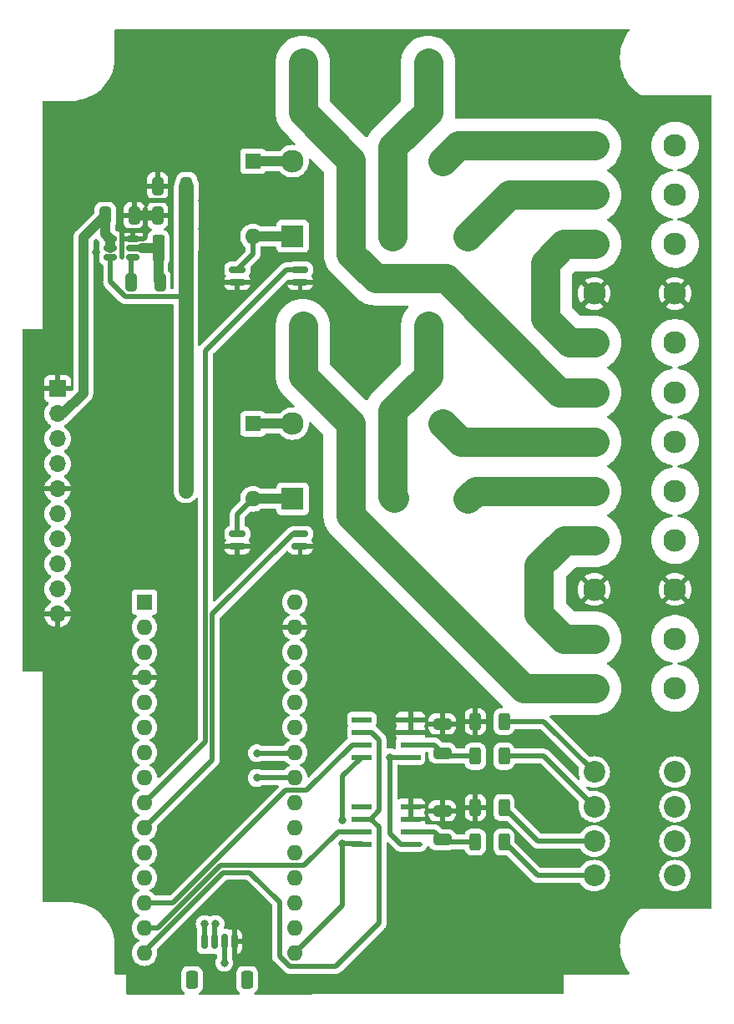
<source format=gbr>
%TF.GenerationSoftware,KiCad,Pcbnew,7.0.9*%
%TF.CreationDate,2024-02-10T01:22:26-05:00*%
%TF.ProjectId,BREAD_Slice,42524541-445f-4536-9c69-63652e6b6963,rev?*%
%TF.SameCoordinates,PX74eba40PY8552dc0*%
%TF.FileFunction,Copper,L2,Bot*%
%TF.FilePolarity,Positive*%
%FSLAX46Y46*%
G04 Gerber Fmt 4.6, Leading zero omitted, Abs format (unit mm)*
G04 Created by KiCad (PCBNEW 7.0.9) date 2024-02-10 01:22:26*
%MOMM*%
%LPD*%
G01*
G04 APERTURE LIST*
G04 Aperture macros list*
%AMRoundRect*
0 Rectangle with rounded corners*
0 $1 Rounding radius*
0 $2 $3 $4 $5 $6 $7 $8 $9 X,Y pos of 4 corners*
0 Add a 4 corners polygon primitive as box body*
4,1,4,$2,$3,$4,$5,$6,$7,$8,$9,$2,$3,0*
0 Add four circle primitives for the rounded corners*
1,1,$1+$1,$2,$3*
1,1,$1+$1,$4,$5*
1,1,$1+$1,$6,$7*
1,1,$1+$1,$8,$9*
0 Add four rect primitives between the rounded corners*
20,1,$1+$1,$2,$3,$4,$5,0*
20,1,$1+$1,$4,$5,$6,$7,0*
20,1,$1+$1,$6,$7,$8,$9,0*
20,1,$1+$1,$8,$9,$2,$3,0*%
G04 Aperture macros list end*
%TA.AperFunction,ComponentPad*%
%ADD10C,2.300000*%
%TD*%
%TA.AperFunction,SMDPad,CuDef*%
%ADD11RoundRect,0.250000X0.325000X0.650000X-0.325000X0.650000X-0.325000X-0.650000X0.325000X-0.650000X0*%
%TD*%
%TA.AperFunction,ComponentPad*%
%ADD12R,1.600000X1.600000*%
%TD*%
%TA.AperFunction,ComponentPad*%
%ADD13O,1.600000X1.600000*%
%TD*%
%TA.AperFunction,ComponentPad*%
%ADD14R,1.700000X1.700000*%
%TD*%
%TA.AperFunction,ComponentPad*%
%ADD15O,1.700000X1.700000*%
%TD*%
%TA.AperFunction,ComponentPad*%
%ADD16C,2.200000*%
%TD*%
%TA.AperFunction,ComponentPad*%
%ADD17R,2.300000X2.300000*%
%TD*%
%TA.AperFunction,SMDPad,CuDef*%
%ADD18RoundRect,0.250000X-0.312500X-0.625000X0.312500X-0.625000X0.312500X0.625000X-0.312500X0.625000X0*%
%TD*%
%TA.AperFunction,SMDPad,CuDef*%
%ADD19RoundRect,0.150000X0.150000X0.625000X-0.150000X0.625000X-0.150000X-0.625000X0.150000X-0.625000X0*%
%TD*%
%TA.AperFunction,SMDPad,CuDef*%
%ADD20RoundRect,0.250000X0.350000X0.650000X-0.350000X0.650000X-0.350000X-0.650000X0.350000X-0.650000X0*%
%TD*%
%TA.AperFunction,SMDPad,CuDef*%
%ADD21RoundRect,0.250000X0.650000X-0.325000X0.650000X0.325000X-0.650000X0.325000X-0.650000X-0.325000X0*%
%TD*%
%TA.AperFunction,SMDPad,CuDef*%
%ADD22RoundRect,0.250000X-0.325000X-0.650000X0.325000X-0.650000X0.325000X0.650000X-0.325000X0.650000X0*%
%TD*%
%TA.AperFunction,SMDPad,CuDef*%
%ADD23RoundRect,0.150000X0.662500X0.150000X-0.662500X0.150000X-0.662500X-0.150000X0.662500X-0.150000X0*%
%TD*%
%TA.AperFunction,SMDPad,CuDef*%
%ADD24RoundRect,0.250000X-0.375000X-1.075000X0.375000X-1.075000X0.375000X1.075000X-0.375000X1.075000X0*%
%TD*%
%TA.AperFunction,SMDPad,CuDef*%
%ADD25RoundRect,0.150000X-0.512500X-0.150000X0.512500X-0.150000X0.512500X0.150000X-0.512500X0.150000X0*%
%TD*%
%TA.AperFunction,SMDPad,CuDef*%
%ADD26RoundRect,0.041300X0.943700X0.253700X-0.943700X0.253700X-0.943700X-0.253700X0.943700X-0.253700X0*%
%TD*%
%TA.AperFunction,ViaPad*%
%ADD27C,0.800000*%
%TD*%
%TA.AperFunction,ViaPad*%
%ADD28C,0.500000*%
%TD*%
%TA.AperFunction,ViaPad*%
%ADD29C,1.500000*%
%TD*%
%TA.AperFunction,Conductor*%
%ADD30C,0.500000*%
%TD*%
%TA.AperFunction,Conductor*%
%ADD31C,3.000000*%
%TD*%
%TA.AperFunction,Conductor*%
%ADD32C,1.000000*%
%TD*%
%TA.AperFunction,Conductor*%
%ADD33C,1.500000*%
%TD*%
G04 APERTURE END LIST*
D10*
%TO.P,J18,1,1*%
%TO.N,ESTOP2*%
X58000000Y31100000D03*
X66200000Y31100000D03*
%TD*%
%TO.P,J10,1,1*%
%TO.N,ESTOP1*%
X58000000Y61100000D03*
X66200000Y61100000D03*
%TD*%
%TO.P,F2,2*%
%TO.N,FUSE1*%
X41150000Y89492700D03*
X41150000Y94492700D03*
%TO.P,F2,1*%
%TO.N,ESTOP1*%
X28450000Y89492700D03*
X28450000Y94492700D03*
%TD*%
%TO.P,F1,1*%
%TO.N,ESTOP2*%
X28450000Y67792700D03*
X28450000Y62792700D03*
%TO.P,F1,2*%
%TO.N,FUSE2*%
X41150000Y67792700D03*
X41150000Y62792700D03*
%TD*%
%TO.P,J17,1,1*%
%TO.N,IN2*%
X58000000Y36100000D03*
X66200000Y36100000D03*
%TD*%
%TO.P,J16,1,1*%
%TO.N,GND*%
X58000000Y41100000D03*
X66200000Y41100000D03*
%TD*%
%TO.P,J15,1,1*%
%TO.N,IN2*%
X58000000Y46100000D03*
X66200000Y46100000D03*
%TD*%
%TO.P,J14,1,1*%
%TO.N,NO2*%
X58000000Y51100000D03*
X66200000Y51100000D03*
%TD*%
%TO.P,J13,1,1*%
%TO.N,NC2*%
X58000000Y56100000D03*
X66200000Y56100000D03*
%TD*%
%TO.P,J9,1,1*%
%TO.N,IN1*%
X58000000Y66100000D03*
X66200000Y66100000D03*
%TD*%
%TO.P,J8,1,1*%
%TO.N,GND*%
X58000000Y71100000D03*
X66200000Y71100000D03*
%TD*%
%TO.P,J7,1,1*%
%TO.N,IN1*%
X58000000Y76100000D03*
X66200000Y76100000D03*
%TD*%
%TO.P,J6,1,1*%
%TO.N,NO1*%
X58000000Y81100000D03*
X66200000Y81100000D03*
%TD*%
%TO.P,J5,1,1*%
%TO.N,NC1*%
X58000000Y86100000D03*
X66200000Y86100000D03*
%TD*%
D11*
%TO.P,C2,1*%
%TO.N,Net-(U1-SW)*%
X13975000Y72200000D03*
%TO.P,C2,2*%
%TO.N,Net-(U1-BST)*%
X11025000Y72200000D03*
%TD*%
D12*
%TO.P,A1,1,D1/TX*%
%TO.N,unconnected-(A1-D1{slash}TX-Pad1)*%
X12400000Y39800000D03*
D13*
%TO.P,A1,2,D0/RX*%
%TO.N,unconnected-(A1-D0{slash}RX-Pad2)*%
X12400000Y37260000D03*
%TO.P,A1,3,~{RESET}*%
%TO.N,unconnected-(A1-~{RESET}-Pad3)*%
X12400000Y34720000D03*
%TO.P,A1,4,GND*%
%TO.N,GND*%
X12400000Y32180000D03*
%TO.P,A1,5,D2*%
%TO.N,/E_STOP*%
X12400000Y29640000D03*
%TO.P,A1,6,D3*%
%TO.N,/INT*%
X12400000Y27100000D03*
%TO.P,A1,7,D4*%
%TO.N,/SYNC*%
X12400000Y24560000D03*
%TO.P,A1,8,D5*%
%TO.N,/LED*%
X12400000Y22020000D03*
%TO.P,A1,9,D6*%
%TO.N,/Relay1*%
X12400000Y19480000D03*
%TO.P,A1,10,D7*%
%TO.N,/Relay2*%
X12400000Y16940000D03*
%TO.P,A1,11,D8*%
%TO.N,unconnected-(A1-D8-Pad11)*%
X12400000Y14400000D03*
%TO.P,A1,12,D9*%
%TO.N,unconnected-(A1-D9-Pad12)*%
X12400000Y11860000D03*
%TO.P,A1,13,D10*%
%TO.N,/SS1*%
X12400000Y9320000D03*
%TO.P,A1,14,D11*%
%TO.N,/SS2*%
X12400000Y6780000D03*
%TO.P,A1,15,D12*%
%TO.N,/TC_DATA*%
X12400000Y4240000D03*
%TO.P,A1,16,D13*%
%TO.N,/TC_CLK*%
X27640000Y4240000D03*
%TO.P,A1,17,3V3*%
%TO.N,unconnected-(A1-3V3-Pad17)*%
X27640000Y6780000D03*
%TO.P,A1,18,AREF*%
%TO.N,unconnected-(A1-AREF-Pad18)*%
X27640000Y9320000D03*
%TO.P,A1,19,A0*%
%TO.N,unconnected-(A1-A0-Pad19)*%
X27640000Y11860000D03*
%TO.P,A1,20,A1*%
%TO.N,unconnected-(A1-A1-Pad20)*%
X27640000Y14400000D03*
%TO.P,A1,21,A2*%
%TO.N,unconnected-(A1-A2-Pad21)*%
X27640000Y16940000D03*
%TO.P,A1,22,A3*%
%TO.N,unconnected-(A1-A3-Pad22)*%
X27640000Y19480000D03*
%TO.P,A1,23,A4*%
%TO.N,/I2C_DAT*%
X27640000Y22020000D03*
%TO.P,A1,24,A5*%
%TO.N,/I2C_TC_CLK*%
X27640000Y24560000D03*
%TO.P,A1,25,A6*%
%TO.N,unconnected-(A1-A6-Pad25)*%
X27640000Y27100000D03*
%TO.P,A1,26,A7*%
%TO.N,unconnected-(A1-A7-Pad26)*%
X27640000Y29640000D03*
%TO.P,A1,27,+5V*%
%TO.N,+5V*%
X27640000Y32180000D03*
%TO.P,A1,28,~{RESET}*%
%TO.N,unconnected-(A1-~{RESET}-Pad28)*%
X27640000Y34720000D03*
%TO.P,A1,29,GND*%
%TO.N,GND*%
X27640000Y37260000D03*
%TO.P,A1,30,VIN*%
%TO.N,unconnected-(A1-VIN-Pad30)*%
X27640000Y39800000D03*
%TD*%
D14*
%TO.P,J1,1,Pin_1*%
%TO.N,GND*%
X3600000Y61450000D03*
D15*
%TO.P,J1,2,Pin_2*%
%TO.N,+12V*%
X3600000Y58910000D03*
%TO.P,J1,3,Pin_3*%
%TO.N,/I2C_TC_CLK*%
X3600000Y56370000D03*
%TO.P,J1,4,Pin_4*%
%TO.N,/I2C_DAT*%
X3600000Y53830000D03*
%TO.P,J1,5,Pin_5*%
%TO.N,GND*%
X3600000Y51290000D03*
%TO.P,J1,6,Pin_6*%
%TO.N,/E_STOP*%
X3600000Y48750000D03*
%TO.P,J1,7,Pin_7*%
%TO.N,/INT*%
X3600000Y46210000D03*
%TO.P,J1,8,Pin_8*%
%TO.N,/SYNC*%
X3600000Y43670000D03*
%TO.P,J1,9,Pin_9*%
%TO.N,+12V*%
X3600000Y41130000D03*
%TO.P,J1,10,Pin_10*%
%TO.N,GND*%
X3600000Y38590000D03*
%TD*%
D12*
%TO.P,D2,1,K*%
%TO.N,+12V*%
X23400000Y84510000D03*
D13*
%TO.P,D2,2,A*%
%TO.N,Net-(D2-A)*%
X23400000Y76890000D03*
%TD*%
D16*
%TO.P,J3,1,1*%
%TO.N,Net-(FB1-Pad2)*%
X58000000Y19100000D03*
X66200000Y19100000D03*
%TD*%
%TO.P,J11,1,1*%
%TO.N,Net-(FB3-Pad2)*%
X58000000Y12100000D03*
X66200000Y12100000D03*
%TD*%
%TO.P,J12,1,1*%
%TO.N,Net-(FB4-Pad2)*%
X58000000Y15600000D03*
X66200000Y15600000D03*
%TD*%
D10*
%TO.P,K2,5*%
%TO.N,+12V*%
X27425000Y57920000D03*
%TO.P,K2,4*%
%TO.N,NC2*%
X42665000Y57920000D03*
%TO.P,K2,3*%
%TO.N,NO2*%
X45205000Y50300000D03*
%TO.P,K2,2*%
%TO.N,FUSE2*%
X37585000Y50300000D03*
D17*
%TO.P,K2,1*%
%TO.N,Net-(D3-A)*%
X27425000Y50300000D03*
%TD*%
D16*
%TO.P,J4,1,1*%
%TO.N,Net-(FB2-Pad2)*%
X58000000Y22600000D03*
X66200000Y22600000D03*
%TD*%
D12*
%TO.P,D3,1,K*%
%TO.N,+12V*%
X23400000Y57910000D03*
D13*
%TO.P,D3,2,A*%
%TO.N,Net-(D3-A)*%
X23400000Y50290000D03*
%TD*%
D10*
%TO.P,K1,5*%
%TO.N,+12V*%
X27425000Y84520000D03*
%TO.P,K1,4*%
%TO.N,NC1*%
X42665000Y84520000D03*
%TO.P,K1,3*%
%TO.N,NO1*%
X45205000Y76900000D03*
%TO.P,K1,2*%
%TO.N,FUSE1*%
X37585000Y76900000D03*
D17*
%TO.P,K1,1*%
%TO.N,Net-(D2-A)*%
X27425000Y76900000D03*
%TD*%
D18*
%TO.P,FB4,1*%
%TO.N,GND*%
X45937500Y19000000D03*
%TO.P,FB4,2*%
%TO.N,Net-(FB4-Pad2)*%
X48862500Y19000000D03*
%TD*%
D19*
%TO.P,J2,1,Pin_1*%
%TO.N,GND*%
X21510000Y5400000D03*
%TO.P,J2,2,Pin_2*%
%TO.N,+5V*%
X20510000Y5400000D03*
%TO.P,J2,3,Pin_3*%
%TO.N,/I2C_DAT*%
X19510000Y5400000D03*
%TO.P,J2,4,Pin_4*%
%TO.N,/I2C_TC_CLK*%
X18510000Y5400000D03*
D20*
%TO.P,J2,MP*%
%TO.N,N/C*%
X17210000Y1525000D03*
X22810000Y1525000D03*
%TD*%
D21*
%TO.P,C6,1*%
%TO.N,/T+2*%
X42600000Y15725000D03*
%TO.P,C6,2*%
%TO.N,GND*%
X42600000Y18675000D03*
%TD*%
D22*
%TO.P,C3,1*%
%TO.N,GND*%
X13725000Y79000000D03*
%TO.P,C3,2*%
%TO.N,+5V*%
X16675000Y79000000D03*
%TD*%
D18*
%TO.P,FB1,1*%
%TO.N,/T+1*%
X45937500Y24200000D03*
%TO.P,FB1,2*%
%TO.N,Net-(FB1-Pad2)*%
X48862500Y24200000D03*
%TD*%
D22*
%TO.P,C4,1*%
%TO.N,GND*%
X13725000Y82000000D03*
%TO.P,C4,2*%
%TO.N,+5V*%
X16675000Y82000000D03*
%TD*%
D23*
%TO.P,U2,1*%
%TO.N,/Relay1*%
X28187500Y73535000D03*
%TO.P,U2,2*%
%TO.N,GND*%
X28187500Y72265000D03*
%TO.P,U2,3*%
X21812500Y72265000D03*
%TO.P,U2,4*%
%TO.N,Net-(D2-A)*%
X21812500Y73535000D03*
%TD*%
%TO.P,U5,1*%
%TO.N,/Relay2*%
X28187500Y46735000D03*
%TO.P,U5,2*%
%TO.N,GND*%
X28187500Y45465000D03*
%TO.P,U5,3*%
X21812500Y45465000D03*
%TO.P,U5,4*%
%TO.N,Net-(D3-A)*%
X21812500Y46735000D03*
%TD*%
D24*
%TO.P,L1,1*%
%TO.N,Net-(U1-SW)*%
X13800000Y75700000D03*
%TO.P,L1,2*%
%TO.N,+5V*%
X16600000Y75700000D03*
%TD*%
D11*
%TO.P,C1,1*%
%TO.N,GND*%
X11375000Y79000000D03*
%TO.P,C1,2*%
%TO.N,+12V*%
X8425000Y79000000D03*
%TD*%
D18*
%TO.P,FB3,1*%
%TO.N,/T+2*%
X45937500Y15500000D03*
%TO.P,FB3,2*%
%TO.N,Net-(FB3-Pad2)*%
X48862500Y15500000D03*
%TD*%
D25*
%TO.P,U1,1,FB*%
%TO.N,+5V*%
X8962500Y74750000D03*
%TO.P,U1,2,EN*%
%TO.N,+12V*%
X8962500Y75700000D03*
%TO.P,U1,3,VIN*%
X8962500Y76650000D03*
%TO.P,U1,4,GND*%
%TO.N,GND*%
X11237500Y76650000D03*
%TO.P,U1,5,SW*%
%TO.N,Net-(U1-SW)*%
X11237500Y75700000D03*
%TO.P,U1,6,BST*%
%TO.N,Net-(U1-BST)*%
X11237500Y74750000D03*
%TD*%
D21*
%TO.P,C5,1*%
%TO.N,/T+1*%
X42600000Y24525000D03*
%TO.P,C5,2*%
%TO.N,GND*%
X42600000Y27475000D03*
%TD*%
D18*
%TO.P,FB2,1*%
%TO.N,GND*%
X45937500Y27700000D03*
%TO.P,FB2,2*%
%TO.N,Net-(FB2-Pad2)*%
X48862500Y27700000D03*
%TD*%
D26*
%TO.P,U4,1,GND*%
%TO.N,GND*%
X39375000Y19105000D03*
%TO.P,U4,2,T-*%
X39375000Y17835000D03*
%TO.P,U4,3,T+*%
%TO.N,/T+2*%
X39375000Y16565000D03*
%TO.P,U4,4,VCC*%
%TO.N,+5V*%
X39375000Y15295000D03*
%TO.P,U4,5,SCK*%
%TO.N,/TC_CLK*%
X34425000Y15295000D03*
%TO.P,U4,6,~{CS}*%
%TO.N,/SS2*%
X34425000Y16565000D03*
%TO.P,U4,7,SO*%
%TO.N,/TC_DATA*%
X34425000Y17835000D03*
%TO.P,U4,8,N.C.*%
%TO.N,unconnected-(U4-N.C.-Pad8)*%
X34425000Y19105000D03*
%TD*%
%TO.P,U3,1,GND*%
%TO.N,GND*%
X39375000Y27905000D03*
%TO.P,U3,2,T-*%
X39375000Y26635000D03*
%TO.P,U3,3,T+*%
%TO.N,/T+1*%
X39375000Y25365000D03*
%TO.P,U3,4,VCC*%
%TO.N,+5V*%
X39375000Y24095000D03*
%TO.P,U3,5,SCK*%
%TO.N,/TC_CLK*%
X34425000Y24095000D03*
%TO.P,U3,6,~{CS}*%
%TO.N,/SS1*%
X34425000Y25365000D03*
%TO.P,U3,7,SO*%
%TO.N,/TC_DATA*%
X34425000Y26635000D03*
%TO.P,U3,8,N.C.*%
%TO.N,unconnected-(U3-N.C.-Pad8)*%
X34425000Y27905000D03*
%TD*%
D27*
%TO.N,GND*%
X18200000Y77650000D03*
X11300000Y82250000D03*
D28*
X12500000Y79700000D03*
X13700000Y80500000D03*
D27*
X7700000Y72000000D03*
D28*
X11200000Y77500000D03*
D27*
X18200000Y72650000D03*
D28*
X12100000Y77500000D03*
X12500000Y78400000D03*
X10100000Y74800000D03*
D27*
X7500000Y75250000D03*
D28*
X11400000Y80500000D03*
D27*
X18200000Y80550000D03*
X50200000Y2100000D03*
D29*
%TO.N,+5V*%
X16600000Y51100000D03*
D27*
X37300000Y24100000D03*
X20500000Y3249500D03*
%TO.N,/I2C_TC_CLK*%
X18500000Y7200000D03*
X23800000Y24500000D03*
%TO.N,/I2C_DAT*%
X23800000Y22000000D03*
X19600000Y7200000D03*
%TO.N,/TC_CLK*%
X32500000Y15300000D03*
X32500000Y17700000D03*
%TD*%
D30*
%TO.N,GND*%
X10100000Y77300000D02*
X10100000Y76600000D01*
X10300000Y77500000D02*
X10100000Y77300000D01*
X11200000Y77500000D02*
X10300000Y77500000D01*
D31*
%TO.N,ESTOP2*%
X50800000Y31100000D02*
X58000000Y31100000D01*
X33300000Y48600000D02*
X50800000Y31100000D01*
X33300000Y57942700D02*
X33300000Y48600000D01*
X28450000Y62792700D02*
X33300000Y57942700D01*
%TO.N,FUSE2*%
X37550000Y59192700D02*
X37550000Y50560408D01*
X41150000Y62792700D02*
X37550000Y59192700D01*
X37550000Y50560408D02*
X37697704Y50412704D01*
D30*
%TO.N,GND*%
X12500000Y78200000D02*
X12500000Y77900000D01*
X12500000Y76800000D02*
X12500000Y78200000D01*
X12500000Y78400000D02*
X12500000Y78200000D01*
X12350000Y76650000D02*
X12500000Y76800000D01*
X11237500Y76650000D02*
X12350000Y76650000D01*
X11237500Y76650000D02*
X10150000Y76650000D01*
X10100000Y76600000D02*
X10100000Y74800000D01*
X10150000Y76650000D02*
X10100000Y76600000D01*
X11200000Y76687500D02*
X11237500Y76650000D01*
X11200000Y77500000D02*
X11200000Y76687500D01*
X12900000Y80500000D02*
X14600000Y80500000D01*
X13700000Y80500000D02*
X12900000Y80500000D01*
X12100000Y77500000D02*
X11200000Y77500000D01*
X12500000Y77900000D02*
X12100000Y77500000D01*
X12500000Y79000000D02*
X12500000Y78400000D01*
D32*
X12500000Y79000000D02*
X13725000Y79000000D01*
D30*
X12500000Y79000000D02*
X12500000Y79700000D01*
D32*
X11375000Y79000000D02*
X12500000Y79000000D01*
D30*
%TO.N,+5V*%
X10453122Y70800000D02*
X16600000Y70800000D01*
X8962500Y74750000D02*
X8962500Y72290622D01*
X8962500Y72290622D02*
X10453122Y70800000D01*
D33*
X16600000Y51100000D02*
X16600000Y70800000D01*
X16600000Y70800000D02*
X16600000Y75700000D01*
D30*
%TO.N,Net-(U1-BST)*%
X11025000Y74537500D02*
X11237500Y74750000D01*
X11025000Y72200000D02*
X11025000Y74537500D01*
%TO.N,/Relay1*%
X18600000Y25680000D02*
X12400000Y19480000D01*
X26835000Y73535000D02*
X18600000Y65300000D01*
X28187500Y73535000D02*
X26835000Y73535000D01*
X18600000Y65300000D02*
X18600000Y25680000D01*
%TO.N,/Relay2*%
X19300000Y23840000D02*
X12400000Y16940000D01*
X19300000Y38600000D02*
X19300000Y23840000D01*
X27435000Y46735000D02*
X19300000Y38600000D01*
X28187500Y46735000D02*
X27435000Y46735000D01*
%TO.N,Net-(D2-A)*%
X23400000Y75122500D02*
X23400000Y76890000D01*
X21812500Y73535000D02*
X23400000Y75122500D01*
%TO.N,Net-(D3-A)*%
X21812500Y48702500D02*
X23400000Y50290000D01*
X21812500Y46735000D02*
X21812500Y48702500D01*
D31*
%TO.N,ESTOP1*%
X33335000Y84607700D02*
X28450000Y89492700D01*
X33335000Y75139592D02*
X33335000Y84607700D01*
X35824592Y72650000D02*
X33335000Y75139592D01*
X54489592Y61100000D02*
X42939592Y72650000D01*
X58000000Y61100000D02*
X54489592Y61100000D01*
X42939592Y72650000D02*
X35824592Y72650000D01*
%TO.N,IN1*%
X55500000Y66100000D02*
X58000000Y66100000D01*
X53000000Y68600000D02*
X55500000Y66100000D01*
X53000000Y74200000D02*
X53000000Y68600000D01*
X54900000Y76100000D02*
X53000000Y74200000D01*
X58000000Y76100000D02*
X54900000Y76100000D01*
%TO.N,FUSE2*%
X41150000Y67792700D02*
X41150000Y62792700D01*
%TO.N,ESTOP2*%
X28450000Y67792700D02*
X28450000Y62792700D01*
%TO.N,NO1*%
X45205000Y76900000D02*
X49405000Y81100000D01*
X49405000Y81100000D02*
X58000000Y81100000D01*
%TO.N,NO2*%
X46005000Y51100000D02*
X58000000Y51100000D01*
X45205000Y50300000D02*
X46005000Y51100000D01*
%TO.N,NC2*%
X44485000Y56100000D02*
X58000000Y56100000D01*
X42665000Y57920000D02*
X44485000Y56100000D01*
%TO.N,FUSE1*%
X41150000Y89492700D02*
X37585000Y85927700D01*
X37585000Y85927700D02*
X37585000Y76900000D01*
X41150000Y94492700D02*
X41150000Y89492700D01*
%TO.N,ESTOP1*%
X28450000Y94492700D02*
X28450000Y89492700D01*
D32*
%TO.N,+12V*%
X4110000Y58910000D02*
X3600000Y58910000D01*
X6200000Y76775000D02*
X6200000Y61000000D01*
X8425000Y79000000D02*
X6200000Y76775000D01*
X6200000Y61000000D02*
X4110000Y58910000D01*
D31*
%TO.N,IN2*%
X52400000Y43500000D02*
X52400000Y38600000D01*
X52400000Y38600000D02*
X54900000Y36100000D01*
X55000000Y46100000D02*
X52400000Y43500000D01*
X54900000Y36100000D02*
X58000000Y36100000D01*
X58000000Y46100000D02*
X55000000Y46100000D01*
%TO.N,NC1*%
X44245000Y86100000D02*
X58000000Y86100000D01*
X42665000Y84520000D02*
X44245000Y86100000D01*
D32*
%TO.N,+12V*%
X8962500Y76650000D02*
X8962500Y75750000D01*
X8425000Y77187500D02*
X8962500Y76650000D01*
X8425000Y79000000D02*
X8425000Y77187500D01*
D33*
%TO.N,+5V*%
X16650000Y75750000D02*
X16600000Y75700000D01*
X16650000Y78975000D02*
X16650000Y75750000D01*
X16675000Y79000000D02*
X16650000Y78975000D01*
X16650000Y79025000D02*
X16675000Y79000000D01*
X16650000Y81975000D02*
X16650000Y79025000D01*
X16675000Y82000000D02*
X16650000Y81975000D01*
D32*
%TO.N,Net-(U1-SW)*%
X13800000Y72375000D02*
X13975000Y72200000D01*
X13800000Y75700000D02*
X13800000Y72375000D01*
X13800000Y75700000D02*
X12156238Y75700000D01*
D30*
%TO.N,+5V*%
X38390001Y15295000D02*
X39375000Y15295000D01*
X37300000Y24100000D02*
X38190000Y24100000D01*
X38190000Y24100000D02*
X38195000Y24095000D01*
X38195000Y24095000D02*
X39375000Y24095000D01*
X37300000Y24100000D02*
X37300000Y16385001D01*
X39375000Y15295000D02*
X40359999Y15295000D01*
X37300000Y16385001D02*
X38390001Y15295000D01*
D32*
X16675000Y75775000D02*
X16600000Y75700000D01*
D30*
X20510000Y3259500D02*
X20510000Y5400000D01*
X20500000Y3249500D02*
X20510000Y3259500D01*
X27820000Y32000000D02*
X27640000Y32180000D01*
%TO.N,/I2C_TC_CLK*%
X27580000Y24500000D02*
X27640000Y24560000D01*
X18510000Y7190000D02*
X18500000Y7200000D01*
X18510000Y5400000D02*
X18510000Y7190000D01*
X23800000Y24500000D02*
X27580000Y24500000D01*
%TO.N,/I2C_DAT*%
X27620000Y22000000D02*
X27640000Y22020000D01*
X23800000Y22000000D02*
X27620000Y22000000D01*
X19510000Y7110000D02*
X19600000Y7200000D01*
X19510000Y5400000D02*
X19510000Y7110000D01*
D32*
%TO.N,+12V*%
X27415000Y84510000D02*
X27425000Y84520000D01*
X23400000Y84510000D02*
X27415000Y84510000D01*
X27415000Y57910000D02*
X27425000Y57920000D01*
X27015000Y57910000D02*
X27025000Y57920000D01*
X23400000Y57910000D02*
X27415000Y57910000D01*
D30*
%TO.N,/TC_DATA*%
X35335000Y17835000D02*
X34425000Y17835000D01*
X23090000Y12410000D02*
X20389900Y12410000D01*
X12400000Y4420100D02*
X12400000Y4240000D01*
X20389900Y12410000D02*
X12400000Y4420100D01*
X36200000Y25844999D02*
X36200000Y18700000D01*
X34603000Y26617000D02*
X35224524Y26617000D01*
X35365000Y17835000D02*
X36200000Y17000000D01*
X36200000Y7276652D02*
X31823348Y2900000D01*
X34425000Y17835000D02*
X35365000Y17835000D01*
X26100000Y9400000D02*
X23090000Y12410000D01*
X27100000Y2900000D02*
X26100000Y3900000D01*
X31823348Y2900000D02*
X27100000Y2900000D01*
X36200000Y17000000D02*
X36200000Y7276652D01*
X34425000Y26635000D02*
X35409999Y26635000D01*
X26100000Y3900000D02*
X26100000Y9400000D01*
X35409999Y26635000D02*
X36200000Y25844999D01*
X36200000Y18700000D02*
X35335000Y17835000D01*
%TO.N,/TC_CLK*%
X32500000Y15300000D02*
X32500000Y9100000D01*
X32500000Y15300000D02*
X34420000Y15300000D01*
X34420000Y15300000D02*
X34425000Y15295000D01*
X32500000Y22170000D02*
X34425000Y24095000D01*
X32500000Y17700000D02*
X32500000Y22170000D01*
X32500000Y9100000D02*
X27640000Y4240000D01*
%TO.N,/SS1*%
X15320000Y9320000D02*
X26730000Y20730000D01*
X12400000Y9320000D02*
X15320000Y9320000D01*
X26730000Y20730000D02*
X28830000Y20730000D01*
X33465000Y25365000D02*
X34425000Y25365000D01*
X28830000Y20730000D02*
X33465000Y25365000D01*
%TO.N,/SS2*%
X32065000Y16565000D02*
X34425000Y16565000D01*
X12400000Y6780000D02*
X13769950Y6780000D01*
X20099950Y13110000D02*
X28610000Y13110000D01*
X13769950Y6780000D02*
X20099950Y13110000D01*
X28610000Y13110000D02*
X32065000Y16565000D01*
%TO.N,/T+1*%
X41760000Y25365000D02*
X39375000Y25365000D01*
X42925000Y24200000D02*
X42600000Y24525000D01*
X42600000Y24525000D02*
X41760000Y25365000D01*
X45937500Y24200000D02*
X42925000Y24200000D01*
%TO.N,/T+2*%
X41760000Y16565000D02*
X39375000Y16565000D01*
X42600000Y15725000D02*
X41760000Y16565000D01*
X45937500Y15500000D02*
X42825000Y15500000D01*
X42825000Y15500000D02*
X42600000Y15725000D01*
%TO.N,Net-(FB1-Pad2)*%
X52900000Y24200000D02*
X48862500Y24200000D01*
X58000000Y19100000D02*
X52900000Y24200000D01*
X49000000Y24200000D02*
X48862500Y24200000D01*
%TO.N,Net-(FB2-Pad2)*%
X49000000Y27700000D02*
X48862500Y27700000D01*
X58000000Y22600000D02*
X52900000Y27700000D01*
X52900000Y27700000D02*
X48862500Y27700000D01*
%TO.N,Net-(FB3-Pad2)*%
X52262500Y12100000D02*
X48862500Y15500000D01*
X58000000Y12100000D02*
X52262500Y12100000D01*
%TO.N,Net-(FB4-Pad2)*%
X52262500Y15600000D02*
X48862500Y19000000D01*
X58000000Y15600000D02*
X52262500Y15600000D01*
D33*
%TO.N,unconnected-(A1-VIN-Pad30)*%
X27657000Y39783000D02*
X27640000Y39800000D01*
D32*
%TO.N,Net-(D2-A)*%
X27415000Y76890000D02*
X27425000Y76900000D01*
X23400000Y76890000D02*
X27415000Y76890000D01*
%TO.N,Net-(D3-A)*%
X23400000Y50290000D02*
X27415000Y50290000D01*
X27015000Y50290000D02*
X27025000Y50300000D01*
X27415000Y50290000D02*
X27425000Y50300000D01*
%TD*%
%TA.AperFunction,Conductor*%
%TO.N,GND*%
G36*
X12605357Y78247493D02*
G01*
X12656557Y78199951D01*
X12667705Y78175541D01*
X12715642Y78030879D01*
X12715643Y78030876D01*
X12807684Y77881655D01*
X12931654Y77757685D01*
X13087025Y77661851D01*
X13085666Y77659649D01*
X13129026Y77621487D01*
X13148192Y77554298D01*
X13127991Y77487412D01*
X13089293Y77449717D01*
X12956347Y77367715D01*
X12956343Y77367712D01*
X12832289Y77243658D01*
X12740187Y77094337D01*
X12740185Y77094332D01*
X12730922Y77066378D01*
X12685001Y76927797D01*
X12685001Y76927796D01*
X12685000Y76927796D01*
X12674500Y76825017D01*
X12674500Y76824500D01*
X12674468Y76824395D01*
X12674340Y76821861D01*
X12674179Y76821870D01*
X12674179Y76821868D01*
X12674155Y76821871D01*
X12673734Y76821892D01*
X12654815Y76757461D01*
X12602011Y76711706D01*
X12550500Y76700500D01*
X12524000Y76700500D01*
X12456961Y76720185D01*
X12411206Y76772989D01*
X12400000Y76824500D01*
X12400000Y76865644D01*
X12397100Y76902490D01*
X12397099Y76902496D01*
X12351283Y77060194D01*
X12351282Y77060197D01*
X12267685Y77201553D01*
X12267678Y77201562D01*
X12151561Y77317679D01*
X12151552Y77317686D01*
X12010198Y77401282D01*
X11972957Y77412101D01*
X11914072Y77449708D01*
X11884865Y77513180D01*
X11894611Y77582367D01*
X11940215Y77635301D01*
X11968548Y77648884D01*
X12019119Y77665642D01*
X12019124Y77665644D01*
X12168345Y77757685D01*
X12292315Y77881655D01*
X12384356Y78030876D01*
X12384359Y78030883D01*
X12432293Y78175539D01*
X12472065Y78232984D01*
X12536581Y78259808D01*
X12605357Y78247493D01*
G37*
%TD.AperFunction*%
%TA.AperFunction,Conductor*%
G36*
X61527304Y97904815D02*
G01*
X61573059Y97852011D01*
X61583003Y97782853D01*
X61556774Y97722642D01*
X61459397Y97601939D01*
X61459378Y97601913D01*
X61239476Y97272536D01*
X61239467Y97272521D01*
X61050125Y96924693D01*
X61050118Y96924679D01*
X60892857Y96561195D01*
X60892855Y96561191D01*
X60768960Y96185014D01*
X60768959Y96185011D01*
X60679445Y95799225D01*
X60679441Y95799203D01*
X60625030Y95406925D01*
X60625028Y95406904D01*
X60606161Y95011323D01*
X60606161Y95011298D01*
X60622991Y94615620D01*
X60622991Y94615614D01*
X60675384Y94223053D01*
X60675387Y94223039D01*
X60762915Y93836786D01*
X60884870Y93459979D01*
X60884871Y93459976D01*
X61031177Y93116979D01*
X61040260Y93095685D01*
X61040265Y93095676D01*
X61227822Y92746863D01*
X61446037Y92416339D01*
X61617341Y92201746D01*
X61693119Y92106819D01*
X61731927Y92066302D01*
X61967075Y91820799D01*
X61967082Y91820793D01*
X62265658Y91560621D01*
X62265675Y91560607D01*
X62586470Y91328375D01*
X62586477Y91328371D01*
X62586481Y91328368D01*
X62756671Y91227127D01*
X62777757Y91214590D01*
X62826612Y91219092D01*
X62826612Y91219093D01*
X62846168Y91220894D01*
X62846187Y91220687D01*
X62864720Y91224501D01*
X69800500Y91224501D01*
X69867539Y91204816D01*
X69913294Y91152012D01*
X69924500Y91100501D01*
X69924500Y8899502D01*
X69904815Y8832463D01*
X69852011Y8786708D01*
X69800500Y8775502D01*
X62859941Y8775502D01*
X62847935Y8777969D01*
X62847788Y8776364D01*
X62779375Y8782658D01*
X62758290Y8770117D01*
X62588203Y8668908D01*
X62588194Y8668902D01*
X62267586Y8436756D01*
X62267580Y8436752D01*
X62267576Y8436748D01*
X61969148Y8176675D01*
X61969145Y8176672D01*
X61695335Y7890796D01*
X61448366Y7581435D01*
X61230242Y7251101D01*
X61230233Y7251085D01*
X61042737Y6902483D01*
X60887363Y6538388D01*
X60765396Y6161805D01*
X60677813Y5775758D01*
X60625335Y5383423D01*
X60625332Y5383390D01*
X60608378Y4987928D01*
X60608379Y4987902D01*
X60627087Y4592510D01*
X60681304Y4200410D01*
X60681306Y4200398D01*
X60681307Y4200393D01*
X60690995Y4158550D01*
X60770594Y3814760D01*
X60770601Y3814737D01*
X60894230Y3438719D01*
X60894236Y3438704D01*
X60894238Y3438698D01*
X61051220Y3075305D01*
X61051222Y3075302D01*
X61051222Y3075301D01*
X61092449Y2999458D01*
X61205801Y2790930D01*
X61240274Y2727513D01*
X61459852Y2398161D01*
X61459856Y2398155D01*
X61459858Y2398153D01*
X61553909Y2281407D01*
X61557224Y2277293D01*
X61583952Y2212738D01*
X61571537Y2143980D01*
X61523919Y2092850D01*
X61460661Y2075501D01*
X55045352Y2075501D01*
X55023818Y2077385D01*
X55013952Y2079125D01*
X55013951Y2079125D01*
X55010217Y2078467D01*
X55004081Y2077385D01*
X54990767Y2076220D01*
X54982620Y2074784D01*
X54969711Y2071326D01*
X54959827Y2069583D01*
X54953740Y2066069D01*
X54948354Y2061549D01*
X54943338Y2052862D01*
X54930949Y2035169D01*
X54924500Y2027484D01*
X54922098Y2020883D01*
X54920876Y2013953D01*
X54922616Y2004086D01*
X54924500Y1982554D01*
X54924500Y199501D01*
X54904815Y132462D01*
X54852011Y86707D01*
X54800500Y75501D01*
X29545352Y75501D01*
X29523818Y77385D01*
X29513952Y79125D01*
X29513951Y79125D01*
X29510217Y78467D01*
X29504081Y77385D01*
X29490767Y76220D01*
X29482620Y74784D01*
X29469711Y71326D01*
X29459827Y69583D01*
X29453743Y66071D01*
X29439968Y54511D01*
X29375960Y26498D01*
X29360261Y25500D01*
X23649574Y25500D01*
X23582535Y45185D01*
X23536780Y97989D01*
X23526836Y167147D01*
X23555861Y230703D01*
X23584478Y255039D01*
X23628656Y282288D01*
X23752712Y406344D01*
X23844814Y555666D01*
X23899999Y722203D01*
X23910500Y824991D01*
X23910499Y2225008D01*
X23906542Y2263740D01*
X23899999Y2327797D01*
X23899998Y2327800D01*
X23897069Y2336639D01*
X23844814Y2494334D01*
X23752712Y2643656D01*
X23628656Y2767712D01*
X23479334Y2859814D01*
X23312797Y2914999D01*
X23312795Y2915000D01*
X23210010Y2925500D01*
X22409998Y2925500D01*
X22409980Y2925499D01*
X22307203Y2915000D01*
X22307200Y2914999D01*
X22140668Y2859815D01*
X22140663Y2859813D01*
X21991342Y2767711D01*
X21867289Y2643658D01*
X21775187Y2494337D01*
X21775186Y2494334D01*
X21720001Y2327797D01*
X21720001Y2327796D01*
X21720000Y2327796D01*
X21709500Y2225017D01*
X21709500Y824999D01*
X21709501Y824982D01*
X21720000Y722204D01*
X21720001Y722201D01*
X21775185Y555669D01*
X21775187Y555664D01*
X21867289Y406343D01*
X21991344Y282288D01*
X22035522Y255039D01*
X22082247Y203091D01*
X22093470Y134129D01*
X22065627Y70047D01*
X22007558Y31190D01*
X21970426Y25500D01*
X18049574Y25500D01*
X17982535Y45185D01*
X17936780Y97989D01*
X17926836Y167147D01*
X17955861Y230703D01*
X17984478Y255039D01*
X18028656Y282288D01*
X18152712Y406344D01*
X18244814Y555666D01*
X18299999Y722203D01*
X18310500Y824991D01*
X18310499Y2225008D01*
X18306542Y2263740D01*
X18299999Y2327797D01*
X18299998Y2327800D01*
X18297069Y2336639D01*
X18244814Y2494334D01*
X18152712Y2643656D01*
X18028656Y2767712D01*
X17879334Y2859814D01*
X17712797Y2914999D01*
X17712795Y2915000D01*
X17610010Y2925500D01*
X16809998Y2925500D01*
X16809980Y2925499D01*
X16707203Y2915000D01*
X16707200Y2914999D01*
X16540668Y2859815D01*
X16540663Y2859813D01*
X16391342Y2767711D01*
X16267289Y2643658D01*
X16175187Y2494337D01*
X16175186Y2494334D01*
X16120001Y2327797D01*
X16120001Y2327796D01*
X16120000Y2327796D01*
X16109500Y2225017D01*
X16109500Y824999D01*
X16109501Y824982D01*
X16120000Y722204D01*
X16120001Y722201D01*
X16175185Y555669D01*
X16175187Y555664D01*
X16267289Y406343D01*
X16391344Y282288D01*
X16435522Y255039D01*
X16482247Y203091D01*
X16493470Y134129D01*
X16465627Y70047D01*
X16407558Y31190D01*
X16370426Y25500D01*
X10699500Y25500D01*
X10632461Y45185D01*
X10586706Y97989D01*
X10575500Y149500D01*
X10575500Y1954649D01*
X10577384Y1976183D01*
X10579122Y1986046D01*
X10579124Y1986049D01*
X10577384Y1995918D01*
X10576218Y2009240D01*
X10574781Y2017390D01*
X10571322Y2030302D01*
X10569581Y2040172D01*
X10569581Y2040173D01*
X10569579Y2040174D01*
X10566061Y2046268D01*
X10561549Y2051646D01*
X10552866Y2056659D01*
X10535161Y2069056D01*
X10527480Y2075501D01*
X10520879Y2077904D01*
X10513952Y2079125D01*
X10513951Y2079125D01*
X10510217Y2078467D01*
X10504081Y2077385D01*
X10482552Y2075501D01*
X9499500Y2075501D01*
X9432461Y2095186D01*
X9386706Y2147990D01*
X9375500Y2199501D01*
X9375500Y5202291D01*
X9372001Y5240047D01*
X9358126Y5389789D01*
X9338171Y5605142D01*
X9338171Y5605143D01*
X9338170Y5605150D01*
X9263828Y6002844D01*
X9228340Y6127569D01*
X9187037Y6272735D01*
X9153108Y6391982D01*
X9006956Y6769245D01*
X8826618Y7131413D01*
X8613632Y7475396D01*
X8417259Y7735436D01*
X8369820Y7798256D01*
X8369813Y7798264D01*
X8328276Y7843828D01*
X8097250Y8097251D01*
X7798260Y8369817D01*
X7798257Y8369819D01*
X7798254Y8369822D01*
X7578128Y8536053D01*
X7475396Y8613633D01*
X7452459Y8627835D01*
X7131420Y8826614D01*
X7131413Y8826618D01*
X6769240Y9006958D01*
X6621667Y9064128D01*
X6391982Y9153109D01*
X6391968Y9153113D01*
X6391965Y9153114D01*
X6002850Y9263826D01*
X6002850Y9263827D01*
X5605140Y9338172D01*
X5279842Y9368314D01*
X5202292Y9375500D01*
X5202289Y9375500D01*
X2199500Y9375500D01*
X2132461Y9395185D01*
X2086706Y9447989D01*
X2075500Y9499500D01*
X2075500Y32654648D01*
X2077384Y32676182D01*
X2079122Y32686045D01*
X2079124Y32686048D01*
X2077384Y32695917D01*
X2076218Y32709239D01*
X2074781Y32717389D01*
X2071322Y32730301D01*
X2069581Y32740171D01*
X2069581Y32740172D01*
X2069579Y32740173D01*
X2066061Y32746267D01*
X2061549Y32751645D01*
X2052866Y32756658D01*
X2035161Y32769055D01*
X2027480Y32775500D01*
X2020879Y32777903D01*
X2013952Y32779124D01*
X2013951Y32779124D01*
X2010217Y32778466D01*
X2004081Y32777384D01*
X1982552Y32775500D01*
X149500Y32775500D01*
X82461Y32795185D01*
X36706Y32847989D01*
X25500Y32899500D01*
X25500Y41130000D01*
X2244341Y41130000D01*
X2264936Y40894597D01*
X2264938Y40894587D01*
X2326094Y40666345D01*
X2326096Y40666341D01*
X2326097Y40666337D01*
X2380346Y40550000D01*
X2425965Y40452170D01*
X2425967Y40452166D01*
X2534281Y40297479D01*
X2561505Y40258599D01*
X2728599Y40091505D01*
X2855875Y40002385D01*
X2914594Y39961270D01*
X2958219Y39906693D01*
X2965413Y39837195D01*
X2933890Y39774840D01*
X2914595Y39758120D01*
X2728922Y39628110D01*
X2728920Y39628109D01*
X2561891Y39461080D01*
X2561886Y39461074D01*
X2426400Y39267580D01*
X2426399Y39267578D01*
X2326570Y39053493D01*
X2326567Y39053487D01*
X2269364Y38840001D01*
X2269364Y38840000D01*
X3166314Y38840000D01*
X3140507Y38799844D01*
X3100000Y38661889D01*
X3100000Y38518111D01*
X3140507Y38380156D01*
X3166314Y38340000D01*
X2269364Y38340000D01*
X2326567Y38126514D01*
X2326570Y38126508D01*
X2426399Y37912422D01*
X2561894Y37718918D01*
X2728917Y37551895D01*
X2922421Y37416400D01*
X3136507Y37316571D01*
X3136516Y37316567D01*
X3350000Y37259366D01*
X3350000Y38154499D01*
X3457685Y38105320D01*
X3564237Y38090000D01*
X3635763Y38090000D01*
X3742315Y38105320D01*
X3850000Y38154499D01*
X3850000Y37259367D01*
X4063483Y37316567D01*
X4063492Y37316571D01*
X4277578Y37416400D01*
X4471082Y37551895D01*
X4638105Y37718918D01*
X4773600Y37912422D01*
X4873429Y38126508D01*
X4873432Y38126514D01*
X4930636Y38340000D01*
X4033686Y38340000D01*
X4059493Y38380156D01*
X4100000Y38518111D01*
X4100000Y38661889D01*
X4059493Y38799844D01*
X4033686Y38840000D01*
X4930636Y38840000D01*
X4930635Y38840001D01*
X4873432Y39053487D01*
X4873429Y39053493D01*
X4773600Y39267578D01*
X4773599Y39267580D01*
X4638113Y39461074D01*
X4638108Y39461080D01*
X4471078Y39628110D01*
X4285405Y39758121D01*
X4241780Y39812698D01*
X4234588Y39882196D01*
X4266110Y39944551D01*
X4285406Y39961270D01*
X4471401Y40091505D01*
X4638495Y40258599D01*
X4774035Y40452170D01*
X4873903Y40666337D01*
X4935063Y40894592D01*
X4955659Y41130000D01*
X4935063Y41365408D01*
X4873903Y41593663D01*
X4774035Y41807829D01*
X4638495Y42001401D01*
X4638494Y42001403D01*
X4471402Y42168494D01*
X4471396Y42168499D01*
X4285842Y42298425D01*
X4242217Y42353002D01*
X4235023Y42422500D01*
X4266546Y42484855D01*
X4285842Y42501575D01*
X4308026Y42517109D01*
X4471401Y42631505D01*
X4638495Y42798599D01*
X4774035Y42992170D01*
X4873903Y43206337D01*
X4935063Y43434592D01*
X4955659Y43670000D01*
X4935063Y43905408D01*
X4873903Y44133663D01*
X4774035Y44347829D01*
X4700048Y44453495D01*
X4638494Y44541403D01*
X4471402Y44708494D01*
X4471396Y44708499D01*
X4285842Y44838425D01*
X4242217Y44893002D01*
X4235023Y44962500D01*
X4266546Y45024855D01*
X4285842Y45041575D01*
X4401953Y45122877D01*
X4471401Y45171505D01*
X4638495Y45338599D01*
X4774035Y45532170D01*
X4873903Y45746337D01*
X4935063Y45974592D01*
X4955659Y46210000D01*
X4935063Y46445408D01*
X4873903Y46673663D01*
X4774035Y46887829D01*
X4765083Y46900615D01*
X4638494Y47081403D01*
X4471402Y47248494D01*
X4471396Y47248499D01*
X4285842Y47378425D01*
X4242217Y47433002D01*
X4235023Y47502500D01*
X4266546Y47564855D01*
X4285842Y47581575D01*
X4354904Y47629933D01*
X4471401Y47711505D01*
X4638495Y47878599D01*
X4774035Y48072170D01*
X4873903Y48286337D01*
X4935063Y48514592D01*
X4955659Y48750000D01*
X4951944Y48792456D01*
X4944770Y48874462D01*
X4935063Y48985408D01*
X4873903Y49213663D01*
X4774035Y49427829D01*
X4737350Y49480222D01*
X4638494Y49621403D01*
X4471402Y49788494D01*
X4471401Y49788495D01*
X4289291Y49916010D01*
X4285405Y49918731D01*
X4241781Y49973308D01*
X4234588Y50042807D01*
X4266110Y50105161D01*
X4285405Y50121881D01*
X4471082Y50251895D01*
X4638105Y50418918D01*
X4773600Y50612422D01*
X4873429Y50826508D01*
X4873432Y50826514D01*
X4930636Y51040000D01*
X4033686Y51040000D01*
X4059493Y51080156D01*
X4100000Y51218111D01*
X4100000Y51361889D01*
X4059493Y51499844D01*
X4033686Y51540000D01*
X4930636Y51540000D01*
X4930635Y51540001D01*
X4873432Y51753487D01*
X4873429Y51753493D01*
X4773600Y51967578D01*
X4773599Y51967580D01*
X4638113Y52161074D01*
X4638108Y52161080D01*
X4471078Y52328110D01*
X4285405Y52458121D01*
X4241780Y52512698D01*
X4234588Y52582196D01*
X4266110Y52644551D01*
X4285406Y52661270D01*
X4291200Y52665327D01*
X4471401Y52791505D01*
X4638495Y52958599D01*
X4774035Y53152170D01*
X4873903Y53366337D01*
X4935063Y53594592D01*
X4955659Y53830000D01*
X4955462Y53832246D01*
X4951071Y53882445D01*
X4935063Y54065408D01*
X4873903Y54293663D01*
X4774035Y54507829D01*
X4755233Y54534682D01*
X4638494Y54701403D01*
X4471402Y54868494D01*
X4471396Y54868499D01*
X4285842Y54998425D01*
X4242217Y55053002D01*
X4235023Y55122500D01*
X4266546Y55184855D01*
X4285842Y55201575D01*
X4308026Y55217109D01*
X4471401Y55331505D01*
X4638495Y55498599D01*
X4774035Y55692170D01*
X4873903Y55906337D01*
X4935063Y56134592D01*
X4955659Y56370000D01*
X4935063Y56605408D01*
X4873903Y56833663D01*
X4774035Y57047829D01*
X4764022Y57062130D01*
X4638494Y57241403D01*
X4471402Y57408494D01*
X4471396Y57408499D01*
X4285842Y57538425D01*
X4242217Y57593002D01*
X4235023Y57662500D01*
X4266546Y57724855D01*
X4285842Y57741575D01*
X4308026Y57757109D01*
X4471401Y57871505D01*
X4638495Y58038599D01*
X4645525Y58048641D01*
X4680152Y58079830D01*
X4679339Y58080998D01*
X4684493Y58084587D01*
X4684502Y58084591D01*
X4710568Y58106970D01*
X4716830Y58111692D01*
X4745519Y58130598D01*
X4788917Y58173998D01*
X4792336Y58177166D01*
X4838895Y58217134D01*
X4859931Y58244312D01*
X4865101Y58250182D01*
X6898487Y60283567D01*
X6963053Y60344941D01*
X6998097Y60395291D01*
X7000928Y60399047D01*
X7039698Y60446593D01*
X7055607Y60477052D01*
X7059667Y60483752D01*
X7079295Y60511951D01*
X7103492Y60568340D01*
X7105498Y60572565D01*
X7133909Y60626951D01*
X7143357Y60659978D01*
X7145988Y60667367D01*
X7159540Y60698942D01*
X7171895Y60759070D01*
X7172999Y60763571D01*
X7189886Y60822582D01*
X7192494Y60856843D01*
X7193585Y60864611D01*
X7200500Y60898257D01*
X7200500Y60959602D01*
X7200679Y60964312D01*
X7200756Y60965320D01*
X7205337Y61025476D01*
X7200997Y61059558D01*
X7200500Y61067397D01*
X7200500Y76309219D01*
X7220185Y76376258D01*
X7236815Y76396896D01*
X7437228Y76597310D01*
X7498549Y76630793D01*
X7568240Y76625809D01*
X7618916Y76590487D01*
X7621946Y76586958D01*
X7626677Y76580690D01*
X7645599Y76551979D01*
X7688965Y76508613D01*
X7692168Y76505157D01*
X7732133Y76458606D01*
X7759299Y76437577D01*
X7765186Y76432393D01*
X7780811Y76416768D01*
X7812206Y76363683D01*
X7848254Y76239606D01*
X7848255Y76239604D01*
X7848256Y76239602D01*
X7849133Y76238119D01*
X7849466Y76236805D01*
X7851353Y76232446D01*
X7850649Y76232142D01*
X7866315Y76170396D01*
X7850861Y76117767D01*
X7851353Y76117554D01*
X7849630Y76113574D01*
X7849133Y76111882D01*
X7848506Y76110823D01*
X7848254Y76110395D01*
X7848254Y76110394D01*
X7802402Y75952574D01*
X7802401Y75952568D01*
X7799500Y75915696D01*
X7799500Y75484304D01*
X7802401Y75447433D01*
X7802402Y75447427D01*
X7848254Y75289607D01*
X7848254Y75289606D01*
X7848255Y75289604D01*
X7848256Y75289602D01*
X7849133Y75288119D01*
X7849466Y75286805D01*
X7851353Y75282446D01*
X7850649Y75282142D01*
X7866315Y75220396D01*
X7850861Y75167767D01*
X7851353Y75167554D01*
X7849630Y75163574D01*
X7849133Y75161882D01*
X7848506Y75160823D01*
X7848254Y75160395D01*
X7848254Y75160394D01*
X7802402Y75002574D01*
X7802401Y75002568D01*
X7799500Y74965696D01*
X7799500Y74534304D01*
X7802401Y74497433D01*
X7802402Y74497427D01*
X7848254Y74339607D01*
X7848255Y74339604D01*
X7931732Y74198450D01*
X7931918Y74198136D01*
X7931923Y74198130D01*
X8048129Y74081924D01*
X8048133Y74081921D01*
X8048135Y74081919D01*
X8048138Y74081918D01*
X8048141Y74081915D01*
X8151120Y74021014D01*
X8198804Y73969946D01*
X8212000Y73914282D01*
X8212000Y72354328D01*
X8210691Y72336359D01*
X8207210Y72312597D01*
X8211764Y72260558D01*
X8212000Y72255152D01*
X8212000Y72246913D01*
X8215806Y72214348D01*
X8222500Y72137831D01*
X8223961Y72130755D01*
X8223903Y72130744D01*
X8225534Y72123385D01*
X8225592Y72123398D01*
X8227257Y72116372D01*
X8253525Y72044198D01*
X8277685Y71971291D01*
X8280736Y71964748D01*
X8280682Y71964724D01*
X8283970Y71957934D01*
X8284021Y71957959D01*
X8287261Y71951509D01*
X8287262Y71951508D01*
X8287263Y71951505D01*
X8318716Y71903682D01*
X8329465Y71887339D01*
X8369787Y71821967D01*
X8374266Y71816303D01*
X8374219Y71816266D01*
X8378982Y71810420D01*
X8379028Y71810458D01*
X8383673Y71804922D01*
X8439517Y71752237D01*
X9877392Y70314362D01*
X9889173Y70300730D01*
X9903510Y70281472D01*
X9943531Y70247889D01*
X9947519Y70244234D01*
X9953338Y70238415D01*
X9953342Y70238412D01*
X9953345Y70238409D01*
X9979081Y70218060D01*
X10037908Y70168698D01*
X10037909Y70168698D01*
X10037911Y70168696D01*
X10043940Y70164730D01*
X10043907Y70164681D01*
X10050269Y70160628D01*
X10050301Y70160679D01*
X10056441Y70156892D01*
X10056445Y70156889D01*
X10091254Y70140657D01*
X10126063Y70124425D01*
X10159348Y70107709D01*
X10194689Y70089960D01*
X10194691Y70089960D01*
X10201479Y70087489D01*
X10201458Y70087433D01*
X10208579Y70084957D01*
X10208598Y70085014D01*
X10215444Y70082746D01*
X10215449Y70082743D01*
X10215454Y70082742D01*
X10215457Y70082741D01*
X10260054Y70073533D01*
X10290687Y70067208D01*
X10365401Y70049500D01*
X10365404Y70049500D01*
X10365408Y70049499D01*
X10372575Y70048661D01*
X10372568Y70048602D01*
X10380066Y70047836D01*
X10380072Y70047895D01*
X10387261Y70047266D01*
X10387265Y70047267D01*
X10387266Y70047266D01*
X10464039Y70049500D01*
X15225500Y70049500D01*
X15292539Y70029815D01*
X15338294Y69977011D01*
X15349500Y69925500D01*
X15349500Y51157310D01*
X15349264Y51151904D01*
X15344723Y51100002D01*
X15344723Y51099997D01*
X15349355Y51047051D01*
X15349499Y51043859D01*
X15354361Y50989827D01*
X15363794Y50882009D01*
X15363889Y50881470D01*
X15364580Y50876277D01*
X15364620Y50875824D01*
X15364623Y50875808D01*
X15386458Y50796695D01*
X15393273Y50772003D01*
X15407853Y50717588D01*
X15420426Y50670668D01*
X15422945Y50663748D01*
X15424449Y50659038D01*
X15424506Y50658829D01*
X15469910Y50564546D01*
X15512897Y50472362D01*
X15515603Y50467676D01*
X15515478Y50467604D01*
X15521763Y50456872D01*
X15522164Y50456040D01*
X15522167Y50456034D01*
X15522171Y50456027D01*
X15548506Y50419781D01*
X15581881Y50373844D01*
X15638398Y50293127D01*
X15638401Y50293124D01*
X15638402Y50293123D01*
X15639269Y50292256D01*
X15651912Y50277453D01*
X15654473Y50273928D01*
X15654477Y50273924D01*
X15654478Y50273922D01*
X15725656Y50205869D01*
X15793123Y50138402D01*
X15796961Y50135715D01*
X15811529Y50123766D01*
X15817173Y50118369D01*
X15896758Y50065836D01*
X15972356Y50012901D01*
X15972358Y50012901D01*
X15972361Y50012898D01*
X15979734Y50009460D01*
X15995628Y50000573D01*
X16005032Y49994365D01*
X16005038Y49994363D01*
X16005041Y49994361D01*
X16089853Y49958111D01*
X16170670Y49920425D01*
X16181854Y49917429D01*
X16198484Y49911680D01*
X16212012Y49905897D01*
X16298907Y49886064D01*
X16382023Y49863793D01*
X16401234Y49862113D01*
X16409618Y49860795D01*
X16431463Y49855809D01*
X16517397Y49851950D01*
X16600000Y49844723D01*
X16622470Y49846690D01*
X16630660Y49846863D01*
X16656330Y49845710D01*
X16737064Y49856647D01*
X16739926Y49856966D01*
X16817977Y49863793D01*
X16842949Y49870486D01*
X16850665Y49872036D01*
X16879387Y49875925D01*
X16936644Y49894531D01*
X16953732Y49900082D01*
X16956816Y49900997D01*
X17029330Y49920425D01*
X17055743Y49932743D01*
X17062763Y49935509D01*
X17093464Y49945483D01*
X17159440Y49980988D01*
X17162575Y49982560D01*
X17227639Y50012898D01*
X17254210Y50031505D01*
X17260361Y50035295D01*
X17291681Y50052148D01*
X17347683Y50096810D01*
X17350754Y50099106D01*
X17406877Y50138402D01*
X17432136Y50163663D01*
X17437306Y50168283D01*
X17467666Y50192492D01*
X17512632Y50243961D01*
X17515462Y50246989D01*
X17561598Y50293123D01*
X17583965Y50325070D01*
X17588050Y50330285D01*
X17615765Y50362004D01*
X17619051Y50367504D01*
X17670333Y50414958D01*
X17739130Y50427155D01*
X17803600Y50400220D01*
X17843273Y50342707D01*
X17849500Y50303906D01*
X17849500Y26042231D01*
X17829815Y25975192D01*
X17813181Y25954550D01*
X13907431Y22048801D01*
X13846108Y22015316D01*
X13776416Y22020300D01*
X13720483Y22062172D01*
X13696222Y22125673D01*
X13685635Y22246692D01*
X13626739Y22466496D01*
X13530568Y22672734D01*
X13424300Y22824502D01*
X13400045Y22859142D01*
X13239141Y23020046D01*
X13052734Y23150568D01*
X13052728Y23150571D01*
X13025038Y23163483D01*
X12994724Y23177619D01*
X12942285Y23223790D01*
X12923133Y23290983D01*
X12943348Y23357865D01*
X12994725Y23402382D01*
X13052734Y23429432D01*
X13239139Y23559953D01*
X13400047Y23720861D01*
X13530568Y23907266D01*
X13626739Y24113504D01*
X13685635Y24333308D01*
X13705468Y24560000D01*
X13685635Y24786692D01*
X13626739Y25006496D01*
X13530568Y25212734D01*
X13400047Y25399139D01*
X13400045Y25399142D01*
X13239141Y25560046D01*
X13052734Y25690568D01*
X13052728Y25690571D01*
X12994725Y25717618D01*
X12942285Y25763790D01*
X12923133Y25830983D01*
X12943348Y25897865D01*
X12994725Y25942382D01*
X13052734Y25969432D01*
X13239139Y26099953D01*
X13400047Y26260861D01*
X13530568Y26447266D01*
X13626739Y26653504D01*
X13685635Y26873308D01*
X13705468Y27100000D01*
X13685635Y27326692D01*
X13626739Y27546496D01*
X13530568Y27752734D01*
X13400047Y27939139D01*
X13400045Y27939142D01*
X13239141Y28100046D01*
X13052734Y28230568D01*
X13052728Y28230571D01*
X12994725Y28257618D01*
X12942285Y28303790D01*
X12923133Y28370983D01*
X12943348Y28437865D01*
X12994725Y28482382D01*
X13052734Y28509432D01*
X13239139Y28639953D01*
X13400047Y28800861D01*
X13530568Y28987266D01*
X13626739Y29193504D01*
X13685635Y29413308D01*
X13705468Y29640000D01*
X13685635Y29866692D01*
X13626739Y30086496D01*
X13530568Y30292734D01*
X13400047Y30479139D01*
X13400045Y30479142D01*
X13239141Y30640046D01*
X13052734Y30770568D01*
X13052732Y30770569D01*
X12994725Y30797618D01*
X12994132Y30797895D01*
X12941694Y30844066D01*
X12922542Y30911260D01*
X12942758Y30978141D01*
X12994134Y31022659D01*
X13052484Y31049868D01*
X13238820Y31180343D01*
X13399657Y31341180D01*
X13530134Y31527518D01*
X13626265Y31733674D01*
X13626269Y31733683D01*
X13678872Y31930000D01*
X12833686Y31930000D01*
X12859493Y31970156D01*
X12900000Y32108111D01*
X12900000Y32251889D01*
X12859493Y32389844D01*
X12833686Y32430000D01*
X13678872Y32430000D01*
X13678872Y32430001D01*
X13626269Y32626318D01*
X13626265Y32626327D01*
X13530134Y32832483D01*
X13399657Y33018821D01*
X13238820Y33179658D01*
X13052482Y33310135D01*
X12994133Y33337343D01*
X12941694Y33383516D01*
X12922542Y33450709D01*
X12942758Y33517590D01*
X12994129Y33562105D01*
X13052734Y33589432D01*
X13239139Y33719953D01*
X13400047Y33880861D01*
X13530568Y34067266D01*
X13626739Y34273504D01*
X13685635Y34493308D01*
X13705468Y34720000D01*
X13685635Y34946692D01*
X13626739Y35166496D01*
X13530568Y35372734D01*
X13400047Y35559139D01*
X13400045Y35559142D01*
X13239141Y35720046D01*
X13052734Y35850568D01*
X13052728Y35850571D01*
X12994725Y35877618D01*
X12942285Y35923790D01*
X12923133Y35990983D01*
X12943348Y36057865D01*
X12994725Y36102382D01*
X12995319Y36102659D01*
X13052734Y36129432D01*
X13239139Y36259953D01*
X13400047Y36420861D01*
X13530568Y36607266D01*
X13626739Y36813504D01*
X13685635Y37033308D01*
X13705468Y37260000D01*
X13685635Y37486692D01*
X13626739Y37706496D01*
X13530568Y37912734D01*
X13400047Y38099139D01*
X13400045Y38099142D01*
X13239143Y38260044D01*
X13227983Y38267858D01*
X13214535Y38277275D01*
X13170912Y38331851D01*
X13163719Y38401350D01*
X13195241Y38463704D01*
X13255471Y38499118D01*
X13272404Y38502139D01*
X13307483Y38505909D01*
X13442331Y38556204D01*
X13557546Y38642454D01*
X13643796Y38757669D01*
X13694091Y38892517D01*
X13700500Y38952127D01*
X13700499Y40647872D01*
X13694091Y40707483D01*
X13679558Y40746447D01*
X13643797Y40842329D01*
X13643793Y40842336D01*
X13557547Y40957545D01*
X13557544Y40957548D01*
X13442335Y41043794D01*
X13442328Y41043798D01*
X13307482Y41094092D01*
X13307483Y41094092D01*
X13247883Y41100499D01*
X13247881Y41100500D01*
X13247873Y41100500D01*
X13247864Y41100500D01*
X11552129Y41100500D01*
X11552123Y41100499D01*
X11492516Y41094092D01*
X11357671Y41043798D01*
X11357664Y41043794D01*
X11242455Y40957548D01*
X11242452Y40957545D01*
X11156206Y40842336D01*
X11156202Y40842329D01*
X11105908Y40707483D01*
X11101486Y40666345D01*
X11099501Y40647877D01*
X11099500Y40647865D01*
X11099500Y38952130D01*
X11099501Y38952124D01*
X11105908Y38892517D01*
X11156202Y38757672D01*
X11156206Y38757665D01*
X11242452Y38642456D01*
X11242455Y38642453D01*
X11357664Y38556207D01*
X11357671Y38556203D01*
X11401382Y38539900D01*
X11492517Y38505909D01*
X11527596Y38502138D01*
X11592144Y38475401D01*
X11631993Y38418009D01*
X11634488Y38348184D01*
X11598836Y38288095D01*
X11585464Y38277275D01*
X11560858Y38260046D01*
X11399954Y38099142D01*
X11269432Y37912735D01*
X11269431Y37912733D01*
X11173261Y37706498D01*
X11173258Y37706489D01*
X11114366Y37486698D01*
X11114364Y37486687D01*
X11094532Y37260002D01*
X11094532Y37259999D01*
X11114364Y37033314D01*
X11114366Y37033303D01*
X11173258Y36813512D01*
X11173261Y36813503D01*
X11269431Y36607268D01*
X11269432Y36607266D01*
X11399954Y36420859D01*
X11560858Y36259955D01*
X11560861Y36259953D01*
X11747266Y36129432D01*
X11804681Y36102659D01*
X11805275Y36102382D01*
X11857714Y36056209D01*
X11876866Y35989016D01*
X11856650Y35922135D01*
X11805275Y35877618D01*
X11747267Y35850569D01*
X11747265Y35850568D01*
X11560858Y35720046D01*
X11399954Y35559142D01*
X11269432Y35372735D01*
X11269431Y35372733D01*
X11173261Y35166498D01*
X11173258Y35166489D01*
X11114366Y34946698D01*
X11114364Y34946687D01*
X11094532Y34720002D01*
X11094532Y34719999D01*
X11114364Y34493314D01*
X11114366Y34493303D01*
X11173258Y34273512D01*
X11173261Y34273503D01*
X11269431Y34067268D01*
X11269432Y34067266D01*
X11399954Y33880859D01*
X11560858Y33719955D01*
X11607693Y33687161D01*
X11747266Y33589432D01*
X11805865Y33562107D01*
X11858305Y33515935D01*
X11877457Y33448742D01*
X11857242Y33381861D01*
X11805867Y33337343D01*
X11747515Y33310133D01*
X11561179Y33179658D01*
X11400342Y33018821D01*
X11269865Y32832483D01*
X11173734Y32626327D01*
X11173730Y32626318D01*
X11121127Y32430001D01*
X11121128Y32430000D01*
X11966314Y32430000D01*
X11940507Y32389844D01*
X11900000Y32251889D01*
X11900000Y32108111D01*
X11940507Y31970156D01*
X11966314Y31930000D01*
X11121128Y31930000D01*
X11173730Y31733683D01*
X11173734Y31733674D01*
X11269865Y31527518D01*
X11400342Y31341180D01*
X11561179Y31180343D01*
X11747518Y31049866D01*
X11747520Y31049865D01*
X11805865Y31022658D01*
X11858305Y30976486D01*
X11877457Y30909293D01*
X11857242Y30842411D01*
X11805867Y30797895D01*
X11747268Y30770569D01*
X11747264Y30770567D01*
X11560858Y30640046D01*
X11399954Y30479142D01*
X11269432Y30292735D01*
X11269431Y30292733D01*
X11173261Y30086498D01*
X11173258Y30086489D01*
X11114366Y29866698D01*
X11114364Y29866687D01*
X11094532Y29640002D01*
X11094532Y29639999D01*
X11114364Y29413314D01*
X11114366Y29413303D01*
X11173258Y29193512D01*
X11173261Y29193503D01*
X11269431Y28987268D01*
X11269432Y28987266D01*
X11399954Y28800859D01*
X11560858Y28639955D01*
X11560861Y28639953D01*
X11747266Y28509432D01*
X11805275Y28482382D01*
X11857714Y28436209D01*
X11876866Y28369016D01*
X11856650Y28302135D01*
X11805275Y28257618D01*
X11747267Y28230569D01*
X11747265Y28230568D01*
X11560858Y28100046D01*
X11399954Y27939142D01*
X11269432Y27752735D01*
X11269431Y27752733D01*
X11173261Y27546498D01*
X11173258Y27546489D01*
X11114366Y27326698D01*
X11114364Y27326687D01*
X11094532Y27100002D01*
X11094532Y27099999D01*
X11114364Y26873314D01*
X11114366Y26873303D01*
X11173258Y26653512D01*
X11173261Y26653503D01*
X11269431Y26447268D01*
X11269432Y26447266D01*
X11399954Y26260859D01*
X11560858Y26099955D01*
X11592803Y26077587D01*
X11747266Y25969432D01*
X11805275Y25942382D01*
X11857714Y25896209D01*
X11876866Y25829016D01*
X11856650Y25762135D01*
X11805275Y25717618D01*
X11747267Y25690569D01*
X11747265Y25690568D01*
X11560858Y25560046D01*
X11399954Y25399142D01*
X11269432Y25212735D01*
X11269431Y25212733D01*
X11173261Y25006498D01*
X11173258Y25006489D01*
X11114366Y24786698D01*
X11114364Y24786687D01*
X11094532Y24560002D01*
X11094532Y24559999D01*
X11114364Y24333314D01*
X11114366Y24333303D01*
X11173258Y24113512D01*
X11173261Y24113503D01*
X11269431Y23907268D01*
X11269432Y23907266D01*
X11399954Y23720859D01*
X11560858Y23559955D01*
X11560861Y23559953D01*
X11747266Y23429432D01*
X11805275Y23402382D01*
X11857714Y23356209D01*
X11876866Y23289016D01*
X11856650Y23222135D01*
X11805275Y23177619D01*
X11788272Y23169690D01*
X11747267Y23150569D01*
X11747265Y23150568D01*
X11560858Y23020046D01*
X11399954Y22859142D01*
X11269432Y22672735D01*
X11269431Y22672733D01*
X11173261Y22466498D01*
X11173258Y22466489D01*
X11114366Y22246698D01*
X11114364Y22246687D01*
X11094532Y22020002D01*
X11094532Y22019999D01*
X11114364Y21793314D01*
X11114366Y21793303D01*
X11173258Y21573512D01*
X11173261Y21573503D01*
X11269431Y21367268D01*
X11269432Y21367266D01*
X11399954Y21180859D01*
X11560858Y21019955D01*
X11560861Y21019953D01*
X11747266Y20889432D01*
X11805275Y20862382D01*
X11857714Y20816209D01*
X11876866Y20749016D01*
X11856650Y20682135D01*
X11805275Y20637618D01*
X11747267Y20610569D01*
X11747265Y20610568D01*
X11560858Y20480046D01*
X11399954Y20319142D01*
X11269432Y20132735D01*
X11269431Y20132733D01*
X11173261Y19926498D01*
X11173258Y19926489D01*
X11114366Y19706698D01*
X11114364Y19706687D01*
X11094532Y19480002D01*
X11094532Y19479999D01*
X11114364Y19253314D01*
X11114366Y19253303D01*
X11173258Y19033512D01*
X11173261Y19033503D01*
X11269431Y18827268D01*
X11269432Y18827266D01*
X11399954Y18640859D01*
X11560858Y18479955D01*
X11560861Y18479953D01*
X11747266Y18349432D01*
X11799699Y18324982D01*
X11805275Y18322382D01*
X11857714Y18276209D01*
X11876866Y18209016D01*
X11856650Y18142135D01*
X11805275Y18097618D01*
X11747267Y18070569D01*
X11747265Y18070568D01*
X11560858Y17940046D01*
X11399954Y17779142D01*
X11269432Y17592735D01*
X11269431Y17592733D01*
X11173261Y17386498D01*
X11173258Y17386489D01*
X11114366Y17166698D01*
X11114364Y17166687D01*
X11094532Y16940002D01*
X11094532Y16939999D01*
X11114364Y16713314D01*
X11114366Y16713303D01*
X11173258Y16493512D01*
X11173261Y16493503D01*
X11269431Y16287268D01*
X11269432Y16287266D01*
X11399954Y16100859D01*
X11560858Y15939955D01*
X11560861Y15939953D01*
X11747266Y15809432D01*
X11805275Y15782382D01*
X11857714Y15736209D01*
X11876866Y15669016D01*
X11856650Y15602135D01*
X11805275Y15557618D01*
X11747267Y15530569D01*
X11747265Y15530568D01*
X11560858Y15400046D01*
X11399954Y15239142D01*
X11269432Y15052735D01*
X11269431Y15052733D01*
X11173261Y14846498D01*
X11173258Y14846489D01*
X11114366Y14626698D01*
X11114364Y14626687D01*
X11094532Y14400002D01*
X11094532Y14399999D01*
X11114364Y14173314D01*
X11114366Y14173303D01*
X11173258Y13953512D01*
X11173261Y13953503D01*
X11269431Y13747268D01*
X11269432Y13747266D01*
X11399954Y13560859D01*
X11560858Y13399955D01*
X11562452Y13398839D01*
X11747266Y13269432D01*
X11805275Y13242382D01*
X11857714Y13196209D01*
X11876866Y13129016D01*
X11856650Y13062135D01*
X11805275Y13017618D01*
X11747267Y12990569D01*
X11747265Y12990568D01*
X11560858Y12860046D01*
X11399954Y12699142D01*
X11269432Y12512735D01*
X11269431Y12512733D01*
X11173261Y12306498D01*
X11173258Y12306489D01*
X11114366Y12086698D01*
X11114364Y12086687D01*
X11094532Y11860002D01*
X11094532Y11859999D01*
X11114364Y11633314D01*
X11114366Y11633303D01*
X11173258Y11413512D01*
X11173261Y11413503D01*
X11269431Y11207268D01*
X11269432Y11207266D01*
X11399954Y11020859D01*
X11560858Y10859955D01*
X11560861Y10859953D01*
X11747266Y10729432D01*
X11805275Y10702382D01*
X11857714Y10656209D01*
X11876866Y10589016D01*
X11856650Y10522135D01*
X11805275Y10477618D01*
X11747267Y10450569D01*
X11747265Y10450568D01*
X11560858Y10320046D01*
X11399954Y10159142D01*
X11269432Y9972735D01*
X11269431Y9972733D01*
X11173261Y9766498D01*
X11173258Y9766489D01*
X11114366Y9546698D01*
X11114364Y9546687D01*
X11094532Y9320002D01*
X11094532Y9319999D01*
X11114364Y9093314D01*
X11114366Y9093303D01*
X11173258Y8873512D01*
X11173261Y8873503D01*
X11269431Y8667268D01*
X11269432Y8667266D01*
X11399954Y8480859D01*
X11560858Y8319955D01*
X11560861Y8319953D01*
X11747266Y8189432D01*
X11774630Y8176672D01*
X11805275Y8162382D01*
X11857714Y8116209D01*
X11876866Y8049016D01*
X11856650Y7982135D01*
X11805275Y7937618D01*
X11747267Y7910569D01*
X11747265Y7910568D01*
X11560858Y7780046D01*
X11399954Y7619142D01*
X11269432Y7432735D01*
X11269431Y7432733D01*
X11173261Y7226498D01*
X11173258Y7226489D01*
X11114366Y7006698D01*
X11114364Y7006687D01*
X11094532Y6780002D01*
X11094532Y6779999D01*
X11114364Y6553314D01*
X11114366Y6553303D01*
X11173258Y6333512D01*
X11173261Y6333503D01*
X11269431Y6127268D01*
X11269432Y6127266D01*
X11399954Y5940859D01*
X11560858Y5779955D01*
X11566852Y5775758D01*
X11747266Y5649432D01*
X11805275Y5622382D01*
X11857714Y5576209D01*
X11876866Y5509016D01*
X11856650Y5442135D01*
X11805275Y5397618D01*
X11747267Y5370569D01*
X11747265Y5370568D01*
X11560858Y5240046D01*
X11399954Y5079142D01*
X11269432Y4892735D01*
X11269431Y4892733D01*
X11173261Y4686498D01*
X11173258Y4686489D01*
X11114366Y4466698D01*
X11114364Y4466687D01*
X11094532Y4240002D01*
X11094532Y4239999D01*
X11114364Y4013314D01*
X11114366Y4013303D01*
X11173258Y3793512D01*
X11173261Y3793503D01*
X11269431Y3587268D01*
X11269432Y3587266D01*
X11399954Y3400859D01*
X11560858Y3239955D01*
X11560861Y3239953D01*
X11747266Y3109432D01*
X11953504Y3013261D01*
X12173308Y2954365D01*
X12335230Y2940199D01*
X12399998Y2934532D01*
X12400000Y2934532D01*
X12400002Y2934532D01*
X12456673Y2939491D01*
X12626692Y2954365D01*
X12846496Y3013261D01*
X13052734Y3109432D01*
X13239139Y3239953D01*
X13400047Y3400861D01*
X13530568Y3587266D01*
X13626739Y3793504D01*
X13685635Y4013308D01*
X13705468Y4240000D01*
X13685635Y4466692D01*
X13666616Y4537673D01*
X13668279Y4607519D01*
X13698708Y4657442D01*
X16241267Y7200000D01*
X17594540Y7200000D01*
X17614326Y7011744D01*
X17614327Y7011741D01*
X17672818Y6831723D01*
X17672821Y6831716D01*
X17733252Y6727046D01*
X17742887Y6710359D01*
X17759500Y6648359D01*
X17759500Y6307330D01*
X17754576Y6272735D01*
X17712402Y6127574D01*
X17712401Y6127568D01*
X17709500Y6090696D01*
X17709500Y4709304D01*
X17712401Y4672433D01*
X17712402Y4672427D01*
X17758254Y4514607D01*
X17758255Y4514604D01*
X17841917Y4373138D01*
X17841923Y4373130D01*
X17958129Y4256924D01*
X17958133Y4256921D01*
X17958135Y4256919D01*
X18099602Y4173256D01*
X18141224Y4161164D01*
X18257426Y4127403D01*
X18257429Y4127403D01*
X18257431Y4127402D01*
X18269722Y4126435D01*
X18294304Y4124500D01*
X18294306Y4124500D01*
X18725696Y4124500D01*
X18744131Y4125951D01*
X18762569Y4127402D01*
X18762571Y4127403D01*
X18762573Y4127403D01*
X18804191Y4139495D01*
X18920398Y4173256D01*
X18933871Y4181224D01*
X18946878Y4188916D01*
X19014601Y4206100D01*
X19073122Y4188916D01*
X19099598Y4173258D01*
X19099599Y4173258D01*
X19099602Y4173256D01*
X19141224Y4161164D01*
X19257426Y4127403D01*
X19257429Y4127403D01*
X19257431Y4127402D01*
X19269722Y4126435D01*
X19294304Y4124500D01*
X19635500Y4124500D01*
X19702539Y4104815D01*
X19748294Y4052011D01*
X19759500Y4000500D01*
X19759500Y3801143D01*
X19742888Y3739145D01*
X19693486Y3653576D01*
X19672820Y3617782D01*
X19672818Y3617778D01*
X19614639Y3438719D01*
X19614326Y3437756D01*
X19594540Y3249500D01*
X19614326Y3061244D01*
X19614327Y3061241D01*
X19672818Y2881223D01*
X19672821Y2881216D01*
X19767467Y2717284D01*
X19841812Y2634716D01*
X19894129Y2576612D01*
X20047265Y2465352D01*
X20047270Y2465349D01*
X20220192Y2388358D01*
X20220197Y2388356D01*
X20405354Y2349000D01*
X20405355Y2349000D01*
X20594644Y2349000D01*
X20594646Y2349000D01*
X20779803Y2388356D01*
X20952730Y2465349D01*
X21105871Y2576612D01*
X21232533Y2717284D01*
X21327179Y2881216D01*
X21385674Y3061244D01*
X21405460Y3249500D01*
X21385674Y3437756D01*
X21327179Y3617784D01*
X21277111Y3704504D01*
X21260500Y3766502D01*
X21260500Y4492672D01*
X21265424Y4527267D01*
X21307597Y4672427D01*
X21307598Y4672433D01*
X21310500Y4709304D01*
X21310500Y5150000D01*
X21760000Y5150000D01*
X21760000Y4127705D01*
X21760001Y4127705D01*
X21762486Y4127900D01*
X21920198Y4173719D01*
X22061552Y4257315D01*
X22061561Y4257322D01*
X22177678Y4373439D01*
X22177685Y4373448D01*
X22261282Y4514804D01*
X22261283Y4514807D01*
X22307099Y4672505D01*
X22307100Y4672511D01*
X22310000Y4709356D01*
X22310000Y5150000D01*
X21760000Y5150000D01*
X21310500Y5150000D01*
X21310500Y6090696D01*
X21307598Y6127568D01*
X21307597Y6127574D01*
X21264924Y6274455D01*
X21260000Y6309050D01*
X21260000Y6672297D01*
X21760000Y6672297D01*
X21760000Y5650000D01*
X22310000Y5650000D01*
X22310000Y6090644D01*
X22307100Y6127490D01*
X22307099Y6127496D01*
X22261283Y6285194D01*
X22261282Y6285197D01*
X22177685Y6426553D01*
X22177678Y6426562D01*
X22061561Y6542679D01*
X22061552Y6542686D01*
X21920196Y6626283D01*
X21920193Y6626284D01*
X21762494Y6672100D01*
X21762497Y6672100D01*
X21760000Y6672297D01*
X21260000Y6672297D01*
X21257504Y6672100D01*
X21099806Y6626284D01*
X21099798Y6626281D01*
X21073608Y6610792D01*
X21005884Y6593612D01*
X20947371Y6610793D01*
X20920398Y6626744D01*
X20920393Y6626746D01*
X20762573Y6672598D01*
X20762567Y6672599D01*
X20725696Y6675500D01*
X20725694Y6675500D01*
X20547093Y6675500D01*
X20480054Y6695185D01*
X20434299Y6747989D01*
X20424355Y6817147D01*
X20429162Y6837818D01*
X20465478Y6949589D01*
X20485674Y7011744D01*
X20505460Y7200000D01*
X20485674Y7388256D01*
X20427179Y7568284D01*
X20332533Y7732216D01*
X20205871Y7872888D01*
X20154009Y7910568D01*
X20052734Y7984149D01*
X20052729Y7984152D01*
X19879807Y8061143D01*
X19879802Y8061145D01*
X19709931Y8097251D01*
X19694646Y8100500D01*
X19505354Y8100500D01*
X19490069Y8097251D01*
X19320197Y8061145D01*
X19320192Y8061143D01*
X19147270Y7984152D01*
X19147265Y7984149D01*
X19122885Y7966435D01*
X19057079Y7942955D01*
X18989025Y7958781D01*
X18977115Y7966435D01*
X18952734Y7984149D01*
X18952729Y7984152D01*
X18779807Y8061143D01*
X18779802Y8061145D01*
X18609931Y8097251D01*
X18594646Y8100500D01*
X18405354Y8100500D01*
X18390069Y8097251D01*
X18220197Y8061145D01*
X18220192Y8061143D01*
X18047270Y7984152D01*
X18047265Y7984149D01*
X17894129Y7872889D01*
X17767466Y7732215D01*
X17672821Y7568285D01*
X17672818Y7568278D01*
X17614327Y7388260D01*
X17614326Y7388256D01*
X17594540Y7200000D01*
X16241267Y7200000D01*
X20664449Y11623181D01*
X20725772Y11656666D01*
X20752130Y11659500D01*
X22727770Y11659500D01*
X22794809Y11639815D01*
X22815451Y11623181D01*
X25313181Y9125451D01*
X25346666Y9064128D01*
X25349500Y9037770D01*
X25349500Y3963706D01*
X25348191Y3945737D01*
X25344710Y3921975D01*
X25349264Y3869936D01*
X25349500Y3864530D01*
X25349500Y3856291D01*
X25353306Y3823726D01*
X25360000Y3747209D01*
X25361461Y3740133D01*
X25361403Y3740122D01*
X25363034Y3732763D01*
X25363092Y3732776D01*
X25364757Y3725750D01*
X25391025Y3653576D01*
X25415185Y3580669D01*
X25418236Y3574126D01*
X25418182Y3574102D01*
X25421470Y3567312D01*
X25421521Y3567337D01*
X25424761Y3560887D01*
X25424762Y3560886D01*
X25424763Y3560883D01*
X25466965Y3496717D01*
X25507287Y3431345D01*
X25511766Y3425681D01*
X25511719Y3425645D01*
X25516483Y3419798D01*
X25516529Y3419836D01*
X25521167Y3414308D01*
X25521170Y3414304D01*
X25521173Y3414302D01*
X25521174Y3414300D01*
X25577019Y3361614D01*
X26524269Y2414363D01*
X26536049Y2400732D01*
X26550389Y2381470D01*
X26550391Y2381468D01*
X26590409Y2347890D01*
X26594399Y2344234D01*
X26600227Y2338406D01*
X26625947Y2318069D01*
X26684788Y2268696D01*
X26690818Y2264730D01*
X26690785Y2264681D01*
X26697143Y2260631D01*
X26697175Y2260681D01*
X26703320Y2256891D01*
X26703323Y2256889D01*
X26772936Y2224428D01*
X26841567Y2189960D01*
X26841572Y2189959D01*
X26848361Y2187487D01*
X26848340Y2187430D01*
X26855455Y2184957D01*
X26855475Y2185014D01*
X26862330Y2182742D01*
X26937558Y2167210D01*
X27012279Y2149500D01*
X27012289Y2149500D01*
X27019452Y2148662D01*
X27019444Y2148603D01*
X27026945Y2147836D01*
X27026951Y2147895D01*
X27034140Y2147266D01*
X27034144Y2147267D01*
X27034145Y2147266D01*
X27110918Y2149500D01*
X31759643Y2149500D01*
X31777613Y2148191D01*
X31801371Y2144711D01*
X31853416Y2149265D01*
X31858818Y2149500D01*
X31867052Y2149500D01*
X31867057Y2149500D01*
X31878675Y2150859D01*
X31899624Y2153307D01*
X31912376Y2154423D01*
X31976145Y2160001D01*
X31976153Y2160004D01*
X31983214Y2161461D01*
X31983226Y2161402D01*
X31990591Y2163035D01*
X31990577Y2163094D01*
X31997594Y2164759D01*
X31997603Y2164759D01*
X32069771Y2191026D01*
X32142682Y2215186D01*
X32142691Y2215193D01*
X32149230Y2218240D01*
X32149256Y2218184D01*
X32156038Y2221468D01*
X32156011Y2221522D01*
X32162454Y2224760D01*
X32162465Y2224763D01*
X32226631Y2266966D01*
X32292004Y2307288D01*
X32292010Y2307295D01*
X32297673Y2311771D01*
X32297710Y2311723D01*
X32303552Y2316482D01*
X32303512Y2316529D01*
X32309039Y2321168D01*
X32309044Y2321170D01*
X32330804Y2344234D01*
X32361734Y2377019D01*
X33423434Y3438719D01*
X36685638Y6700925D01*
X36699267Y6712702D01*
X36718530Y6727042D01*
X36718532Y6727046D01*
X36718534Y6727046D01*
X36736663Y6748653D01*
X36752113Y6767067D01*
X36755767Y6771053D01*
X36761591Y6776876D01*
X36781930Y6802600D01*
X36831302Y6861438D01*
X36831306Y6861447D01*
X36835274Y6867477D01*
X36835325Y6867444D01*
X36839369Y6873792D01*
X36839317Y6873824D01*
X36843104Y6879967D01*
X36843111Y6879975D01*
X36875572Y6949589D01*
X36910040Y7018219D01*
X36910041Y7018225D01*
X36912508Y7025002D01*
X36912566Y7024981D01*
X36915043Y7032108D01*
X36914986Y7032126D01*
X36917255Y7038973D01*
X36917256Y7038978D01*
X36917257Y7038980D01*
X36932790Y7114211D01*
X36950500Y7188931D01*
X36950500Y7188933D01*
X36951339Y7196104D01*
X36951398Y7196098D01*
X36952164Y7203598D01*
X36952105Y7203603D01*
X36952734Y7210793D01*
X36950500Y7287570D01*
X36950500Y15373772D01*
X36970185Y15440811D01*
X37022989Y15486566D01*
X37092147Y15496510D01*
X37155703Y15467485D01*
X37162177Y15461457D01*
X37509267Y15114366D01*
X37814270Y14809363D01*
X37826050Y14795732D01*
X37840390Y14776470D01*
X37840392Y14776468D01*
X37880410Y14742890D01*
X37884400Y14739234D01*
X37890221Y14733413D01*
X37890223Y14733410D01*
X37913270Y14715188D01*
X37915945Y14713073D01*
X37974787Y14663698D01*
X37974795Y14663694D01*
X37980825Y14659727D01*
X37980791Y14659677D01*
X37987138Y14655634D01*
X37987170Y14655684D01*
X37993320Y14651892D01*
X37993324Y14651889D01*
X38062215Y14619765D01*
X38062931Y14619431D01*
X38135703Y14582883D01*
X38154976Y14570878D01*
X38163262Y14564594D01*
X38301815Y14509956D01*
X38350495Y14504110D01*
X38388881Y14499500D01*
X38388882Y14499500D01*
X40361119Y14499500D01*
X40399505Y14504110D01*
X40448185Y14509956D01*
X40586738Y14564594D01*
X40607998Y14580717D01*
X40640505Y14598431D01*
X40699116Y14619763D01*
X40845695Y14716170D01*
X40966091Y14843782D01*
X41053811Y14995719D01*
X41060747Y15018887D01*
X41098830Y15077463D01*
X41162538Y15106152D01*
X41231643Y15095844D01*
X41284205Y15049811D01*
X41285076Y15048419D01*
X41357254Y14931398D01*
X41357288Y14931344D01*
X41481344Y14807288D01*
X41630666Y14715186D01*
X41797203Y14660001D01*
X41899991Y14649500D01*
X43300008Y14649501D01*
X43402797Y14660001D01*
X43569334Y14715186D01*
X43595036Y14731040D01*
X43660132Y14749500D01*
X44786415Y14749500D01*
X44853454Y14729815D01*
X44899209Y14677011D01*
X44904118Y14664511D01*
X44940186Y14555666D01*
X45032288Y14406344D01*
X45156344Y14282288D01*
X45305666Y14190186D01*
X45472203Y14135001D01*
X45574991Y14124500D01*
X46300008Y14124501D01*
X46300016Y14124502D01*
X46300019Y14124502D01*
X46356302Y14130252D01*
X46402797Y14135001D01*
X46569334Y14190186D01*
X46718656Y14282288D01*
X46842712Y14406344D01*
X46934814Y14555666D01*
X46989999Y14722203D01*
X47000500Y14824991D01*
X47000500Y14824999D01*
X47799500Y14824999D01*
X47799501Y14824982D01*
X47810000Y14722204D01*
X47810001Y14722201D01*
X47843946Y14619764D01*
X47865186Y14555666D01*
X47957288Y14406344D01*
X48081344Y14282288D01*
X48230666Y14190186D01*
X48397203Y14135001D01*
X48499991Y14124500D01*
X49125269Y14124501D01*
X49192308Y14104817D01*
X49212950Y14088182D01*
X51686767Y11614366D01*
X51698548Y11600734D01*
X51712890Y11581470D01*
X51752920Y11547881D01*
X51756892Y11544241D01*
X51762723Y11538410D01*
X51762722Y11538410D01*
X51788444Y11518073D01*
X51847286Y11468698D01*
X51847294Y11468694D01*
X51853324Y11464727D01*
X51853290Y11464677D01*
X51859647Y11460628D01*
X51859679Y11460679D01*
X51865819Y11456892D01*
X51865823Y11456889D01*
X51900632Y11440657D01*
X51935441Y11424425D01*
X51957171Y11413512D01*
X52004067Y11389960D01*
X52004069Y11389960D01*
X52010857Y11387489D01*
X52010836Y11387433D01*
X52017955Y11384958D01*
X52017974Y11385014D01*
X52024823Y11382744D01*
X52024826Y11382744D01*
X52024827Y11382743D01*
X52081020Y11371141D01*
X52100050Y11367212D01*
X52174779Y11349500D01*
X52181952Y11348661D01*
X52181945Y11348603D01*
X52189446Y11347837D01*
X52189452Y11347896D01*
X52196640Y11347267D01*
X52196643Y11347268D01*
X52196644Y11347267D01*
X52273398Y11349500D01*
X56513353Y11349500D01*
X56580392Y11329815D01*
X56619079Y11290291D01*
X56701164Y11156341D01*
X56864776Y10964776D01*
X56987506Y10859955D01*
X57056343Y10801162D01*
X57056346Y10801161D01*
X57271140Y10669534D01*
X57463154Y10590000D01*
X57503889Y10573127D01*
X57748852Y10514317D01*
X58000000Y10494551D01*
X58251148Y10514317D01*
X58496111Y10573127D01*
X58728859Y10669534D01*
X58943659Y10801164D01*
X59135224Y10964776D01*
X59298836Y11156341D01*
X59430466Y11371141D01*
X59526873Y11603889D01*
X59585683Y11848852D01*
X59605449Y12100000D01*
X64594551Y12100000D01*
X64614317Y11848849D01*
X64673126Y11603890D01*
X64769533Y11371141D01*
X64901160Y11156347D01*
X64901161Y11156344D01*
X64901164Y11156341D01*
X65064776Y10964776D01*
X65187506Y10859955D01*
X65256343Y10801162D01*
X65256346Y10801161D01*
X65471140Y10669534D01*
X65663154Y10590000D01*
X65703889Y10573127D01*
X65948852Y10514317D01*
X66200000Y10494551D01*
X66451148Y10514317D01*
X66696111Y10573127D01*
X66928859Y10669534D01*
X67143659Y10801164D01*
X67335224Y10964776D01*
X67498836Y11156341D01*
X67630466Y11371141D01*
X67726873Y11603889D01*
X67785683Y11848852D01*
X67805449Y12100000D01*
X67785683Y12351148D01*
X67726873Y12596111D01*
X67684198Y12699139D01*
X67630466Y12828860D01*
X67498839Y13043654D01*
X67498838Y13043657D01*
X67388145Y13173261D01*
X67335224Y13235224D01*
X67208571Y13343396D01*
X67143656Y13398839D01*
X67143653Y13398840D01*
X66928859Y13530467D01*
X66696110Y13626874D01*
X66451151Y13685683D01*
X66200000Y13705449D01*
X65948848Y13685683D01*
X65703889Y13626874D01*
X65471140Y13530467D01*
X65256346Y13398840D01*
X65256343Y13398839D01*
X65064776Y13235224D01*
X64901161Y13043657D01*
X64901160Y13043654D01*
X64769533Y12828860D01*
X64673126Y12596111D01*
X64614317Y12351152D01*
X64594551Y12100000D01*
X59605449Y12100000D01*
X59585683Y12351148D01*
X59526873Y12596111D01*
X59484198Y12699139D01*
X59430466Y12828860D01*
X59298839Y13043654D01*
X59298838Y13043657D01*
X59188145Y13173261D01*
X59135224Y13235224D01*
X59008571Y13343396D01*
X58943656Y13398839D01*
X58943653Y13398840D01*
X58728859Y13530467D01*
X58496110Y13626874D01*
X58251151Y13685683D01*
X58000000Y13705449D01*
X57748848Y13685683D01*
X57503889Y13626874D01*
X57271140Y13530467D01*
X57056346Y13398840D01*
X57056343Y13398839D01*
X56864776Y13235224D01*
X56701162Y13043657D01*
X56619081Y12909711D01*
X56567269Y12862835D01*
X56513353Y12850500D01*
X52624730Y12850500D01*
X52557691Y12870185D01*
X52537049Y12886819D01*
X49961818Y15462050D01*
X49928333Y15523373D01*
X49925499Y15549731D01*
X49925499Y16175002D01*
X49925498Y16175019D01*
X49914999Y16277797D01*
X49914998Y16277800D01*
X49900024Y16322989D01*
X49859814Y16444334D01*
X49767712Y16593656D01*
X49643656Y16717712D01*
X49550888Y16774931D01*
X49494336Y16809813D01*
X49494331Y16809815D01*
X49463036Y16820185D01*
X49327797Y16864999D01*
X49327795Y16865000D01*
X49225010Y16875500D01*
X48499998Y16875500D01*
X48499980Y16875499D01*
X48397203Y16865000D01*
X48397200Y16864999D01*
X48230668Y16809815D01*
X48230663Y16809813D01*
X48081342Y16717711D01*
X47957289Y16593658D01*
X47865187Y16444337D01*
X47865186Y16444334D01*
X47810001Y16277797D01*
X47810001Y16277796D01*
X47810000Y16277796D01*
X47799500Y16175017D01*
X47799500Y14824999D01*
X47000500Y14824999D01*
X47000499Y16175008D01*
X46989999Y16277797D01*
X46934814Y16444334D01*
X46842712Y16593656D01*
X46718656Y16717712D01*
X46625888Y16774931D01*
X46569336Y16809813D01*
X46569331Y16809815D01*
X46538036Y16820185D01*
X46402797Y16864999D01*
X46402795Y16865000D01*
X46300010Y16875500D01*
X45574998Y16875500D01*
X45574980Y16875499D01*
X45472203Y16865000D01*
X45472200Y16864999D01*
X45305668Y16809815D01*
X45305663Y16809813D01*
X45156342Y16717711D01*
X45032289Y16593658D01*
X44940187Y16444337D01*
X44940186Y16444334D01*
X44909093Y16350500D01*
X44904121Y16335496D01*
X44864348Y16278051D01*
X44799833Y16251228D01*
X44786415Y16250500D01*
X44063733Y16250500D01*
X43996694Y16270185D01*
X43950939Y16322989D01*
X43946028Y16335494D01*
X43941055Y16350500D01*
X43934814Y16369334D01*
X43842712Y16518656D01*
X43718656Y16642712D01*
X43569334Y16734814D01*
X43402797Y16789999D01*
X43402795Y16790000D01*
X43300016Y16800500D01*
X43300009Y16800500D01*
X42637230Y16800500D01*
X42570191Y16820185D01*
X42549549Y16836819D01*
X42335729Y17050639D01*
X42323949Y17064270D01*
X42316482Y17074299D01*
X42309612Y17083528D01*
X42309610Y17083530D01*
X42269587Y17117114D01*
X42265612Y17120756D01*
X42262690Y17123678D01*
X42259780Y17126589D01*
X42234040Y17146941D01*
X42210502Y17166692D01*
X42175214Y17196302D01*
X42175213Y17196303D01*
X42175209Y17196306D01*
X42169180Y17200271D01*
X42169212Y17200320D01*
X42162853Y17204372D01*
X42162822Y17204321D01*
X42156680Y17208109D01*
X42156678Y17208110D01*
X42156677Y17208111D01*
X42117474Y17226392D01*
X42087058Y17240576D01*
X42044358Y17262020D01*
X42018433Y17275040D01*
X42018431Y17275041D01*
X42018430Y17275041D01*
X42011645Y17277511D01*
X42011665Y17277567D01*
X42004549Y17280041D01*
X42004531Y17279985D01*
X41997671Y17282258D01*
X41969841Y17288004D01*
X41922434Y17297793D01*
X41873472Y17309397D01*
X41847719Y17315501D01*
X41840547Y17316339D01*
X41840553Y17316399D01*
X41833055Y17317165D01*
X41833050Y17317105D01*
X41825860Y17317735D01*
X41749083Y17315500D01*
X40972952Y17315500D01*
X40905913Y17335185D01*
X40860158Y17387989D01*
X40849836Y17454284D01*
X40860000Y17538929D01*
X40860000Y17585000D01*
X39249000Y17585000D01*
X39181961Y17604685D01*
X39136206Y17657489D01*
X39125000Y17709000D01*
X39125000Y18855000D01*
X39625000Y18855000D01*
X39625000Y18085000D01*
X40860000Y18085000D01*
X40860000Y18131072D01*
X40849554Y18218064D01*
X40794965Y18356492D01*
X40765707Y18395074D01*
X40754332Y18425000D01*
X41200001Y18425000D01*
X41200001Y18300014D01*
X41210494Y18197303D01*
X41265641Y18030881D01*
X41265643Y18030876D01*
X41357684Y17881655D01*
X41481654Y17757685D01*
X41630875Y17665644D01*
X41630880Y17665642D01*
X41797302Y17610495D01*
X41797309Y17610494D01*
X41900019Y17600001D01*
X42349999Y17600001D01*
X42350000Y17600002D01*
X42350000Y18425000D01*
X42850000Y18425000D01*
X42850000Y17600001D01*
X43299972Y17600001D01*
X43299986Y17600002D01*
X43402697Y17610495D01*
X43569119Y17665642D01*
X43569124Y17665644D01*
X43718345Y17757685D01*
X43842315Y17881655D01*
X43934356Y18030876D01*
X43934358Y18030881D01*
X43989505Y18197303D01*
X43989506Y18197310D01*
X43999999Y18300014D01*
X44000000Y18300027D01*
X44000000Y18425000D01*
X42850000Y18425000D01*
X42350000Y18425000D01*
X41200001Y18425000D01*
X40754332Y18425000D01*
X40740883Y18460385D01*
X40755310Y18528749D01*
X40765707Y18544926D01*
X40794965Y18583509D01*
X40849554Y18721937D01*
X40852924Y18750000D01*
X44875001Y18750000D01*
X44875001Y18325014D01*
X44885494Y18222303D01*
X44940641Y18055881D01*
X44940643Y18055876D01*
X45032684Y17906655D01*
X45156654Y17782685D01*
X45305875Y17690644D01*
X45305880Y17690642D01*
X45472302Y17635495D01*
X45472309Y17635494D01*
X45575019Y17625001D01*
X45687499Y17625001D01*
X45687500Y17625002D01*
X45687500Y18750000D01*
X46187500Y18750000D01*
X46187500Y17625001D01*
X46299972Y17625001D01*
X46299986Y17625002D01*
X46402697Y17635495D01*
X46569119Y17690642D01*
X46569124Y17690644D01*
X46718345Y17782685D01*
X46842315Y17906655D01*
X46934356Y18055876D01*
X46934358Y18055881D01*
X46989505Y18222303D01*
X46989506Y18222310D01*
X46999997Y18324999D01*
X47799500Y18324999D01*
X47799501Y18324982D01*
X47810000Y18222204D01*
X47810001Y18222201D01*
X47865185Y18055669D01*
X47865187Y18055664D01*
X47900069Y17999112D01*
X47957288Y17906344D01*
X48081344Y17782288D01*
X48230666Y17690186D01*
X48397203Y17635001D01*
X48499991Y17624500D01*
X49125269Y17624501D01*
X49192308Y17604817D01*
X49212950Y17588182D01*
X51686767Y15114366D01*
X51698548Y15100734D01*
X51712890Y15081470D01*
X51752920Y15047881D01*
X51756892Y15044241D01*
X51762723Y15038410D01*
X51762722Y15038410D01*
X51787417Y15018885D01*
X51788444Y15018073D01*
X51847286Y14968698D01*
X51847294Y14968694D01*
X51853324Y14964727D01*
X51853290Y14964677D01*
X51859647Y14960628D01*
X51859679Y14960679D01*
X51865819Y14956892D01*
X51865823Y14956889D01*
X51900632Y14940657D01*
X51935441Y14924425D01*
X51948181Y14918027D01*
X52004067Y14889960D01*
X52004069Y14889960D01*
X52010857Y14887489D01*
X52010836Y14887433D01*
X52017955Y14884958D01*
X52017974Y14885014D01*
X52024823Y14882744D01*
X52024826Y14882744D01*
X52024827Y14882743D01*
X52081020Y14871141D01*
X52100050Y14867212D01*
X52174779Y14849500D01*
X52181952Y14848661D01*
X52181945Y14848603D01*
X52189446Y14847837D01*
X52189452Y14847896D01*
X52196640Y14847267D01*
X52196643Y14847268D01*
X52196644Y14847267D01*
X52273398Y14849500D01*
X56513353Y14849500D01*
X56580392Y14829815D01*
X56619079Y14790291D01*
X56660803Y14722204D01*
X56698920Y14660002D01*
X56701164Y14656341D01*
X56864776Y14464776D01*
X56961294Y14382342D01*
X57056343Y14301162D01*
X57056346Y14301161D01*
X57271140Y14169534D01*
X57379863Y14124500D01*
X57503889Y14073127D01*
X57748852Y14014317D01*
X58000000Y13994551D01*
X58251148Y14014317D01*
X58496111Y14073127D01*
X58728859Y14169534D01*
X58943659Y14301164D01*
X59135224Y14464776D01*
X59298836Y14656341D01*
X59430466Y14871141D01*
X59526873Y15103889D01*
X59585683Y15348852D01*
X59605449Y15600000D01*
X64594551Y15600000D01*
X64614317Y15348849D01*
X64673126Y15103890D01*
X64769533Y14871141D01*
X64901160Y14656347D01*
X64901161Y14656344D01*
X64932688Y14619431D01*
X65064776Y14464776D01*
X65161294Y14382342D01*
X65256343Y14301162D01*
X65256346Y14301161D01*
X65471140Y14169534D01*
X65579863Y14124500D01*
X65703889Y14073127D01*
X65948852Y14014317D01*
X66200000Y13994551D01*
X66451148Y14014317D01*
X66696111Y14073127D01*
X66928859Y14169534D01*
X67143659Y14301164D01*
X67335224Y14464776D01*
X67498836Y14656341D01*
X67630466Y14871141D01*
X67726873Y15103889D01*
X67785683Y15348852D01*
X67805449Y15600000D01*
X67785683Y15851148D01*
X67726873Y16096111D01*
X67724906Y16100859D01*
X67630466Y16328860D01*
X67498839Y16543654D01*
X67498838Y16543657D01*
X67461875Y16586934D01*
X67335224Y16735224D01*
X67170982Y16875500D01*
X67143656Y16898839D01*
X67143653Y16898840D01*
X66928859Y17030467D01*
X66696110Y17126874D01*
X66451151Y17185683D01*
X66200000Y17205449D01*
X65948848Y17185683D01*
X65703889Y17126874D01*
X65471140Y17030467D01*
X65256346Y16898840D01*
X65256343Y16898839D01*
X65064776Y16735224D01*
X64901161Y16543657D01*
X64901160Y16543654D01*
X64769533Y16328860D01*
X64673126Y16096111D01*
X64614317Y15851152D01*
X64594551Y15600000D01*
X59605449Y15600000D01*
X59585683Y15851148D01*
X59526873Y16096111D01*
X59524906Y16100859D01*
X59430466Y16328860D01*
X59298839Y16543654D01*
X59298838Y16543657D01*
X59261875Y16586934D01*
X59135224Y16735224D01*
X58970982Y16875500D01*
X58943656Y16898839D01*
X58943653Y16898840D01*
X58728859Y17030467D01*
X58496110Y17126874D01*
X58251151Y17185683D01*
X58000000Y17205449D01*
X57748848Y17185683D01*
X57503889Y17126874D01*
X57271140Y17030467D01*
X57056346Y16898840D01*
X57056343Y16898839D01*
X56864776Y16735224D01*
X56701162Y16543657D01*
X56685843Y16518658D01*
X56640300Y16444337D01*
X56619081Y16409711D01*
X56567269Y16362835D01*
X56513353Y16350500D01*
X52624730Y16350500D01*
X52557691Y16370185D01*
X52537049Y16386819D01*
X49961818Y18962050D01*
X49928333Y19023373D01*
X49925499Y19049731D01*
X49925499Y19675002D01*
X49925498Y19675019D01*
X49914999Y19777797D01*
X49914998Y19777800D01*
X49859814Y19944334D01*
X49767712Y20093656D01*
X49643656Y20217712D01*
X49494334Y20309814D01*
X49327797Y20364999D01*
X49327795Y20365000D01*
X49225010Y20375500D01*
X48499998Y20375500D01*
X48499980Y20375499D01*
X48397203Y20365000D01*
X48397200Y20364999D01*
X48230668Y20309815D01*
X48230663Y20309813D01*
X48081342Y20217711D01*
X47957289Y20093658D01*
X47865187Y19944337D01*
X47865185Y19944332D01*
X47848687Y19894544D01*
X47810001Y19777797D01*
X47810001Y19777796D01*
X47810000Y19777796D01*
X47799500Y19675017D01*
X47799500Y18324999D01*
X46999997Y18324999D01*
X46999999Y18325014D01*
X47000000Y18325027D01*
X47000000Y18750000D01*
X46187500Y18750000D01*
X45687500Y18750000D01*
X44875001Y18750000D01*
X40852924Y18750000D01*
X40860000Y18808929D01*
X40860000Y18855000D01*
X39625000Y18855000D01*
X39125000Y18855000D01*
X39125000Y18925000D01*
X41200000Y18925000D01*
X42350000Y18925000D01*
X42350000Y19750000D01*
X42850000Y19750000D01*
X42850000Y18925000D01*
X43999999Y18925000D01*
X43999999Y19049972D01*
X43999998Y19049987D01*
X43989505Y19152698D01*
X43957262Y19250000D01*
X44875000Y19250000D01*
X45687500Y19250000D01*
X45687500Y20375000D01*
X46187500Y20375000D01*
X46187500Y19250000D01*
X46999999Y19250000D01*
X46999999Y19674972D01*
X46999998Y19674987D01*
X46989505Y19777698D01*
X46934358Y19944120D01*
X46934356Y19944125D01*
X46842315Y20093346D01*
X46718345Y20217316D01*
X46569124Y20309357D01*
X46569119Y20309359D01*
X46402697Y20364506D01*
X46402690Y20364507D01*
X46299986Y20375000D01*
X46187500Y20375000D01*
X45687500Y20375000D01*
X45575027Y20375000D01*
X45575012Y20374999D01*
X45472302Y20364506D01*
X45305880Y20309359D01*
X45305875Y20309357D01*
X45156654Y20217316D01*
X45032684Y20093346D01*
X44940643Y19944125D01*
X44940641Y19944120D01*
X44885494Y19777698D01*
X44885493Y19777691D01*
X44875000Y19674987D01*
X44875000Y19250000D01*
X43957262Y19250000D01*
X43934358Y19319120D01*
X43934356Y19319125D01*
X43842315Y19468346D01*
X43718345Y19592316D01*
X43569124Y19684357D01*
X43569119Y19684359D01*
X43402697Y19739506D01*
X43402690Y19739507D01*
X43299986Y19750000D01*
X42850000Y19750000D01*
X42350000Y19750000D01*
X41900028Y19750000D01*
X41900012Y19749999D01*
X41797302Y19739506D01*
X41630880Y19684359D01*
X41630875Y19684357D01*
X41481654Y19592316D01*
X41357684Y19468346D01*
X41265643Y19319125D01*
X41265641Y19319120D01*
X41210494Y19152698D01*
X41210493Y19152691D01*
X41200000Y19049987D01*
X41200000Y18925000D01*
X39125000Y18925000D01*
X39125000Y19900000D01*
X39625000Y19900000D01*
X39625000Y19355000D01*
X40860000Y19355000D01*
X40860000Y19401072D01*
X40849554Y19488064D01*
X40794965Y19626492D01*
X40705054Y19745055D01*
X40586491Y19834966D01*
X40448063Y19889555D01*
X40361072Y19900000D01*
X39625000Y19900000D01*
X39125000Y19900000D01*
X38388928Y19900000D01*
X38301935Y19889554D01*
X38219989Y19857239D01*
X38150403Y19850958D01*
X38088467Y19883295D01*
X38053846Y19943984D01*
X38050500Y19972594D01*
X38050500Y23219534D01*
X38070185Y23286573D01*
X38122989Y23332328D01*
X38170888Y23343481D01*
X38188221Y23343986D01*
X38237309Y23335394D01*
X38301815Y23309956D01*
X38388882Y23299500D01*
X40361119Y23299500D01*
X40399505Y23304110D01*
X40448185Y23309956D01*
X40586738Y23364594D01*
X40705412Y23454588D01*
X40795406Y23573262D01*
X40850044Y23711815D01*
X40860500Y23798882D01*
X40860500Y24391118D01*
X40850341Y24475715D01*
X40861891Y24544624D01*
X40908863Y24596348D01*
X40973456Y24614500D01*
X41075500Y24614500D01*
X41142539Y24594815D01*
X41188294Y24542011D01*
X41199500Y24490500D01*
X41199500Y24150000D01*
X41199501Y24149981D01*
X41210000Y24047204D01*
X41210001Y24047201D01*
X41265185Y23880669D01*
X41265187Y23880664D01*
X41298218Y23827112D01*
X41357288Y23731344D01*
X41481344Y23607288D01*
X41630666Y23515186D01*
X41797203Y23460001D01*
X41899991Y23449500D01*
X42827276Y23449501D01*
X42827290Y23449500D01*
X42835661Y23449500D01*
X42851946Y23447837D01*
X42851952Y23447896D01*
X42859140Y23447267D01*
X42859143Y23447268D01*
X42859144Y23447267D01*
X42935898Y23449500D01*
X44786415Y23449500D01*
X44853454Y23429815D01*
X44899209Y23377011D01*
X44904118Y23364511D01*
X44940186Y23255666D01*
X45032288Y23106344D01*
X45156344Y22982288D01*
X45305666Y22890186D01*
X45472203Y22835001D01*
X45574991Y22824500D01*
X46300008Y22824501D01*
X46300016Y22824502D01*
X46300019Y22824502D01*
X46356302Y22830252D01*
X46402797Y22835001D01*
X46569334Y22890186D01*
X46718656Y22982288D01*
X46842712Y23106344D01*
X46934814Y23255666D01*
X46989999Y23422203D01*
X47000500Y23524991D01*
X47000499Y24875008D01*
X46996920Y24910040D01*
X46989999Y24977797D01*
X46989998Y24977800D01*
X46975024Y25022989D01*
X46934814Y25144334D01*
X46842712Y25293656D01*
X46718656Y25417712D01*
X46569334Y25509814D01*
X46402797Y25564999D01*
X46402795Y25565000D01*
X46300010Y25575500D01*
X45574998Y25575500D01*
X45574980Y25575499D01*
X45472203Y25565000D01*
X45472200Y25564999D01*
X45305668Y25509815D01*
X45305663Y25509813D01*
X45156342Y25417711D01*
X45032289Y25293658D01*
X44940187Y25144337D01*
X44940185Y25144332D01*
X44904121Y25035496D01*
X44864348Y24978051D01*
X44799833Y24951228D01*
X44786415Y24950500D01*
X44096870Y24950500D01*
X44029831Y24970185D01*
X43984076Y25022989D01*
X43979164Y25035495D01*
X43976478Y25043600D01*
X43934814Y25169334D01*
X43842712Y25318656D01*
X43718656Y25442712D01*
X43569334Y25534814D01*
X43402797Y25589999D01*
X43402795Y25590000D01*
X43300016Y25600500D01*
X43300009Y25600500D01*
X42637230Y25600500D01*
X42570191Y25620185D01*
X42549549Y25636819D01*
X42335729Y25850639D01*
X42323949Y25864270D01*
X42313906Y25877760D01*
X42309612Y25883528D01*
X42309610Y25883530D01*
X42269587Y25917114D01*
X42265612Y25920756D01*
X42262690Y25923678D01*
X42259780Y25926589D01*
X42234040Y25946941D01*
X42175209Y25996306D01*
X42169180Y26000271D01*
X42169212Y26000320D01*
X42162853Y26004372D01*
X42162822Y26004321D01*
X42156680Y26008109D01*
X42156678Y26008110D01*
X42156677Y26008111D01*
X42117474Y26026392D01*
X42087058Y26040576D01*
X42052894Y26057733D01*
X42018433Y26075040D01*
X42018431Y26075041D01*
X42018430Y26075041D01*
X42011645Y26077511D01*
X42011665Y26077567D01*
X42004549Y26080041D01*
X42004531Y26079985D01*
X41997671Y26082258D01*
X41969841Y26088004D01*
X41922434Y26097793D01*
X41873472Y26109397D01*
X41847719Y26115501D01*
X41840547Y26116339D01*
X41840553Y26116399D01*
X41833055Y26117165D01*
X41833050Y26117105D01*
X41825860Y26117735D01*
X41749083Y26115500D01*
X40972952Y26115500D01*
X40905913Y26135185D01*
X40860158Y26187989D01*
X40849836Y26254284D01*
X40860000Y26338929D01*
X40860000Y26385000D01*
X37890000Y26385000D01*
X37890000Y26338929D01*
X37900445Y26251937D01*
X37955035Y26113507D01*
X37983979Y26075339D01*
X38008802Y26010028D01*
X37994374Y25941664D01*
X37983979Y25925489D01*
X37954595Y25886741D01*
X37899955Y25748184D01*
X37899955Y25748183D01*
X37889500Y25661119D01*
X37889500Y25661118D01*
X37889500Y25068882D01*
X37893903Y25032216D01*
X37894612Y25026314D01*
X37883060Y24957406D01*
X37836087Y24905682D01*
X37768607Y24887565D01*
X37721060Y24898252D01*
X37579807Y24961143D01*
X37579802Y24961145D01*
X37434001Y24992135D01*
X37394646Y25000500D01*
X37205354Y25000500D01*
X37100280Y24978166D01*
X37030613Y24983483D01*
X36974880Y25025621D01*
X36950775Y25091201D01*
X36950500Y25099457D01*
X36950500Y25781294D01*
X36951809Y25799264D01*
X36955289Y25823025D01*
X36951680Y25864274D01*
X36950735Y25875066D01*
X36950500Y25880467D01*
X36950500Y25888703D01*
X36950500Y25888708D01*
X36946691Y25921294D01*
X36939998Y25997796D01*
X36939995Y25997805D01*
X36938538Y26004864D01*
X36938598Y26004877D01*
X36936966Y26012235D01*
X36936908Y26012221D01*
X36935241Y26019252D01*
X36935241Y26019254D01*
X36908969Y26091436D01*
X36904187Y26105867D01*
X36884815Y26164331D01*
X36881762Y26170878D01*
X36881815Y26170904D01*
X36878531Y26177688D01*
X36878479Y26177661D01*
X36875236Y26184117D01*
X36872689Y26187989D01*
X36833034Y26248283D01*
X36792712Y26313655D01*
X36792710Y26313657D01*
X36788234Y26319318D01*
X36788280Y26319356D01*
X36783519Y26325200D01*
X36783474Y26325161D01*
X36778834Y26330691D01*
X36722982Y26383386D01*
X35985728Y27120639D01*
X35973948Y27134270D01*
X35966481Y27144299D01*
X35959611Y27153528D01*
X35956079Y27156492D01*
X35919586Y27187114D01*
X35915611Y27190756D01*
X35909776Y27196591D01*
X35884039Y27216941D01*
X35873036Y27226174D01*
X35834336Y27284347D01*
X35833230Y27354208D01*
X35844661Y27381939D01*
X35845401Y27383256D01*
X35845406Y27383262D01*
X35900044Y27521815D01*
X35910500Y27608882D01*
X35910500Y27655000D01*
X37890000Y27655000D01*
X37890000Y27608929D01*
X37900445Y27521937D01*
X37955035Y27383507D01*
X37984293Y27344924D01*
X38009115Y27279612D01*
X37994686Y27211249D01*
X37984293Y27195076D01*
X37955035Y27156494D01*
X37900445Y27018064D01*
X37890000Y26931072D01*
X37890000Y26885000D01*
X39125000Y26885000D01*
X39125000Y27655000D01*
X39625000Y27655000D01*
X39625000Y26885000D01*
X40860000Y26885000D01*
X40860000Y26931072D01*
X40849554Y27018064D01*
X40794965Y27156492D01*
X40765707Y27195074D01*
X40754332Y27225000D01*
X41200001Y27225000D01*
X41200001Y27100014D01*
X41210494Y26997303D01*
X41265641Y26830881D01*
X41265643Y26830876D01*
X41357684Y26681655D01*
X41481654Y26557685D01*
X41630875Y26465644D01*
X41630880Y26465642D01*
X41797302Y26410495D01*
X41797309Y26410494D01*
X41900019Y26400001D01*
X42349999Y26400001D01*
X42350000Y26400002D01*
X42350000Y27225000D01*
X42850000Y27225000D01*
X42850000Y26400001D01*
X43299972Y26400001D01*
X43299986Y26400002D01*
X43402697Y26410495D01*
X43569119Y26465642D01*
X43569124Y26465644D01*
X43718345Y26557685D01*
X43842315Y26681655D01*
X43934356Y26830876D01*
X43934358Y26830881D01*
X43989505Y26997303D01*
X43989506Y26997310D01*
X43999999Y27100014D01*
X44000000Y27100027D01*
X44000000Y27225000D01*
X42850000Y27225000D01*
X42350000Y27225000D01*
X41200001Y27225000D01*
X40754332Y27225000D01*
X40740883Y27260385D01*
X40755310Y27328749D01*
X40765707Y27344926D01*
X40794965Y27383509D01*
X40821186Y27450000D01*
X44875001Y27450000D01*
X44875001Y27025014D01*
X44885494Y26922303D01*
X44940641Y26755881D01*
X44940643Y26755876D01*
X45032684Y26606655D01*
X45156654Y26482685D01*
X45305875Y26390644D01*
X45305880Y26390642D01*
X45472302Y26335495D01*
X45472309Y26335494D01*
X45575019Y26325001D01*
X45687499Y26325001D01*
X45687500Y26325002D01*
X45687500Y27450000D01*
X46187500Y27450000D01*
X46187500Y26325001D01*
X46299972Y26325001D01*
X46299986Y26325002D01*
X46402697Y26335495D01*
X46569119Y26390642D01*
X46569124Y26390644D01*
X46718345Y26482685D01*
X46842315Y26606655D01*
X46934356Y26755876D01*
X46934358Y26755881D01*
X46989505Y26922303D01*
X46989506Y26922310D01*
X46999999Y27025014D01*
X47000000Y27025027D01*
X47000000Y27450000D01*
X46187500Y27450000D01*
X45687500Y27450000D01*
X44875001Y27450000D01*
X40821186Y27450000D01*
X40849554Y27521937D01*
X40860000Y27608929D01*
X40860000Y27655000D01*
X39625000Y27655000D01*
X39125000Y27655000D01*
X37890000Y27655000D01*
X35910500Y27655000D01*
X35910500Y27725000D01*
X41200000Y27725000D01*
X42350000Y27725000D01*
X42350000Y28550000D01*
X42850000Y28550000D01*
X42850000Y27725000D01*
X43999999Y27725000D01*
X43999999Y27849972D01*
X43999998Y27849987D01*
X43989781Y27950000D01*
X44875000Y27950000D01*
X45687500Y27950000D01*
X45687500Y29075000D01*
X46187500Y29075000D01*
X46187500Y27950000D01*
X46999999Y27950000D01*
X46999999Y28374972D01*
X46999998Y28374987D01*
X46989505Y28477698D01*
X46934358Y28644120D01*
X46934356Y28644125D01*
X46842315Y28793346D01*
X46718345Y28917316D01*
X46569124Y29009357D01*
X46569119Y29009359D01*
X46402697Y29064506D01*
X46402690Y29064507D01*
X46299986Y29075000D01*
X46187500Y29075000D01*
X45687500Y29075000D01*
X45575027Y29075000D01*
X45575012Y29074999D01*
X45472302Y29064506D01*
X45305880Y29009359D01*
X45305875Y29009357D01*
X45156654Y28917316D01*
X45032684Y28793346D01*
X44940643Y28644125D01*
X44940641Y28644120D01*
X44885494Y28477698D01*
X44885493Y28477691D01*
X44875000Y28374987D01*
X44875000Y27950000D01*
X43989781Y27950000D01*
X43989505Y27952698D01*
X43934358Y28119120D01*
X43934356Y28119125D01*
X43842315Y28268346D01*
X43718345Y28392316D01*
X43569124Y28484357D01*
X43569119Y28484359D01*
X43402697Y28539506D01*
X43402690Y28539507D01*
X43299986Y28550000D01*
X42850000Y28550000D01*
X42350000Y28550000D01*
X41900028Y28550000D01*
X41900012Y28549999D01*
X41797302Y28539506D01*
X41630880Y28484359D01*
X41630875Y28484357D01*
X41481654Y28392316D01*
X41357684Y28268346D01*
X41265643Y28119125D01*
X41265641Y28119120D01*
X41210494Y27952698D01*
X41210493Y27952691D01*
X41200000Y27849987D01*
X41200000Y27725000D01*
X35910500Y27725000D01*
X35910500Y28155000D01*
X37890000Y28155000D01*
X39125000Y28155000D01*
X39125000Y28700000D01*
X39625000Y28700000D01*
X39625000Y28155000D01*
X40860000Y28155000D01*
X40860000Y28201072D01*
X40849554Y28288064D01*
X40794965Y28426492D01*
X40705054Y28545055D01*
X40586491Y28634966D01*
X40448063Y28689555D01*
X40361072Y28700000D01*
X39625000Y28700000D01*
X39125000Y28700000D01*
X38388928Y28700000D01*
X38301936Y28689555D01*
X38163508Y28634966D01*
X38044945Y28545055D01*
X37955034Y28426492D01*
X37900445Y28288064D01*
X37890000Y28201072D01*
X37890000Y28155000D01*
X35910500Y28155000D01*
X35910500Y28201118D01*
X35900044Y28288185D01*
X35845406Y28426738D01*
X35755412Y28545412D01*
X35636738Y28635406D01*
X35498185Y28690044D01*
X35498184Y28690045D01*
X35498182Y28690045D01*
X35411119Y28700500D01*
X35411118Y28700500D01*
X33438882Y28700500D01*
X33438881Y28700500D01*
X33351817Y28690045D01*
X33351816Y28690045D01*
X33213261Y28635406D01*
X33094588Y28545412D01*
X33004594Y28426739D01*
X32949955Y28288184D01*
X32949955Y28288183D01*
X32939500Y28201119D01*
X32939500Y27608882D01*
X32949955Y27521818D01*
X32949955Y27521817D01*
X32949956Y27521815D01*
X33004497Y27383507D01*
X33004595Y27383260D01*
X33004597Y27383256D01*
X33033665Y27344924D01*
X33058488Y27279613D01*
X33044060Y27211249D01*
X33033665Y27195076D01*
X33004597Y27156745D01*
X33004595Y27156741D01*
X32949955Y27018184D01*
X32949955Y27018183D01*
X32939500Y26931119D01*
X32939500Y26338882D01*
X32949955Y26251818D01*
X32949955Y26251817D01*
X32949956Y26251815D01*
X33004497Y26113507D01*
X33004595Y26113260D01*
X33008752Y26105867D01*
X33006560Y26104636D01*
X33026785Y26051412D01*
X33012353Y25983049D01*
X32982870Y25946823D01*
X32979309Y25943835D01*
X32979304Y25943831D01*
X32979304Y25943830D01*
X32963040Y25926591D01*
X32926597Y25887965D01*
X29142604Y22103974D01*
X29081281Y22070489D01*
X29011589Y22075473D01*
X28955656Y22117345D01*
X28931395Y22180848D01*
X28925635Y22246692D01*
X28866739Y22466496D01*
X28770568Y22672734D01*
X28664300Y22824502D01*
X28640045Y22859142D01*
X28479141Y23020046D01*
X28292734Y23150568D01*
X28292728Y23150571D01*
X28265038Y23163483D01*
X28234724Y23177619D01*
X28182285Y23223790D01*
X28163133Y23290983D01*
X28183348Y23357865D01*
X28234725Y23402382D01*
X28292734Y23429432D01*
X28479139Y23559953D01*
X28640047Y23720861D01*
X28770568Y23907266D01*
X28866739Y24113504D01*
X28925635Y24333308D01*
X28945468Y24560000D01*
X28925635Y24786692D01*
X28866739Y25006496D01*
X28770568Y25212734D01*
X28640047Y25399139D01*
X28640045Y25399142D01*
X28479141Y25560046D01*
X28292734Y25690568D01*
X28292728Y25690571D01*
X28234725Y25717618D01*
X28182285Y25763790D01*
X28163133Y25830983D01*
X28183348Y25897865D01*
X28234725Y25942382D01*
X28292734Y25969432D01*
X28479139Y26099953D01*
X28640047Y26260861D01*
X28770568Y26447266D01*
X28866739Y26653504D01*
X28925635Y26873308D01*
X28945468Y27100000D01*
X28925635Y27326692D01*
X28866739Y27546496D01*
X28770568Y27752734D01*
X28640047Y27939139D01*
X28640045Y27939142D01*
X28479141Y28100046D01*
X28292734Y28230568D01*
X28292728Y28230571D01*
X28234725Y28257618D01*
X28182285Y28303790D01*
X28163133Y28370983D01*
X28183348Y28437865D01*
X28234725Y28482382D01*
X28292734Y28509432D01*
X28479139Y28639953D01*
X28640047Y28800861D01*
X28770568Y28987266D01*
X28866739Y29193504D01*
X28925635Y29413308D01*
X28945468Y29640000D01*
X28925635Y29866692D01*
X28866739Y30086496D01*
X28770568Y30292734D01*
X28640047Y30479139D01*
X28640045Y30479142D01*
X28479141Y30640046D01*
X28292734Y30770568D01*
X28292728Y30770571D01*
X28234725Y30797618D01*
X28182285Y30843790D01*
X28163133Y30910983D01*
X28183348Y30977865D01*
X28234725Y31022382D01*
X28235319Y31022659D01*
X28292734Y31049432D01*
X28479139Y31179953D01*
X28640047Y31340861D01*
X28770568Y31527266D01*
X28866739Y31733504D01*
X28925635Y31953308D01*
X28945468Y32180000D01*
X28925635Y32406692D01*
X28872512Y32604952D01*
X28866741Y32626489D01*
X28866738Y32626498D01*
X28841896Y32679771D01*
X28770568Y32832734D01*
X28640047Y33019139D01*
X28640045Y33019142D01*
X28479141Y33180046D01*
X28292734Y33310568D01*
X28292728Y33310571D01*
X28234725Y33337618D01*
X28182285Y33383790D01*
X28163133Y33450983D01*
X28183348Y33517865D01*
X28234725Y33562382D01*
X28244862Y33567109D01*
X28292734Y33589432D01*
X28479139Y33719953D01*
X28640047Y33880861D01*
X28770568Y34067266D01*
X28866739Y34273504D01*
X28925635Y34493308D01*
X28945468Y34720000D01*
X28925635Y34946692D01*
X28866739Y35166496D01*
X28770568Y35372734D01*
X28640047Y35559139D01*
X28640045Y35559142D01*
X28479141Y35720046D01*
X28292734Y35850568D01*
X28292732Y35850569D01*
X28234725Y35877618D01*
X28234132Y35877895D01*
X28181694Y35924066D01*
X28162542Y35991260D01*
X28182758Y36058141D01*
X28234134Y36102659D01*
X28292484Y36129868D01*
X28478820Y36260343D01*
X28639657Y36421180D01*
X28770134Y36607518D01*
X28866265Y36813674D01*
X28866269Y36813683D01*
X28918872Y37010000D01*
X28073686Y37010000D01*
X28099493Y37050156D01*
X28140000Y37188111D01*
X28140000Y37331889D01*
X28099493Y37469844D01*
X28073686Y37510000D01*
X28918872Y37510000D01*
X28918872Y37510001D01*
X28866269Y37706318D01*
X28866265Y37706327D01*
X28770134Y37912483D01*
X28639657Y38098821D01*
X28478820Y38259658D01*
X28292482Y38390135D01*
X28234133Y38417343D01*
X28181694Y38463516D01*
X28162542Y38530709D01*
X28182758Y38597590D01*
X28234129Y38642105D01*
X28292734Y38669432D01*
X28479139Y38799953D01*
X28640047Y38960861D01*
X28770568Y39147266D01*
X28866739Y39353504D01*
X28925635Y39573308D01*
X28945468Y39800000D01*
X28925635Y40026692D01*
X28866739Y40246496D01*
X28770568Y40452734D01*
X28640047Y40639139D01*
X28640045Y40639142D01*
X28479141Y40800046D01*
X28292734Y40930568D01*
X28292732Y40930569D01*
X28086497Y41026739D01*
X28086488Y41026742D01*
X27866697Y41085634D01*
X27866693Y41085635D01*
X27866692Y41085635D01*
X27866691Y41085636D01*
X27866686Y41085636D01*
X27640002Y41105468D01*
X27639998Y41105468D01*
X27413313Y41085636D01*
X27413302Y41085634D01*
X27193511Y41026742D01*
X27193502Y41026739D01*
X26987267Y40930569D01*
X26987265Y40930568D01*
X26800858Y40800046D01*
X26639954Y40639142D01*
X26509432Y40452735D01*
X26509431Y40452733D01*
X26413261Y40246498D01*
X26413258Y40246489D01*
X26354366Y40026698D01*
X26354364Y40026687D01*
X26334532Y39800002D01*
X26334532Y39799999D01*
X26354364Y39573314D01*
X26354366Y39573303D01*
X26413258Y39353512D01*
X26413261Y39353503D01*
X26509431Y39147268D01*
X26509432Y39147266D01*
X26639954Y38960859D01*
X26800858Y38799955D01*
X26847693Y38767161D01*
X26987266Y38669432D01*
X27045865Y38642107D01*
X27098305Y38595935D01*
X27117457Y38528742D01*
X27097242Y38461861D01*
X27045867Y38417343D01*
X26987515Y38390133D01*
X26801179Y38259658D01*
X26640342Y38098821D01*
X26509865Y37912483D01*
X26413734Y37706327D01*
X26413730Y37706318D01*
X26361127Y37510001D01*
X26361128Y37510000D01*
X27206314Y37510000D01*
X27180507Y37469844D01*
X27140000Y37331889D01*
X27140000Y37188111D01*
X27180507Y37050156D01*
X27206314Y37010000D01*
X26361128Y37010000D01*
X26413730Y36813683D01*
X26413734Y36813674D01*
X26509865Y36607518D01*
X26640342Y36421180D01*
X26801179Y36260343D01*
X26987518Y36129866D01*
X26987520Y36129865D01*
X27045865Y36102658D01*
X27098305Y36056486D01*
X27117457Y35989293D01*
X27097242Y35922411D01*
X27045867Y35877895D01*
X26987268Y35850569D01*
X26987264Y35850567D01*
X26800858Y35720046D01*
X26639954Y35559142D01*
X26509432Y35372735D01*
X26509431Y35372733D01*
X26413261Y35166498D01*
X26413258Y35166489D01*
X26354366Y34946698D01*
X26354364Y34946687D01*
X26334532Y34720002D01*
X26334532Y34719999D01*
X26354364Y34493314D01*
X26354366Y34493303D01*
X26413258Y34273512D01*
X26413261Y34273503D01*
X26509431Y34067268D01*
X26509432Y34067266D01*
X26639954Y33880859D01*
X26800858Y33719955D01*
X26847693Y33687161D01*
X26987266Y33589432D01*
X27035138Y33567109D01*
X27045275Y33562382D01*
X27097714Y33516209D01*
X27116866Y33449016D01*
X27096650Y33382135D01*
X27045275Y33337618D01*
X26987267Y33310569D01*
X26987265Y33310568D01*
X26800858Y33180046D01*
X26639954Y33019142D01*
X26509432Y32832735D01*
X26509431Y32832733D01*
X26413261Y32626498D01*
X26413258Y32626489D01*
X26354366Y32406698D01*
X26354364Y32406687D01*
X26334532Y32180002D01*
X26334532Y32179999D01*
X26354364Y31953314D01*
X26354366Y31953303D01*
X26413258Y31733512D01*
X26413261Y31733503D01*
X26509431Y31527268D01*
X26509432Y31527266D01*
X26639954Y31340859D01*
X26800858Y31179955D01*
X26800861Y31179953D01*
X26987266Y31049432D01*
X27044681Y31022659D01*
X27045275Y31022382D01*
X27097714Y30976209D01*
X27116866Y30909016D01*
X27096650Y30842135D01*
X27045275Y30797618D01*
X26987267Y30770569D01*
X26987265Y30770568D01*
X26800858Y30640046D01*
X26639954Y30479142D01*
X26509432Y30292735D01*
X26509431Y30292733D01*
X26413261Y30086498D01*
X26413258Y30086489D01*
X26354366Y29866698D01*
X26354364Y29866687D01*
X26334532Y29640002D01*
X26334532Y29639999D01*
X26354364Y29413314D01*
X26354366Y29413303D01*
X26413258Y29193512D01*
X26413261Y29193503D01*
X26509431Y28987268D01*
X26509432Y28987266D01*
X26639954Y28800859D01*
X26800858Y28639955D01*
X26800861Y28639953D01*
X26987266Y28509432D01*
X27045275Y28482382D01*
X27097714Y28436209D01*
X27116866Y28369016D01*
X27096650Y28302135D01*
X27045275Y28257618D01*
X26987267Y28230569D01*
X26987265Y28230568D01*
X26800858Y28100046D01*
X26639954Y27939142D01*
X26509432Y27752735D01*
X26509431Y27752733D01*
X26413261Y27546498D01*
X26413258Y27546489D01*
X26354366Y27326698D01*
X26354364Y27326687D01*
X26334532Y27100002D01*
X26334532Y27099999D01*
X26354364Y26873314D01*
X26354366Y26873303D01*
X26413258Y26653512D01*
X26413261Y26653503D01*
X26509431Y26447268D01*
X26509432Y26447266D01*
X26639954Y26260859D01*
X26800858Y26099955D01*
X26832803Y26077587D01*
X26987266Y25969432D01*
X27045275Y25942382D01*
X27097714Y25896209D01*
X27116866Y25829016D01*
X27096650Y25762135D01*
X27045275Y25717618D01*
X26987267Y25690569D01*
X26987265Y25690568D01*
X26800858Y25560046D01*
X26639954Y25399142D01*
X26572900Y25303377D01*
X26518323Y25259752D01*
X26471325Y25250500D01*
X24339337Y25250500D01*
X24272298Y25270185D01*
X24266452Y25274182D01*
X24252734Y25284149D01*
X24252729Y25284152D01*
X24079807Y25361143D01*
X24079802Y25361145D01*
X23934001Y25392135D01*
X23894646Y25400500D01*
X23705354Y25400500D01*
X23672897Y25393602D01*
X23520197Y25361145D01*
X23520192Y25361143D01*
X23347270Y25284152D01*
X23347265Y25284149D01*
X23194129Y25172889D01*
X23067466Y25032215D01*
X22972821Y24868285D01*
X22972818Y24868278D01*
X22914327Y24688260D01*
X22914326Y24688256D01*
X22894540Y24500000D01*
X22914326Y24311744D01*
X22914327Y24311741D01*
X22972818Y24131723D01*
X22972821Y24131716D01*
X23067467Y23967784D01*
X23172694Y23850918D01*
X23194129Y23827112D01*
X23347265Y23715852D01*
X23347270Y23715849D01*
X23520192Y23638858D01*
X23520197Y23638856D01*
X23705354Y23599500D01*
X23705355Y23599500D01*
X23894644Y23599500D01*
X23894646Y23599500D01*
X24079803Y23638856D01*
X24252730Y23715849D01*
X24259626Y23720859D01*
X24266452Y23725818D01*
X24332258Y23749298D01*
X24339337Y23749500D01*
X26559951Y23749500D01*
X26626990Y23729815D01*
X26647632Y23713181D01*
X26800858Y23559955D01*
X26800861Y23559953D01*
X26987266Y23429432D01*
X27045275Y23402382D01*
X27097714Y23356209D01*
X27116866Y23289016D01*
X27096650Y23222135D01*
X27045275Y23177619D01*
X27028272Y23169690D01*
X26987267Y23150569D01*
X26987265Y23150568D01*
X26800858Y23020046D01*
X26639954Y22859142D01*
X26600908Y22803377D01*
X26546331Y22759752D01*
X26499333Y22750500D01*
X24339337Y22750500D01*
X24272298Y22770185D01*
X24266452Y22774182D01*
X24252734Y22784149D01*
X24252729Y22784152D01*
X24079807Y22861143D01*
X24079802Y22861145D01*
X23934001Y22892135D01*
X23894646Y22900500D01*
X23705354Y22900500D01*
X23672897Y22893602D01*
X23520197Y22861145D01*
X23520192Y22861143D01*
X23347270Y22784152D01*
X23347265Y22784149D01*
X23194129Y22672889D01*
X23067466Y22532215D01*
X22972821Y22368285D01*
X22972818Y22368278D01*
X22929792Y22235856D01*
X22914326Y22188256D01*
X22894540Y22000000D01*
X22914326Y21811744D01*
X22914327Y21811741D01*
X22972818Y21631723D01*
X22972821Y21631716D01*
X23067467Y21467784D01*
X23157974Y21367266D01*
X23194129Y21327112D01*
X23347265Y21215852D01*
X23347270Y21215849D01*
X23520192Y21138858D01*
X23520197Y21138856D01*
X23705354Y21099500D01*
X23705355Y21099500D01*
X23894644Y21099500D01*
X23894646Y21099500D01*
X24079803Y21138856D01*
X24252730Y21215849D01*
X24254776Y21217336D01*
X24266452Y21225818D01*
X24332258Y21249298D01*
X24339337Y21249500D01*
X25888771Y21249500D01*
X25955810Y21229815D01*
X26001565Y21177011D01*
X26011509Y21107853D01*
X25982484Y21044297D01*
X25976452Y21037820D01*
X20496250Y15557618D01*
X15045451Y10106819D01*
X14984128Y10073334D01*
X14957770Y10070500D01*
X13526663Y10070500D01*
X13459624Y10090185D01*
X13425088Y10123377D01*
X13400045Y10159142D01*
X13239141Y10320046D01*
X13052734Y10450568D01*
X13052728Y10450571D01*
X12994725Y10477618D01*
X12942285Y10523790D01*
X12923133Y10590983D01*
X12943348Y10657865D01*
X12994725Y10702382D01*
X13052734Y10729432D01*
X13239139Y10859953D01*
X13400047Y11020861D01*
X13530568Y11207266D01*
X13626739Y11413504D01*
X13685635Y11633308D01*
X13705468Y11860000D01*
X13685635Y12086692D01*
X13626739Y12306496D01*
X13530568Y12512734D01*
X13400047Y12699139D01*
X13400045Y12699142D01*
X13239141Y12860046D01*
X13052734Y12990568D01*
X13052728Y12990571D01*
X12994725Y13017618D01*
X12942285Y13063790D01*
X12923133Y13130983D01*
X12943348Y13197865D01*
X12994725Y13242382D01*
X13052734Y13269432D01*
X13239139Y13399953D01*
X13400047Y13560861D01*
X13530568Y13747266D01*
X13626739Y13953504D01*
X13685635Y14173308D01*
X13705468Y14400000D01*
X13685635Y14626692D01*
X13626739Y14846496D01*
X13530568Y15052734D01*
X13400047Y15239139D01*
X13400045Y15239142D01*
X13239141Y15400046D01*
X13052734Y15530568D01*
X13052728Y15530571D01*
X12994725Y15557618D01*
X12942285Y15603790D01*
X12923133Y15670983D01*
X12943348Y15737865D01*
X12994725Y15782382D01*
X13052734Y15809432D01*
X13239139Y15939953D01*
X13400047Y16100861D01*
X13530568Y16287266D01*
X13626739Y16493504D01*
X13685635Y16713308D01*
X13705468Y16940000D01*
X13690869Y17106863D01*
X13704635Y17175361D01*
X13726713Y17205347D01*
X19785638Y23264273D01*
X19799267Y23276050D01*
X19818530Y23290390D01*
X19818532Y23290394D01*
X19818534Y23290394D01*
X19836663Y23312001D01*
X19852113Y23330415D01*
X19855767Y23334401D01*
X19856759Y23335393D01*
X19861591Y23340224D01*
X19881930Y23365948D01*
X19931302Y23424786D01*
X19931306Y23424795D01*
X19935274Y23430825D01*
X19935325Y23430792D01*
X19939369Y23437140D01*
X19939317Y23437172D01*
X19943104Y23443315D01*
X19943111Y23443323D01*
X19975572Y23512937D01*
X20010040Y23581567D01*
X20010041Y23581573D01*
X20012508Y23588350D01*
X20012566Y23588329D01*
X20015043Y23595456D01*
X20014986Y23595474D01*
X20017255Y23602321D01*
X20017256Y23602326D01*
X20017257Y23602328D01*
X20032790Y23677559D01*
X20050500Y23752279D01*
X20050500Y23752281D01*
X20051339Y23759452D01*
X20051398Y23759446D01*
X20052164Y23766946D01*
X20052105Y23766951D01*
X20052734Y23774141D01*
X20050500Y23850918D01*
X20050500Y38237772D01*
X20070185Y38304811D01*
X20086814Y38325448D01*
X26770716Y45009350D01*
X26832035Y45042832D01*
X26901727Y45037848D01*
X26957660Y44995976D01*
X26965125Y44984787D01*
X27007315Y44913447D01*
X27007321Y44913439D01*
X27123438Y44797322D01*
X27123447Y44797315D01*
X27264803Y44713718D01*
X27264806Y44713717D01*
X27422504Y44667901D01*
X27422510Y44667900D01*
X27459356Y44665000D01*
X27937500Y44665000D01*
X27937500Y45215000D01*
X28437500Y45215000D01*
X28437500Y44665000D01*
X28915644Y44665000D01*
X28952489Y44667900D01*
X28952495Y44667901D01*
X29110193Y44713717D01*
X29110196Y44713718D01*
X29251552Y44797315D01*
X29251561Y44797322D01*
X29367678Y44913439D01*
X29367685Y44913448D01*
X29451281Y45054802D01*
X29497100Y45212514D01*
X29497295Y45214999D01*
X29497295Y45215000D01*
X28437500Y45215000D01*
X27937500Y45215000D01*
X27937500Y45591000D01*
X27957185Y45658039D01*
X28009989Y45703794D01*
X28061500Y45715000D01*
X29497295Y45715000D01*
X29497295Y45715002D01*
X29497100Y45717487D01*
X29451281Y45875199D01*
X29367685Y46016553D01*
X29362900Y46022722D01*
X29365366Y46024636D01*
X29338802Y46073224D01*
X29343749Y46142918D01*
X29364856Y46175768D01*
X29363301Y46176974D01*
X29368077Y46183132D01*
X29368081Y46183135D01*
X29451744Y46324602D01*
X29497598Y46482431D01*
X29500500Y46519306D01*
X29500500Y46950694D01*
X29497598Y46987569D01*
X29483910Y47034682D01*
X29451745Y47145394D01*
X29451744Y47145397D01*
X29451744Y47145398D01*
X29368081Y47286865D01*
X29368079Y47286867D01*
X29368076Y47286871D01*
X29251870Y47403077D01*
X29251862Y47403083D01*
X29140239Y47469096D01*
X29110398Y47486744D01*
X29110397Y47486745D01*
X29110396Y47486745D01*
X29110393Y47486746D01*
X28952573Y47532598D01*
X28952567Y47532599D01*
X28915696Y47535500D01*
X28915694Y47535500D01*
X27459306Y47535500D01*
X27459304Y47535500D01*
X27422432Y47532599D01*
X27422426Y47532598D01*
X27264607Y47486746D01*
X27264596Y47486742D01*
X27208469Y47453549D01*
X27184357Y47442577D01*
X27155463Y47433002D01*
X27115662Y47419813D01*
X27109119Y47416762D01*
X27109094Y47416814D01*
X27102310Y47413530D01*
X27102336Y47413479D01*
X27095885Y47410239D01*
X27031723Y47368039D01*
X26966346Y47327715D01*
X26960682Y47323235D01*
X26960646Y47323281D01*
X26954798Y47318516D01*
X26954835Y47318472D01*
X26949310Y47313836D01*
X26949304Y47313831D01*
X26949304Y47313830D01*
X26897327Y47258739D01*
X26896614Y47257983D01*
X19562181Y39923550D01*
X19500858Y39890065D01*
X19431166Y39895049D01*
X19375233Y39936921D01*
X19350816Y40002385D01*
X19350500Y40011231D01*
X19350500Y45214999D01*
X20502704Y45214999D01*
X20502899Y45212514D01*
X20548718Y45054802D01*
X20632314Y44913448D01*
X20632321Y44913439D01*
X20748438Y44797322D01*
X20748447Y44797315D01*
X20889803Y44713718D01*
X20889806Y44713717D01*
X21047504Y44667901D01*
X21047510Y44667900D01*
X21084356Y44665000D01*
X21562500Y44665000D01*
X21562500Y45215000D01*
X22062500Y45215000D01*
X22062500Y44665000D01*
X22540644Y44665000D01*
X22577489Y44667900D01*
X22577495Y44667901D01*
X22735193Y44713717D01*
X22735196Y44713718D01*
X22876552Y44797315D01*
X22876561Y44797322D01*
X22992678Y44913439D01*
X22992685Y44913448D01*
X23076281Y45054802D01*
X23122100Y45212514D01*
X23122295Y45214999D01*
X23122295Y45215000D01*
X22062500Y45215000D01*
X21562500Y45215000D01*
X20502705Y45215000D01*
X20502704Y45214999D01*
X19350500Y45214999D01*
X19350500Y46519304D01*
X20499500Y46519304D01*
X20502401Y46482433D01*
X20502402Y46482427D01*
X20548254Y46324607D01*
X20548255Y46324604D01*
X20631917Y46183138D01*
X20636702Y46176969D01*
X20634369Y46175160D01*
X20661210Y46126005D01*
X20656226Y46056313D01*
X20635470Y46023979D01*
X20637097Y46022717D01*
X20632313Y46016551D01*
X20548718Y45875199D01*
X20502899Y45717487D01*
X20502704Y45715002D01*
X20502705Y45715000D01*
X23122295Y45715000D01*
X23122295Y45715002D01*
X23122100Y45717487D01*
X23076281Y45875199D01*
X22992685Y46016553D01*
X22987900Y46022722D01*
X22990366Y46024636D01*
X22963802Y46073224D01*
X22968749Y46142918D01*
X22989856Y46175768D01*
X22988301Y46176974D01*
X22993077Y46183132D01*
X22993081Y46183135D01*
X23076744Y46324602D01*
X23122598Y46482431D01*
X23125500Y46519306D01*
X23125500Y46950694D01*
X23122598Y46987569D01*
X23108910Y47034682D01*
X23076745Y47145394D01*
X23076744Y47145397D01*
X23076744Y47145398D01*
X22993081Y47286865D01*
X22993079Y47286867D01*
X22993076Y47286871D01*
X22876870Y47403077D01*
X22876862Y47403083D01*
X22765239Y47469096D01*
X22735398Y47486744D01*
X22735397Y47486745D01*
X22735396Y47486745D01*
X22735395Y47486746D01*
X22652404Y47510857D01*
X22593519Y47548464D01*
X22564313Y47611936D01*
X22563000Y47629933D01*
X22563000Y48340271D01*
X22582685Y48407310D01*
X22599315Y48427948D01*
X23134652Y48963286D01*
X23195973Y48996769D01*
X23233135Y48999131D01*
X23376366Y48986600D01*
X23399999Y48984532D01*
X23400000Y48984532D01*
X23400002Y48984532D01*
X23456673Y48989491D01*
X23626692Y49004365D01*
X23846496Y49063261D01*
X24052734Y49159432D01*
X24206465Y49267076D01*
X24272671Y49289402D01*
X24277588Y49289500D01*
X25650501Y49289500D01*
X25717540Y49269815D01*
X25763295Y49217011D01*
X25774501Y49165500D01*
X25774501Y49102124D01*
X25780908Y49042517D01*
X25831202Y48907672D01*
X25831206Y48907665D01*
X25917452Y48792456D01*
X25917455Y48792453D01*
X26032664Y48706207D01*
X26032671Y48706203D01*
X26167517Y48655909D01*
X26167516Y48655909D01*
X26174444Y48655165D01*
X26227127Y48649500D01*
X28622872Y48649501D01*
X28682483Y48655909D01*
X28817331Y48706204D01*
X28932546Y48792454D01*
X29018796Y48907669D01*
X29069091Y49042517D01*
X29075500Y49102127D01*
X29075499Y51497872D01*
X29069091Y51557483D01*
X29062320Y51575636D01*
X29018797Y51692329D01*
X29018793Y51692336D01*
X28932547Y51807545D01*
X28932544Y51807548D01*
X28817335Y51893794D01*
X28817328Y51893798D01*
X28682482Y51944092D01*
X28682483Y51944092D01*
X28622883Y51950499D01*
X28622881Y51950500D01*
X28622873Y51950500D01*
X28622864Y51950500D01*
X26227129Y51950500D01*
X26227123Y51950499D01*
X26167516Y51944092D01*
X26032671Y51893798D01*
X26032664Y51893794D01*
X25917455Y51807548D01*
X25917452Y51807545D01*
X25831206Y51692336D01*
X25831202Y51692329D01*
X25780908Y51557483D01*
X25776528Y51516739D01*
X25774501Y51497877D01*
X25774500Y51497865D01*
X25774500Y51414500D01*
X25754815Y51347461D01*
X25702011Y51301706D01*
X25650500Y51290500D01*
X24277588Y51290500D01*
X24210549Y51310185D01*
X24206465Y51312925D01*
X24157142Y51347461D01*
X24052734Y51420568D01*
X24030554Y51430911D01*
X23846497Y51516739D01*
X23846488Y51516742D01*
X23626697Y51575634D01*
X23626693Y51575635D01*
X23626692Y51575635D01*
X23626691Y51575636D01*
X23626686Y51575636D01*
X23400002Y51595468D01*
X23399998Y51595468D01*
X23173313Y51575636D01*
X23173302Y51575634D01*
X22953511Y51516742D01*
X22953502Y51516739D01*
X22747267Y51420569D01*
X22747265Y51420568D01*
X22560858Y51290046D01*
X22399954Y51129142D01*
X22269432Y50942735D01*
X22269431Y50942733D01*
X22173261Y50736498D01*
X22173258Y50736489D01*
X22114366Y50516698D01*
X22114364Y50516687D01*
X22094532Y50290002D01*
X22094532Y50289997D01*
X22109129Y50123139D01*
X22095362Y50054640D01*
X22073282Y50024652D01*
X21326858Y49278228D01*
X21313229Y49266449D01*
X21293968Y49252110D01*
X21260398Y49212103D01*
X21256753Y49208124D01*
X21250909Y49202278D01*
X21230559Y49176541D01*
X21181195Y49117711D01*
X21177229Y49111681D01*
X21177182Y49111712D01*
X21173130Y49105353D01*
X21173179Y49105323D01*
X21169389Y49099179D01*
X21136924Y49029559D01*
X21102460Y48960934D01*
X21099988Y48954143D01*
X21099932Y48954164D01*
X21097460Y48947050D01*
X21097515Y48947031D01*
X21095242Y48940173D01*
X21088532Y48907672D01*
X21079707Y48864935D01*
X21071960Y48832246D01*
X21061998Y48790214D01*
X21061161Y48783046D01*
X21061101Y48783053D01*
X21060335Y48775555D01*
X21060395Y48775549D01*
X21059765Y48768360D01*
X21062000Y48691584D01*
X21062000Y47629933D01*
X21042315Y47562894D01*
X20989511Y47517139D01*
X20972596Y47510857D01*
X20889604Y47486746D01*
X20889603Y47486745D01*
X20748137Y47403083D01*
X20748129Y47403077D01*
X20631923Y47286871D01*
X20631917Y47286863D01*
X20548255Y47145397D01*
X20548254Y47145394D01*
X20502402Y46987574D01*
X20502401Y46987568D01*
X20499500Y46950696D01*
X20499500Y46519304D01*
X19350500Y46519304D01*
X19350500Y57062130D01*
X22099500Y57062130D01*
X22099501Y57062124D01*
X22105908Y57002517D01*
X22156202Y56867672D01*
X22156206Y56867665D01*
X22242452Y56752456D01*
X22242455Y56752453D01*
X22357664Y56666207D01*
X22357671Y56666203D01*
X22492517Y56615909D01*
X22492516Y56615909D01*
X22499444Y56615165D01*
X22552127Y56609500D01*
X24247872Y56609501D01*
X24307483Y56615909D01*
X24442331Y56666204D01*
X24557546Y56752454D01*
X24637914Y56859812D01*
X24693847Y56901682D01*
X24737180Y56909500D01*
X26060331Y56909500D01*
X26127370Y56889815D01*
X26154621Y56866032D01*
X26177090Y56839725D01*
X26254311Y56749311D01*
X26451860Y56580588D01*
X26673372Y56444846D01*
X26673374Y56444846D01*
X26673376Y56444844D01*
X26704042Y56432142D01*
X26913390Y56345427D01*
X27166006Y56284779D01*
X27425000Y56264396D01*
X27683994Y56284779D01*
X27936610Y56345427D01*
X28176628Y56444846D01*
X28398140Y56580588D01*
X28595689Y56749311D01*
X28764412Y56946860D01*
X28900154Y57168372D01*
X28999573Y57408390D01*
X29060221Y57661006D01*
X29080604Y57920000D01*
X29076879Y57967321D01*
X29091242Y58035694D01*
X29140293Y58085451D01*
X29208458Y58100791D01*
X29274095Y58076843D01*
X29288178Y58064728D01*
X30513181Y56839725D01*
X30546666Y56778402D01*
X30549500Y56752044D01*
X30549500Y48433622D01*
X30559309Y48352831D01*
X30559647Y48349103D01*
X30562840Y48296346D01*
X30564564Y48267858D01*
X30569010Y48243594D01*
X30579234Y48187805D01*
X30579797Y48184103D01*
X30589608Y48103307D01*
X30589610Y48103300D01*
X30609086Y48024279D01*
X30609872Y48020618D01*
X30624544Y47940559D01*
X30624546Y47940553D01*
X30648755Y47862859D01*
X30649760Y47859253D01*
X30669238Y47780230D01*
X30669244Y47780211D01*
X30698099Y47704127D01*
X30699321Y47700587D01*
X30723532Y47622891D01*
X30723536Y47622879D01*
X30756941Y47548656D01*
X30758374Y47545196D01*
X30787235Y47469095D01*
X30825065Y47397016D01*
X30826700Y47393658D01*
X30832598Y47380553D01*
X30860099Y47319448D01*
X30860102Y47319443D01*
X30896800Y47258736D01*
X30902208Y47249791D01*
X30904048Y47246528D01*
X30941868Y47174468D01*
X30941871Y47174463D01*
X30941872Y47174462D01*
X30988115Y47107466D01*
X30990123Y47104361D01*
X31004002Y47081403D01*
X31032246Y47034682D01*
X31032251Y47034676D01*
X31082446Y46970605D01*
X31084666Y46967589D01*
X31130895Y46900615D01*
X31184872Y46839688D01*
X31187251Y46836833D01*
X31237458Y46772748D01*
X31296338Y46713868D01*
X34259307Y43750899D01*
X48723023Y29287181D01*
X48756508Y29225858D01*
X48751524Y29156166D01*
X48709652Y29100233D01*
X48644188Y29075816D01*
X48635343Y29075500D01*
X48499999Y29075500D01*
X48499980Y29075499D01*
X48397203Y29065000D01*
X48397200Y29064999D01*
X48230668Y29009815D01*
X48230663Y29009813D01*
X48081342Y28917711D01*
X47957289Y28793658D01*
X47865187Y28644337D01*
X47865185Y28644332D01*
X47837349Y28560330D01*
X47810001Y28477797D01*
X47810001Y28477796D01*
X47810000Y28477796D01*
X47799500Y28375017D01*
X47799500Y27024999D01*
X47799501Y27024982D01*
X47810000Y26922204D01*
X47810001Y26922201D01*
X47840262Y26830881D01*
X47865186Y26755666D01*
X47957288Y26606344D01*
X48081344Y26482288D01*
X48230666Y26390186D01*
X48397203Y26335001D01*
X48499991Y26324500D01*
X49225008Y26324501D01*
X49225016Y26324502D01*
X49225019Y26324502D01*
X49281302Y26330252D01*
X49327797Y26335001D01*
X49494334Y26390186D01*
X49643656Y26482288D01*
X49767712Y26606344D01*
X49859814Y26755666D01*
X49895879Y26864506D01*
X49935652Y26921949D01*
X50000167Y26948772D01*
X50013585Y26949500D01*
X52537770Y26949500D01*
X52604809Y26929815D01*
X52625451Y26913181D01*
X56418097Y23120535D01*
X56451582Y23059212D01*
X56450990Y23003908D01*
X56414317Y22851150D01*
X56414316Y22851141D01*
X56394551Y22600001D01*
X56414317Y22348849D01*
X56473127Y22103888D01*
X56473127Y22103886D01*
X56528472Y21970271D01*
X56535941Y21900802D01*
X56504666Y21838323D01*
X56444576Y21802671D01*
X56374751Y21805165D01*
X56326230Y21835138D01*
X53475729Y24685639D01*
X53463949Y24699270D01*
X53456482Y24709299D01*
X53449612Y24718528D01*
X53449610Y24718530D01*
X53409587Y24752114D01*
X53405612Y24755756D01*
X53402690Y24758678D01*
X53399780Y24761589D01*
X53374040Y24781941D01*
X53315209Y24831306D01*
X53309180Y24835271D01*
X53309212Y24835320D01*
X53302853Y24839372D01*
X53302822Y24839321D01*
X53296680Y24843109D01*
X53296678Y24843110D01*
X53296677Y24843111D01*
X53257474Y24861392D01*
X53227058Y24875576D01*
X53181905Y24898252D01*
X53158433Y24910040D01*
X53158431Y24910041D01*
X53158430Y24910041D01*
X53151645Y24912511D01*
X53151665Y24912567D01*
X53144549Y24915041D01*
X53144531Y24914985D01*
X53137671Y24917258D01*
X53109841Y24923004D01*
X53062434Y24932793D01*
X53013472Y24944397D01*
X52987719Y24950501D01*
X52980547Y24951339D01*
X52980553Y24951399D01*
X52973055Y24952165D01*
X52973050Y24952105D01*
X52965860Y24952735D01*
X52889083Y24950500D01*
X50013585Y24950500D01*
X49946546Y24970185D01*
X49900791Y25022989D01*
X49895881Y25035490D01*
X49859814Y25144334D01*
X49767712Y25293656D01*
X49643656Y25417712D01*
X49494334Y25509814D01*
X49327797Y25564999D01*
X49327795Y25565000D01*
X49225010Y25575500D01*
X48499998Y25575500D01*
X48499980Y25575499D01*
X48397203Y25565000D01*
X48397200Y25564999D01*
X48230668Y25509815D01*
X48230663Y25509813D01*
X48081342Y25417711D01*
X47957289Y25293658D01*
X47865187Y25144337D01*
X47865186Y25144334D01*
X47810001Y24977797D01*
X47810001Y24977796D01*
X47810000Y24977796D01*
X47799500Y24875017D01*
X47799500Y23524999D01*
X47799501Y23524982D01*
X47810000Y23422204D01*
X47810001Y23422201D01*
X47853809Y23290000D01*
X47865186Y23255666D01*
X47957288Y23106344D01*
X48081344Y22982288D01*
X48230666Y22890186D01*
X48397203Y22835001D01*
X48499991Y22824500D01*
X49225008Y22824501D01*
X49225016Y22824502D01*
X49225019Y22824502D01*
X49281302Y22830252D01*
X49327797Y22835001D01*
X49494334Y22890186D01*
X49643656Y22982288D01*
X49767712Y23106344D01*
X49859814Y23255666D01*
X49895879Y23364506D01*
X49935652Y23421949D01*
X50000167Y23448772D01*
X50013585Y23449500D01*
X52537770Y23449500D01*
X52604809Y23429815D01*
X52625451Y23413181D01*
X56418097Y19620535D01*
X56451582Y19559212D01*
X56450990Y19503908D01*
X56414317Y19351150D01*
X56414316Y19351141D01*
X56394551Y19100001D01*
X56414317Y18848849D01*
X56473126Y18603890D01*
X56569533Y18371141D01*
X56701160Y18156347D01*
X56701161Y18156344D01*
X56713297Y18142135D01*
X56864776Y17964776D01*
X57013066Y17838125D01*
X57056343Y17801162D01*
X57056346Y17801161D01*
X57271140Y17669534D01*
X57439009Y17600001D01*
X57503889Y17573127D01*
X57748852Y17514317D01*
X58000000Y17494551D01*
X58251148Y17514317D01*
X58496111Y17573127D01*
X58728859Y17669534D01*
X58943659Y17801164D01*
X59135224Y17964776D01*
X59298836Y18156341D01*
X59430466Y18371141D01*
X59526873Y18603889D01*
X59585683Y18848852D01*
X59605449Y19100000D01*
X64594551Y19100000D01*
X64614317Y18848849D01*
X64673126Y18603890D01*
X64769533Y18371141D01*
X64901160Y18156347D01*
X64901161Y18156344D01*
X64913297Y18142135D01*
X65064776Y17964776D01*
X65213066Y17838125D01*
X65256343Y17801162D01*
X65256346Y17801161D01*
X65471140Y17669534D01*
X65639009Y17600001D01*
X65703889Y17573127D01*
X65948852Y17514317D01*
X66200000Y17494551D01*
X66451148Y17514317D01*
X66696111Y17573127D01*
X66928859Y17669534D01*
X67143659Y17801164D01*
X67335224Y17964776D01*
X67498836Y18156341D01*
X67630466Y18371141D01*
X67726873Y18603889D01*
X67785683Y18848852D01*
X67805449Y19100000D01*
X67785683Y19351148D01*
X67726873Y19596111D01*
X67694202Y19674987D01*
X67630466Y19828860D01*
X67498839Y20043654D01*
X67498838Y20043657D01*
X67456399Y20093346D01*
X67335224Y20235224D01*
X67171569Y20374999D01*
X67143656Y20398839D01*
X67143653Y20398840D01*
X66928859Y20530467D01*
X66696110Y20626874D01*
X66451151Y20685683D01*
X66200000Y20705449D01*
X65948848Y20685683D01*
X65703889Y20626874D01*
X65471140Y20530467D01*
X65256346Y20398840D01*
X65256343Y20398839D01*
X65064776Y20235224D01*
X64901161Y20043657D01*
X64901160Y20043654D01*
X64769533Y19828860D01*
X64673126Y19596111D01*
X64614317Y19351152D01*
X64594551Y19100000D01*
X59605449Y19100000D01*
X59585683Y19351148D01*
X59526873Y19596111D01*
X59494202Y19674987D01*
X59430466Y19828860D01*
X59298839Y20043654D01*
X59298838Y20043657D01*
X59256399Y20093346D01*
X59135224Y20235224D01*
X58971569Y20374999D01*
X58943656Y20398839D01*
X58943653Y20398840D01*
X58728859Y20530467D01*
X58496110Y20626874D01*
X58251151Y20685683D01*
X58062787Y20700508D01*
X58000000Y20705449D01*
X57999999Y20705449D01*
X57748859Y20685684D01*
X57748850Y20685683D01*
X57596092Y20649010D01*
X57526310Y20652501D01*
X57479465Y20681903D01*
X57235137Y20926231D01*
X57201652Y20987554D01*
X57206636Y21057246D01*
X57248508Y21113179D01*
X57313972Y21137596D01*
X57370271Y21128473D01*
X57503889Y21073127D01*
X57748852Y21014317D01*
X58000000Y20994551D01*
X58251148Y21014317D01*
X58496111Y21073127D01*
X58728859Y21169534D01*
X58943659Y21301164D01*
X59135224Y21464776D01*
X59298836Y21656341D01*
X59430466Y21871141D01*
X59526873Y22103889D01*
X59585683Y22348852D01*
X59605449Y22600000D01*
X64594551Y22600000D01*
X64614317Y22348849D01*
X64673126Y22103890D01*
X64769533Y21871141D01*
X64901160Y21656347D01*
X64901161Y21656344D01*
X64956604Y21591429D01*
X65064776Y21464776D01*
X65178943Y21367268D01*
X65256343Y21301162D01*
X65256346Y21301161D01*
X65471140Y21169534D01*
X65703889Y21073127D01*
X65948852Y21014317D01*
X66200000Y20994551D01*
X66451148Y21014317D01*
X66696111Y21073127D01*
X66928859Y21169534D01*
X67143659Y21301164D01*
X67335224Y21464776D01*
X67498836Y21656341D01*
X67630466Y21871141D01*
X67726873Y22103889D01*
X67785683Y22348852D01*
X67805449Y22600000D01*
X67785683Y22851148D01*
X67726873Y23096111D01*
X67675750Y23219534D01*
X67630466Y23328860D01*
X67498839Y23543654D01*
X67498838Y23543657D01*
X67417528Y23638858D01*
X67335224Y23735224D01*
X67164936Y23880664D01*
X67143656Y23898839D01*
X67143653Y23898840D01*
X66928859Y24030467D01*
X66696110Y24126874D01*
X66451151Y24185683D01*
X66200000Y24205449D01*
X65948848Y24185683D01*
X65703889Y24126874D01*
X65471140Y24030467D01*
X65256346Y23898840D01*
X65256343Y23898839D01*
X65064776Y23735224D01*
X64901161Y23543657D01*
X64901160Y23543654D01*
X64769533Y23328860D01*
X64673126Y23096111D01*
X64614317Y22851152D01*
X64594551Y22600000D01*
X59605449Y22600000D01*
X59585683Y22851148D01*
X59526873Y23096111D01*
X59475750Y23219534D01*
X59430466Y23328860D01*
X59298839Y23543654D01*
X59298838Y23543657D01*
X59217528Y23638858D01*
X59135224Y23735224D01*
X58964936Y23880664D01*
X58943656Y23898839D01*
X58943653Y23898840D01*
X58728859Y24030467D01*
X58496110Y24126874D01*
X58251151Y24185683D01*
X58040888Y24202231D01*
X58000000Y24205449D01*
X57999999Y24205449D01*
X57748859Y24185684D01*
X57748850Y24185683D01*
X57596092Y24149010D01*
X57526310Y24152501D01*
X57479465Y24181903D01*
X53523549Y28137819D01*
X53490064Y28199142D01*
X53495048Y28268834D01*
X53536920Y28324767D01*
X53602384Y28349184D01*
X53611230Y28349500D01*
X58083108Y28349500D01*
X58145365Y28353266D01*
X58332142Y28364564D01*
X58659441Y28424544D01*
X58977123Y28523537D01*
X59280557Y28660102D01*
X59565318Y28832246D01*
X59827252Y29037458D01*
X60062542Y29272748D01*
X60267754Y29534682D01*
X60439898Y29819443D01*
X60576463Y30122877D01*
X60675456Y30440559D01*
X60735436Y30767858D01*
X60755527Y31099995D01*
X63794754Y31099995D01*
X63813718Y30798554D01*
X63813719Y30798547D01*
X63870320Y30501836D01*
X63963659Y30214569D01*
X63963661Y30214564D01*
X64092265Y29941268D01*
X64092268Y29941262D01*
X64254111Y29686237D01*
X64254114Y29686233D01*
X64254115Y29686232D01*
X64446651Y29453496D01*
X64639127Y29272748D01*
X64666836Y29246728D01*
X64666846Y29246720D01*
X64911193Y29069192D01*
X64911198Y29069190D01*
X64911205Y29069184D01*
X65175896Y28923668D01*
X65175901Y28923666D01*
X65175903Y28923665D01*
X65175904Y28923664D01*
X65456734Y28812476D01*
X65456737Y28812475D01*
X65530026Y28793658D01*
X65749302Y28737358D01*
X65896039Y28718821D01*
X66048963Y28699501D01*
X66048969Y28699501D01*
X66048973Y28699500D01*
X66048975Y28699500D01*
X66351025Y28699500D01*
X66351027Y28699500D01*
X66351032Y28699501D01*
X66351036Y28699501D01*
X66430591Y28709552D01*
X66650698Y28737358D01*
X66943262Y28812475D01*
X66943265Y28812476D01*
X67224095Y28923664D01*
X67224096Y28923665D01*
X67224094Y28923665D01*
X67224104Y28923668D01*
X67488795Y29069184D01*
X67733162Y29246726D01*
X67953349Y29453496D01*
X68145885Y29686232D01*
X68307733Y29941264D01*
X68436341Y30214570D01*
X68529681Y30501840D01*
X68586280Y30798543D01*
X68590571Y30866739D01*
X68605246Y31099995D01*
X68605246Y31100006D01*
X68586281Y31401447D01*
X68586280Y31401454D01*
X68586280Y31401457D01*
X68529681Y31698160D01*
X68436341Y31985430D01*
X68307733Y32258736D01*
X68230426Y32380553D01*
X68145888Y32513764D01*
X68145885Y32513768D01*
X67953349Y32746504D01*
X67947874Y32751645D01*
X67790425Y32899500D01*
X67733162Y32953274D01*
X67733159Y32953276D01*
X67733153Y32953281D01*
X67488806Y33130809D01*
X67488799Y33130814D01*
X67488795Y33130816D01*
X67224104Y33276332D01*
X67224101Y33276334D01*
X67224096Y33276336D01*
X67224095Y33276337D01*
X66943265Y33387525D01*
X66943262Y33387526D01*
X66650695Y33462643D01*
X66537222Y33476978D01*
X66473179Y33504910D01*
X66434403Y33563032D01*
X66433206Y33632891D01*
X66469968Y33692308D01*
X66533017Y33722417D01*
X66537222Y33723022D01*
X66592805Y33730045D01*
X66650698Y33737358D01*
X66943262Y33812475D01*
X66943265Y33812476D01*
X67224095Y33923664D01*
X67224096Y33923665D01*
X67224094Y33923665D01*
X67224104Y33923668D01*
X67488795Y34069184D01*
X67733162Y34246726D01*
X67953349Y34453496D01*
X68145885Y34686232D01*
X68307733Y34941264D01*
X68436341Y35214570D01*
X68529681Y35501840D01*
X68586280Y35798543D01*
X68589553Y35850569D01*
X68605246Y36099995D01*
X68605246Y36100006D01*
X68586281Y36401447D01*
X68586280Y36401454D01*
X68586280Y36401457D01*
X68529681Y36698160D01*
X68436341Y36985430D01*
X68413811Y37033308D01*
X68347386Y37174468D01*
X68307733Y37258736D01*
X68230426Y37380553D01*
X68145888Y37513764D01*
X68119885Y37545196D01*
X67953349Y37746504D01*
X67733162Y37953274D01*
X67733159Y37953276D01*
X67733153Y37953281D01*
X67488806Y38130809D01*
X67488799Y38130814D01*
X67488795Y38130816D01*
X67224104Y38276332D01*
X67224101Y38276334D01*
X67224096Y38276336D01*
X67224095Y38276337D01*
X66943265Y38387525D01*
X66943262Y38387526D01*
X66650695Y38462643D01*
X66351036Y38500500D01*
X66351027Y38500500D01*
X66048973Y38500500D01*
X66048963Y38500500D01*
X65749304Y38462643D01*
X65456737Y38387526D01*
X65456734Y38387525D01*
X65175904Y38276337D01*
X65175903Y38276336D01*
X64911205Y38130816D01*
X64911193Y38130809D01*
X64666846Y37953281D01*
X64666836Y37953273D01*
X64446652Y37746506D01*
X64254111Y37513764D01*
X64092268Y37258739D01*
X64092265Y37258733D01*
X63963661Y36985437D01*
X63963659Y36985432D01*
X63870320Y36698165D01*
X63813719Y36401454D01*
X63813718Y36401447D01*
X63794754Y36100006D01*
X63794754Y36099995D01*
X63813718Y35798554D01*
X63813719Y35798547D01*
X63870320Y35501836D01*
X63963659Y35214569D01*
X63963661Y35214564D01*
X64092265Y34941268D01*
X64092268Y34941262D01*
X64254111Y34686237D01*
X64254114Y34686233D01*
X64254115Y34686232D01*
X64446651Y34453496D01*
X64639127Y34272748D01*
X64666836Y34246728D01*
X64666846Y34246720D01*
X64911193Y34069192D01*
X64911198Y34069190D01*
X64911205Y34069184D01*
X65175896Y33923668D01*
X65175901Y33923666D01*
X65175903Y33923665D01*
X65175904Y33923664D01*
X65456734Y33812476D01*
X65456737Y33812475D01*
X65554259Y33787436D01*
X65749302Y33737358D01*
X65787897Y33732483D01*
X65862777Y33723022D01*
X65926820Y33695090D01*
X65965596Y33636968D01*
X65966793Y33567109D01*
X65930031Y33507692D01*
X65866982Y33477582D01*
X65862777Y33476978D01*
X65749304Y33462643D01*
X65456737Y33387526D01*
X65456734Y33387525D01*
X65175904Y33276337D01*
X65175903Y33276336D01*
X64911205Y33130816D01*
X64911193Y33130809D01*
X64666846Y32953281D01*
X64666836Y32953273D01*
X64446652Y32746506D01*
X64254111Y32513764D01*
X64092268Y32258739D01*
X64092265Y32258733D01*
X63963661Y31985437D01*
X63963659Y31985432D01*
X63870320Y31698165D01*
X63813719Y31401454D01*
X63813718Y31401447D01*
X63794754Y31100006D01*
X63794754Y31099995D01*
X60755527Y31099995D01*
X60755527Y31100000D01*
X60735436Y31432142D01*
X60675456Y31759441D01*
X60609795Y31970156D01*
X60576469Y32077105D01*
X60576467Y32077110D01*
X60576463Y32077123D01*
X60439898Y32380557D01*
X60267754Y32665318D01*
X60267751Y32665322D01*
X60267748Y32665327D01*
X60062539Y32927256D01*
X59827255Y33162540D01*
X59565326Y33367748D01*
X59565324Y33367749D01*
X59565318Y33367754D01*
X59356670Y33493886D01*
X59309486Y33545411D01*
X59297647Y33614270D01*
X59324916Y33678599D01*
X59356668Y33706113D01*
X59565318Y33832246D01*
X59827252Y34037458D01*
X60062542Y34272748D01*
X60267754Y34534682D01*
X60439898Y34819443D01*
X60576463Y35122877D01*
X60675456Y35440559D01*
X60735436Y35767858D01*
X60755527Y36100000D01*
X60735436Y36432142D01*
X60675456Y36759441D01*
X60609655Y36970605D01*
X60576469Y37077105D01*
X60576467Y37077110D01*
X60576463Y37077123D01*
X60439898Y37380557D01*
X60267754Y37665318D01*
X60267751Y37665322D01*
X60267748Y37665327D01*
X60062539Y37927256D01*
X59827255Y38162540D01*
X59565326Y38367749D01*
X59565318Y38367754D01*
X59280557Y38539898D01*
X58977123Y38676463D01*
X58977116Y38676466D01*
X58977104Y38676470D01*
X58659449Y38775454D01*
X58659445Y38775455D01*
X58659441Y38775456D01*
X58332142Y38835436D01*
X58332141Y38835437D01*
X58332136Y38835437D01*
X58083108Y38850500D01*
X58083106Y38850500D01*
X56090656Y38850500D01*
X56023617Y38870185D01*
X56002975Y38886819D01*
X55186819Y39702975D01*
X55153334Y39764298D01*
X55150500Y39790656D01*
X55150500Y41100000D01*
X56344898Y41100000D01*
X56365274Y40841088D01*
X56425901Y40588555D01*
X56425906Y40588538D01*
X56525290Y40348603D01*
X56525292Y40348600D01*
X56660992Y40127158D01*
X56660993Y40127157D01*
X56666801Y40120356D01*
X57474070Y40927624D01*
X57476884Y40914085D01*
X57546442Y40779844D01*
X57649638Y40669348D01*
X57778819Y40590791D01*
X57830002Y40576451D01*
X57020354Y39766803D01*
X57027157Y39760993D01*
X57248599Y39625293D01*
X57248602Y39625291D01*
X57488537Y39525907D01*
X57488554Y39525902D01*
X57741088Y39465275D01*
X57741087Y39465275D01*
X58000000Y39444899D01*
X58258912Y39465275D01*
X58511445Y39525902D01*
X58511462Y39525907D01*
X58751397Y39625291D01*
X58751400Y39625293D01*
X58972844Y39760995D01*
X58979644Y39766803D01*
X58171568Y40574879D01*
X58288458Y40625651D01*
X58405739Y40721066D01*
X58492928Y40844585D01*
X58523354Y40930199D01*
X59333197Y40120356D01*
X59339005Y40127156D01*
X59474707Y40348600D01*
X59474709Y40348603D01*
X59574093Y40588538D01*
X59574098Y40588555D01*
X59634725Y40841088D01*
X59655101Y41100000D01*
X64544898Y41100000D01*
X64565274Y40841088D01*
X64625901Y40588555D01*
X64625906Y40588538D01*
X64725290Y40348603D01*
X64725292Y40348600D01*
X64860992Y40127158D01*
X64860993Y40127157D01*
X64866801Y40120356D01*
X65674070Y40927624D01*
X65676884Y40914085D01*
X65746442Y40779844D01*
X65849638Y40669348D01*
X65978819Y40590791D01*
X66030002Y40576451D01*
X65220354Y39766803D01*
X65227157Y39760993D01*
X65448599Y39625293D01*
X65448602Y39625291D01*
X65688537Y39525907D01*
X65688554Y39525902D01*
X65941088Y39465275D01*
X65941087Y39465275D01*
X66200000Y39444899D01*
X66458912Y39465275D01*
X66711445Y39525902D01*
X66711462Y39525907D01*
X66951397Y39625291D01*
X66951400Y39625293D01*
X67172844Y39760995D01*
X67179644Y39766803D01*
X66371568Y40574879D01*
X66488458Y40625651D01*
X66605739Y40721066D01*
X66692928Y40844585D01*
X66723354Y40930199D01*
X67533197Y40120356D01*
X67539005Y40127156D01*
X67674707Y40348600D01*
X67674709Y40348603D01*
X67774093Y40588538D01*
X67774098Y40588555D01*
X67834725Y40841088D01*
X67855101Y41100000D01*
X67834725Y41358913D01*
X67774098Y41611446D01*
X67774093Y41611463D01*
X67674709Y41851398D01*
X67674707Y41851401D01*
X67539007Y42072843D01*
X67533197Y42079646D01*
X66725929Y41272378D01*
X66723116Y41285915D01*
X66653558Y41420156D01*
X66550362Y41530652D01*
X66421181Y41609209D01*
X66369997Y41623550D01*
X67179645Y42433199D01*
X67172843Y42439007D01*
X67172842Y42439008D01*
X66951400Y42574708D01*
X66951397Y42574710D01*
X66711462Y42674094D01*
X66711445Y42674099D01*
X66458911Y42734726D01*
X66458912Y42734726D01*
X66200000Y42755102D01*
X65941087Y42734726D01*
X65688554Y42674099D01*
X65688537Y42674094D01*
X65448602Y42574710D01*
X65448599Y42574708D01*
X65227155Y42439007D01*
X65220353Y42433200D01*
X66028431Y41625122D01*
X65911542Y41574349D01*
X65794261Y41478934D01*
X65707072Y41355415D01*
X65676645Y41269802D01*
X64866800Y42079647D01*
X64860993Y42072845D01*
X64725292Y41851401D01*
X64725290Y41851398D01*
X64625906Y41611463D01*
X64625901Y41611446D01*
X64565274Y41358913D01*
X64544898Y41100000D01*
X59655101Y41100000D01*
X59634725Y41358913D01*
X59574098Y41611446D01*
X59574093Y41611463D01*
X59474709Y41851398D01*
X59474707Y41851401D01*
X59339007Y42072843D01*
X59333197Y42079646D01*
X58525929Y41272378D01*
X58523116Y41285915D01*
X58453558Y41420156D01*
X58350362Y41530652D01*
X58221181Y41609209D01*
X58169997Y41623550D01*
X58979645Y42433199D01*
X58972843Y42439007D01*
X58972842Y42439008D01*
X58751400Y42574708D01*
X58751397Y42574710D01*
X58511462Y42674094D01*
X58511445Y42674099D01*
X58258911Y42734726D01*
X58258912Y42734726D01*
X58000000Y42755102D01*
X57741087Y42734726D01*
X57488554Y42674099D01*
X57488537Y42674094D01*
X57248602Y42574710D01*
X57248599Y42574708D01*
X57027155Y42439007D01*
X57020353Y42433200D01*
X57828431Y41625122D01*
X57711542Y41574349D01*
X57594261Y41478934D01*
X57507072Y41355415D01*
X57476645Y41269802D01*
X56666800Y42079647D01*
X56660993Y42072845D01*
X56525292Y41851401D01*
X56525290Y41851398D01*
X56425906Y41611463D01*
X56425901Y41611446D01*
X56365274Y41358913D01*
X56344898Y41100000D01*
X55150500Y41100000D01*
X55150500Y42309344D01*
X55170185Y42376383D01*
X55186819Y42397025D01*
X56102976Y43313181D01*
X56164299Y43346666D01*
X56190657Y43349500D01*
X58083108Y43349500D01*
X58145365Y43353266D01*
X58332142Y43364564D01*
X58659441Y43424544D01*
X58977123Y43523537D01*
X59280557Y43660102D01*
X59565318Y43832246D01*
X59827252Y44037458D01*
X60062542Y44272748D01*
X60207881Y44458260D01*
X60267748Y44534674D01*
X60267748Y44534676D01*
X60267754Y44534682D01*
X60439898Y44819443D01*
X60576463Y45122877D01*
X60675456Y45440559D01*
X60735436Y45767858D01*
X60755527Y46099995D01*
X63794754Y46099995D01*
X63813718Y45798554D01*
X63813719Y45798547D01*
X63813720Y45798543D01*
X63858739Y45562542D01*
X63870320Y45501836D01*
X63963659Y45214569D01*
X63963661Y45214564D01*
X64092265Y44941268D01*
X64092268Y44941262D01*
X64254111Y44686237D01*
X64254114Y44686233D01*
X64254115Y44686232D01*
X64446651Y44453496D01*
X64639127Y44272748D01*
X64666836Y44246728D01*
X64666846Y44246720D01*
X64911193Y44069192D01*
X64911198Y44069190D01*
X64911205Y44069184D01*
X65175896Y43923668D01*
X65175901Y43923666D01*
X65175903Y43923665D01*
X65175904Y43923664D01*
X65456734Y43812476D01*
X65456737Y43812475D01*
X65554259Y43787436D01*
X65749302Y43737358D01*
X65896039Y43718821D01*
X66048963Y43699501D01*
X66048969Y43699501D01*
X66048973Y43699500D01*
X66048975Y43699500D01*
X66351025Y43699500D01*
X66351027Y43699500D01*
X66351032Y43699501D01*
X66351036Y43699501D01*
X66430591Y43709552D01*
X66650698Y43737358D01*
X66943262Y43812475D01*
X66943265Y43812476D01*
X67224095Y43923664D01*
X67224096Y43923665D01*
X67224094Y43923665D01*
X67224104Y43923668D01*
X67488795Y44069184D01*
X67733162Y44246726D01*
X67953349Y44453496D01*
X68145885Y44686232D01*
X68307733Y44941264D01*
X68436341Y45214570D01*
X68529681Y45501840D01*
X68586280Y45798543D01*
X68594834Y45934500D01*
X68605246Y46099995D01*
X68605246Y46100006D01*
X68586281Y46401447D01*
X68586280Y46401454D01*
X68586280Y46401457D01*
X68529681Y46698160D01*
X68436341Y46985430D01*
X68435334Y46987569D01*
X68347386Y47174468D01*
X68307733Y47258736D01*
X68230426Y47380553D01*
X68145888Y47513764D01*
X68143096Y47517139D01*
X67953349Y47746504D01*
X67733162Y47953274D01*
X67733159Y47953276D01*
X67733153Y47953281D01*
X67488806Y48130809D01*
X67488799Y48130814D01*
X67488795Y48130816D01*
X67224104Y48276332D01*
X67224101Y48276334D01*
X67224096Y48276336D01*
X67224095Y48276337D01*
X66943265Y48387525D01*
X66943262Y48387526D01*
X66650695Y48462643D01*
X66537222Y48476978D01*
X66473179Y48504910D01*
X66434403Y48563032D01*
X66433206Y48632891D01*
X66469968Y48692308D01*
X66533017Y48722417D01*
X66537222Y48723022D01*
X66592805Y48730045D01*
X66650698Y48737358D01*
X66943262Y48812475D01*
X66943265Y48812476D01*
X67224095Y48923664D01*
X67224096Y48923665D01*
X67224094Y48923665D01*
X67224104Y48923668D01*
X67488795Y49069184D01*
X67733162Y49246726D01*
X67953349Y49453496D01*
X68145885Y49686232D01*
X68307733Y49941264D01*
X68436341Y50214570D01*
X68529681Y50501840D01*
X68586280Y50798543D01*
X68586281Y50798554D01*
X68605246Y51099995D01*
X68605246Y51100006D01*
X68586281Y51401447D01*
X68586280Y51401454D01*
X68586280Y51401457D01*
X68529681Y51698160D01*
X68436341Y51985430D01*
X68429774Y51999385D01*
X68341894Y52186140D01*
X68307733Y52258736D01*
X68230426Y52380553D01*
X68145888Y52513764D01*
X68089276Y52582196D01*
X67953349Y52746504D01*
X67733162Y52953274D01*
X67733159Y52953276D01*
X67733153Y52953281D01*
X67488806Y53130809D01*
X67488799Y53130814D01*
X67488795Y53130816D01*
X67224104Y53276332D01*
X67224101Y53276334D01*
X67224096Y53276336D01*
X67224095Y53276337D01*
X66943265Y53387525D01*
X66943262Y53387526D01*
X66650695Y53462643D01*
X66537222Y53476978D01*
X66473179Y53504910D01*
X66434403Y53563032D01*
X66433206Y53632891D01*
X66469968Y53692308D01*
X66533017Y53722417D01*
X66537222Y53723022D01*
X66592805Y53730045D01*
X66650698Y53737358D01*
X66943262Y53812475D01*
X66943265Y53812476D01*
X67224095Y53923664D01*
X67224096Y53923665D01*
X67224094Y53923665D01*
X67224104Y53923668D01*
X67488795Y54069184D01*
X67733162Y54246726D01*
X67953349Y54453496D01*
X68145885Y54686232D01*
X68307733Y54941264D01*
X68436341Y55214570D01*
X68529681Y55501840D01*
X68586280Y55798543D01*
X68593062Y55906337D01*
X68605246Y56099995D01*
X68605246Y56100006D01*
X68586281Y56401447D01*
X68586280Y56401454D01*
X68586280Y56401457D01*
X68529681Y56698160D01*
X68436341Y56985430D01*
X68428300Y57002517D01*
X68307734Y57258733D01*
X68307733Y57258736D01*
X68230426Y57380553D01*
X68145888Y57513764D01*
X68060070Y57617500D01*
X67953349Y57746504D01*
X67733162Y57953274D01*
X67733159Y57953276D01*
X67733153Y57953281D01*
X67488806Y58130809D01*
X67488799Y58130814D01*
X67488795Y58130816D01*
X67224104Y58276332D01*
X67224101Y58276334D01*
X67224096Y58276336D01*
X67224095Y58276337D01*
X66943265Y58387525D01*
X66943262Y58387526D01*
X66650695Y58462643D01*
X66537222Y58476978D01*
X66473179Y58504910D01*
X66434403Y58563032D01*
X66433206Y58632891D01*
X66469968Y58692308D01*
X66533017Y58722417D01*
X66537222Y58723022D01*
X66592805Y58730045D01*
X66650698Y58737358D01*
X66943262Y58812475D01*
X66955911Y58817483D01*
X67224095Y58923664D01*
X67224096Y58923665D01*
X67224094Y58923665D01*
X67224104Y58923668D01*
X67488795Y59069184D01*
X67733162Y59246726D01*
X67953349Y59453496D01*
X68145885Y59686232D01*
X68307733Y59941264D01*
X68436341Y60214570D01*
X68529681Y60501840D01*
X68586280Y60798543D01*
X68587762Y60822092D01*
X68605246Y61099995D01*
X68605246Y61100006D01*
X68586281Y61401447D01*
X68586280Y61401454D01*
X68586280Y61401457D01*
X68529681Y61698160D01*
X68436341Y61985430D01*
X68307733Y62258736D01*
X68230426Y62380553D01*
X68145888Y62513764D01*
X68122457Y62542087D01*
X67953349Y62746504D01*
X67733162Y62953274D01*
X67733159Y62953276D01*
X67733153Y62953281D01*
X67488806Y63130809D01*
X67488799Y63130814D01*
X67488795Y63130816D01*
X67224104Y63276332D01*
X67224101Y63276334D01*
X67224096Y63276336D01*
X67224095Y63276337D01*
X66943265Y63387525D01*
X66943262Y63387526D01*
X66650695Y63462643D01*
X66537222Y63476978D01*
X66473179Y63504910D01*
X66434403Y63563032D01*
X66433206Y63632891D01*
X66469968Y63692308D01*
X66533017Y63722417D01*
X66537222Y63723022D01*
X66592805Y63730045D01*
X66650698Y63737358D01*
X66943262Y63812475D01*
X66943265Y63812476D01*
X67224095Y63923664D01*
X67224096Y63923665D01*
X67224094Y63923665D01*
X67224104Y63923668D01*
X67488795Y64069184D01*
X67733162Y64246726D01*
X67953349Y64453496D01*
X68145885Y64686232D01*
X68307733Y64941264D01*
X68436341Y65214570D01*
X68529681Y65501840D01*
X68586280Y65798543D01*
X68590395Y65863949D01*
X68605246Y66099995D01*
X68605246Y66100006D01*
X68586281Y66401447D01*
X68586280Y66401454D01*
X68586280Y66401457D01*
X68529681Y66698160D01*
X68436341Y66985430D01*
X68307733Y67258736D01*
X68230426Y67380553D01*
X68145888Y67513764D01*
X68145885Y67513768D01*
X67953349Y67746504D01*
X67733162Y67953274D01*
X67733159Y67953276D01*
X67733153Y67953281D01*
X67488806Y68130809D01*
X67488799Y68130814D01*
X67488795Y68130816D01*
X67224104Y68276332D01*
X67224101Y68276334D01*
X67224096Y68276336D01*
X67224095Y68276337D01*
X66943265Y68387525D01*
X66943262Y68387526D01*
X66650695Y68462643D01*
X66351036Y68500500D01*
X66351027Y68500500D01*
X66048973Y68500500D01*
X66048963Y68500500D01*
X65749304Y68462643D01*
X65456737Y68387526D01*
X65456734Y68387525D01*
X65175904Y68276337D01*
X65175903Y68276336D01*
X64911205Y68130816D01*
X64911193Y68130809D01*
X64666846Y67953281D01*
X64666836Y67953273D01*
X64446652Y67746506D01*
X64254111Y67513764D01*
X64092268Y67258739D01*
X64092265Y67258733D01*
X63963661Y66985437D01*
X63963659Y66985432D01*
X63870320Y66698165D01*
X63813719Y66401454D01*
X63813718Y66401447D01*
X63794754Y66100006D01*
X63794754Y66099995D01*
X63813718Y65798554D01*
X63813719Y65798547D01*
X63870320Y65501836D01*
X63963659Y65214569D01*
X63963661Y65214564D01*
X64092265Y64941268D01*
X64092268Y64941262D01*
X64254111Y64686237D01*
X64254114Y64686233D01*
X64254115Y64686232D01*
X64446651Y64453496D01*
X64639127Y64272748D01*
X64666836Y64246728D01*
X64666846Y64246720D01*
X64911193Y64069192D01*
X64911198Y64069190D01*
X64911205Y64069184D01*
X65175896Y63923668D01*
X65175901Y63923666D01*
X65175903Y63923665D01*
X65175904Y63923664D01*
X65456734Y63812476D01*
X65456737Y63812475D01*
X65554259Y63787436D01*
X65749302Y63737358D01*
X65787897Y63732483D01*
X65862777Y63723022D01*
X65926820Y63695090D01*
X65965596Y63636968D01*
X65966793Y63567109D01*
X65930031Y63507692D01*
X65866982Y63477582D01*
X65862777Y63476978D01*
X65749304Y63462643D01*
X65456737Y63387526D01*
X65456734Y63387525D01*
X65175904Y63276337D01*
X65175903Y63276336D01*
X64911205Y63130816D01*
X64911193Y63130809D01*
X64666846Y62953281D01*
X64666836Y62953273D01*
X64446652Y62746506D01*
X64254111Y62513764D01*
X64092268Y62258739D01*
X64092265Y62258733D01*
X63963661Y61985437D01*
X63963659Y61985432D01*
X63870320Y61698165D01*
X63813719Y61401454D01*
X63813718Y61401447D01*
X63794754Y61100006D01*
X63794754Y61099995D01*
X63813718Y60798554D01*
X63813719Y60798547D01*
X63829459Y60716034D01*
X63868389Y60511955D01*
X63870320Y60501836D01*
X63963659Y60214569D01*
X63963661Y60214564D01*
X64092265Y59941268D01*
X64092268Y59941262D01*
X64254111Y59686237D01*
X64254114Y59686233D01*
X64254115Y59686232D01*
X64446651Y59453496D01*
X64639127Y59272748D01*
X64666836Y59246728D01*
X64666846Y59246720D01*
X64911193Y59069192D01*
X64911198Y59069190D01*
X64911205Y59069184D01*
X65175896Y58923668D01*
X65175901Y58923666D01*
X65175903Y58923665D01*
X65175904Y58923664D01*
X65456734Y58812476D01*
X65456737Y58812475D01*
X65554259Y58787436D01*
X65749302Y58737358D01*
X65787897Y58732483D01*
X65862777Y58723022D01*
X65926820Y58695090D01*
X65965596Y58636968D01*
X65966793Y58567109D01*
X65930031Y58507692D01*
X65866982Y58477582D01*
X65862777Y58476978D01*
X65749304Y58462643D01*
X65456737Y58387526D01*
X65456734Y58387525D01*
X65175904Y58276337D01*
X65175903Y58276336D01*
X64911205Y58130816D01*
X64911193Y58130809D01*
X64666846Y57953281D01*
X64666836Y57953273D01*
X64446652Y57746506D01*
X64254111Y57513764D01*
X64092268Y57258739D01*
X64092265Y57258733D01*
X63963661Y56985437D01*
X63963659Y56985432D01*
X63870320Y56698165D01*
X63813719Y56401454D01*
X63813718Y56401447D01*
X63794754Y56100006D01*
X63794754Y56099995D01*
X63813718Y55798554D01*
X63813719Y55798547D01*
X63870320Y55501836D01*
X63963659Y55214569D01*
X63963661Y55214564D01*
X64092265Y54941268D01*
X64092268Y54941262D01*
X64254111Y54686237D01*
X64254114Y54686233D01*
X64254115Y54686232D01*
X64446651Y54453496D01*
X64639127Y54272748D01*
X64666836Y54246728D01*
X64666846Y54246720D01*
X64911193Y54069192D01*
X64911198Y54069190D01*
X64911205Y54069184D01*
X65175896Y53923668D01*
X65175901Y53923666D01*
X65175903Y53923665D01*
X65175904Y53923664D01*
X65456734Y53812476D01*
X65456737Y53812475D01*
X65543704Y53790146D01*
X65749302Y53737358D01*
X65787897Y53732483D01*
X65862777Y53723022D01*
X65926820Y53695090D01*
X65965596Y53636968D01*
X65966793Y53567109D01*
X65930031Y53507692D01*
X65866982Y53477582D01*
X65862777Y53476978D01*
X65749304Y53462643D01*
X65456737Y53387526D01*
X65456734Y53387525D01*
X65175904Y53276337D01*
X65175903Y53276336D01*
X64911205Y53130816D01*
X64911193Y53130809D01*
X64666846Y52953281D01*
X64666836Y52953273D01*
X64446652Y52746506D01*
X64254111Y52513764D01*
X64092268Y52258739D01*
X64092265Y52258733D01*
X63963661Y51985437D01*
X63963659Y51985432D01*
X63870320Y51698165D01*
X63813719Y51401454D01*
X63813718Y51401447D01*
X63794754Y51100006D01*
X63794754Y51099995D01*
X63813718Y50798554D01*
X63813719Y50798547D01*
X63818783Y50772003D01*
X63868085Y50513549D01*
X63870320Y50501836D01*
X63963659Y50214569D01*
X63963661Y50214564D01*
X64092265Y49941268D01*
X64092268Y49941262D01*
X64254111Y49686237D01*
X64254114Y49686233D01*
X64254115Y49686232D01*
X64446651Y49453496D01*
X64639127Y49272748D01*
X64666836Y49246728D01*
X64666846Y49246720D01*
X64911193Y49069192D01*
X64911198Y49069190D01*
X64911205Y49069184D01*
X65175896Y48923668D01*
X65175901Y48923666D01*
X65175903Y48923665D01*
X65175904Y48923664D01*
X65456734Y48812476D01*
X65456737Y48812475D01*
X65534715Y48792454D01*
X65749302Y48737358D01*
X65787897Y48732483D01*
X65862777Y48723022D01*
X65926820Y48695090D01*
X65965596Y48636968D01*
X65966793Y48567109D01*
X65930031Y48507692D01*
X65866982Y48477582D01*
X65862777Y48476978D01*
X65749304Y48462643D01*
X65456737Y48387526D01*
X65456734Y48387525D01*
X65175904Y48276337D01*
X65175903Y48276336D01*
X64911205Y48130816D01*
X64911193Y48130809D01*
X64666846Y47953281D01*
X64666836Y47953273D01*
X64446652Y47746506D01*
X64254111Y47513764D01*
X64092268Y47258739D01*
X64092265Y47258733D01*
X63963661Y46985437D01*
X63963659Y46985432D01*
X63870320Y46698165D01*
X63813719Y46401454D01*
X63813718Y46401447D01*
X63794754Y46100006D01*
X63794754Y46099995D01*
X60755527Y46099995D01*
X60755527Y46100000D01*
X60735436Y46432142D01*
X60675456Y46759441D01*
X60609655Y46970605D01*
X60576469Y47077105D01*
X60576467Y47077110D01*
X60576463Y47077123D01*
X60439898Y47380557D01*
X60267754Y47665318D01*
X60267751Y47665322D01*
X60267748Y47665327D01*
X60062539Y47927256D01*
X59827255Y48162540D01*
X59565326Y48367748D01*
X59565324Y48367749D01*
X59565318Y48367754D01*
X59356670Y48493886D01*
X59309486Y48545411D01*
X59297647Y48614270D01*
X59324916Y48678599D01*
X59356668Y48706113D01*
X59565318Y48832246D01*
X59827252Y49037458D01*
X60062542Y49272748D01*
X60207881Y49458260D01*
X60267748Y49534674D01*
X60267748Y49534676D01*
X60267754Y49534682D01*
X60439898Y49819443D01*
X60576463Y50122877D01*
X60675456Y50440559D01*
X60735436Y50767858D01*
X60755527Y51100000D01*
X60735436Y51432142D01*
X60675456Y51759441D01*
X60617917Y51944092D01*
X60576469Y52077105D01*
X60576467Y52077110D01*
X60576463Y52077123D01*
X60439898Y52380557D01*
X60267754Y52665318D01*
X60267751Y52665322D01*
X60267748Y52665327D01*
X60062539Y52927256D01*
X59827255Y53162540D01*
X59565326Y53367748D01*
X59565324Y53367749D01*
X59565318Y53367754D01*
X59356670Y53493886D01*
X59309486Y53545411D01*
X59297647Y53614270D01*
X59324916Y53678599D01*
X59356668Y53706113D01*
X59565318Y53832246D01*
X59827252Y54037458D01*
X60062542Y54272748D01*
X60267754Y54534682D01*
X60439898Y54819443D01*
X60576463Y55122877D01*
X60675456Y55440559D01*
X60735436Y55767858D01*
X60755527Y56100000D01*
X60735436Y56432142D01*
X60675456Y56759441D01*
X60617054Y56946860D01*
X60576469Y57077105D01*
X60576467Y57077110D01*
X60576463Y57077123D01*
X60439898Y57380557D01*
X60267754Y57665318D01*
X60267751Y57665322D01*
X60267748Y57665327D01*
X60062539Y57927256D01*
X59827255Y58162540D01*
X59565326Y58367748D01*
X59565324Y58367749D01*
X59565318Y58367754D01*
X59356670Y58493886D01*
X59309486Y58545411D01*
X59297647Y58614270D01*
X59324916Y58678599D01*
X59356668Y58706113D01*
X59565318Y58832246D01*
X59827252Y59037458D01*
X60062542Y59272748D01*
X60236331Y59494573D01*
X60267748Y59534674D01*
X60267748Y59534676D01*
X60267754Y59534682D01*
X60439898Y59819443D01*
X60576463Y60122877D01*
X60675456Y60440559D01*
X60735436Y60767858D01*
X60755527Y61100000D01*
X60735436Y61432142D01*
X60675456Y61759441D01*
X60608935Y61972915D01*
X60576469Y62077105D01*
X60576467Y62077110D01*
X60576463Y62077123D01*
X60439898Y62380557D01*
X60267754Y62665318D01*
X60267751Y62665322D01*
X60267748Y62665327D01*
X60062539Y62927256D01*
X59827255Y63162540D01*
X59565326Y63367748D01*
X59565324Y63367749D01*
X59565318Y63367754D01*
X59356670Y63493886D01*
X59309486Y63545411D01*
X59297647Y63614270D01*
X59324916Y63678599D01*
X59356668Y63706113D01*
X59565318Y63832246D01*
X59827252Y64037458D01*
X60062542Y64272748D01*
X60267754Y64534682D01*
X60439898Y64819443D01*
X60576463Y65122877D01*
X60675456Y65440559D01*
X60735436Y65767858D01*
X60755527Y66100000D01*
X60735436Y66432142D01*
X60675456Y66759441D01*
X60642458Y66865335D01*
X60576469Y67077105D01*
X60576467Y67077110D01*
X60576463Y67077123D01*
X60439898Y67380557D01*
X60267754Y67665318D01*
X60267751Y67665322D01*
X60267748Y67665327D01*
X60062539Y67927256D01*
X59827255Y68162540D01*
X59565326Y68367749D01*
X59565318Y68367754D01*
X59280557Y68539898D01*
X58977123Y68676463D01*
X58977116Y68676466D01*
X58977104Y68676470D01*
X58659449Y68775454D01*
X58659445Y68775455D01*
X58659441Y68775456D01*
X58332142Y68835436D01*
X58332141Y68835437D01*
X58332136Y68835437D01*
X58083108Y68850500D01*
X58083106Y68850500D01*
X56690656Y68850500D01*
X56623617Y68870185D01*
X56602975Y68886819D01*
X55786819Y69702975D01*
X55753334Y69764298D01*
X55750500Y69790656D01*
X55750500Y71100000D01*
X56344898Y71100000D01*
X56365274Y70841088D01*
X56425901Y70588555D01*
X56425906Y70588538D01*
X56525290Y70348603D01*
X56525292Y70348600D01*
X56660992Y70127158D01*
X56660993Y70127157D01*
X56666801Y70120356D01*
X57474070Y70927624D01*
X57476884Y70914085D01*
X57546442Y70779844D01*
X57649638Y70669348D01*
X57778819Y70590791D01*
X57830002Y70576451D01*
X57020354Y69766803D01*
X57027157Y69760993D01*
X57248599Y69625293D01*
X57248602Y69625291D01*
X57488537Y69525907D01*
X57488554Y69525902D01*
X57741088Y69465275D01*
X57741087Y69465275D01*
X58000000Y69444899D01*
X58258912Y69465275D01*
X58511445Y69525902D01*
X58511462Y69525907D01*
X58751397Y69625291D01*
X58751400Y69625293D01*
X58972844Y69760995D01*
X58979644Y69766803D01*
X58171568Y70574879D01*
X58288458Y70625651D01*
X58405739Y70721066D01*
X58492928Y70844585D01*
X58523354Y70930199D01*
X59333197Y70120356D01*
X59339005Y70127156D01*
X59474707Y70348600D01*
X59474709Y70348603D01*
X59574093Y70588538D01*
X59574098Y70588555D01*
X59634725Y70841088D01*
X59655101Y71100000D01*
X64544898Y71100000D01*
X64565274Y70841088D01*
X64625901Y70588555D01*
X64625906Y70588538D01*
X64725290Y70348603D01*
X64725292Y70348600D01*
X64860992Y70127158D01*
X64860993Y70127157D01*
X64866801Y70120356D01*
X65674070Y70927624D01*
X65676884Y70914085D01*
X65746442Y70779844D01*
X65849638Y70669348D01*
X65978819Y70590791D01*
X66030002Y70576451D01*
X65220354Y69766803D01*
X65227157Y69760993D01*
X65448599Y69625293D01*
X65448602Y69625291D01*
X65688537Y69525907D01*
X65688554Y69525902D01*
X65941088Y69465275D01*
X65941087Y69465275D01*
X66200000Y69444899D01*
X66458912Y69465275D01*
X66711445Y69525902D01*
X66711462Y69525907D01*
X66951397Y69625291D01*
X66951400Y69625293D01*
X67172844Y69760995D01*
X67179644Y69766803D01*
X66371568Y70574879D01*
X66488458Y70625651D01*
X66605739Y70721066D01*
X66692928Y70844585D01*
X66723354Y70930199D01*
X67533197Y70120356D01*
X67539005Y70127156D01*
X67674707Y70348600D01*
X67674709Y70348603D01*
X67774093Y70588538D01*
X67774098Y70588555D01*
X67834725Y70841088D01*
X67855101Y71100000D01*
X67834725Y71358913D01*
X67774098Y71611446D01*
X67774093Y71611463D01*
X67674709Y71851398D01*
X67674707Y71851401D01*
X67539007Y72072843D01*
X67533197Y72079646D01*
X66725929Y71272378D01*
X66723116Y71285915D01*
X66653558Y71420156D01*
X66550362Y71530652D01*
X66421181Y71609209D01*
X66369997Y71623550D01*
X67179645Y72433199D01*
X67172843Y72439007D01*
X67172842Y72439008D01*
X66951400Y72574708D01*
X66951397Y72574710D01*
X66711462Y72674094D01*
X66711445Y72674099D01*
X66458911Y72734726D01*
X66458912Y72734726D01*
X66200000Y72755102D01*
X65941087Y72734726D01*
X65688554Y72674099D01*
X65688537Y72674094D01*
X65448602Y72574710D01*
X65448599Y72574708D01*
X65227155Y72439007D01*
X65220353Y72433200D01*
X66028431Y71625122D01*
X65911542Y71574349D01*
X65794261Y71478934D01*
X65707072Y71355415D01*
X65676645Y71269802D01*
X64866800Y72079647D01*
X64860993Y72072845D01*
X64725292Y71851401D01*
X64725290Y71851398D01*
X64625906Y71611463D01*
X64625901Y71611446D01*
X64565274Y71358913D01*
X64544898Y71100000D01*
X59655101Y71100000D01*
X59634725Y71358913D01*
X59574098Y71611446D01*
X59574093Y71611463D01*
X59474709Y71851398D01*
X59474707Y71851401D01*
X59339007Y72072843D01*
X59333197Y72079646D01*
X58525929Y71272378D01*
X58523116Y71285915D01*
X58453558Y71420156D01*
X58350362Y71530652D01*
X58221181Y71609209D01*
X58169997Y71623550D01*
X58979645Y72433199D01*
X58972843Y72439007D01*
X58972842Y72439008D01*
X58751400Y72574708D01*
X58751397Y72574710D01*
X58511462Y72674094D01*
X58511445Y72674099D01*
X58258911Y72734726D01*
X58258912Y72734726D01*
X58000000Y72755102D01*
X57741087Y72734726D01*
X57488554Y72674099D01*
X57488537Y72674094D01*
X57248602Y72574710D01*
X57248599Y72574708D01*
X57027155Y72439007D01*
X57020353Y72433200D01*
X57828431Y71625122D01*
X57711542Y71574349D01*
X57594261Y71478934D01*
X57507072Y71355415D01*
X57476645Y71269802D01*
X56666800Y72079647D01*
X56660993Y72072845D01*
X56525292Y71851401D01*
X56525290Y71851398D01*
X56425906Y71611463D01*
X56425901Y71611446D01*
X56365274Y71358913D01*
X56344898Y71100000D01*
X55750500Y71100000D01*
X55750500Y73009344D01*
X55770185Y73076383D01*
X55786819Y73097025D01*
X56002975Y73313181D01*
X56064298Y73346666D01*
X56090656Y73349500D01*
X58083108Y73349500D01*
X58145365Y73353266D01*
X58332142Y73364564D01*
X58659441Y73424544D01*
X58977123Y73523537D01*
X59280557Y73660102D01*
X59565318Y73832246D01*
X59827252Y74037458D01*
X60062542Y74272748D01*
X60267458Y74534304D01*
X60267748Y74534674D01*
X60267748Y74534676D01*
X60267754Y74534682D01*
X60439898Y74819443D01*
X60576463Y75122877D01*
X60675456Y75440559D01*
X60735436Y75767858D01*
X60755527Y76099995D01*
X63794754Y76099995D01*
X63813718Y75798554D01*
X63813719Y75798547D01*
X63832112Y75702128D01*
X63869206Y75507672D01*
X63870320Y75501836D01*
X63963659Y75214569D01*
X63963661Y75214564D01*
X64092265Y74941268D01*
X64092268Y74941262D01*
X64254111Y74686237D01*
X64254114Y74686233D01*
X64254115Y74686232D01*
X64431174Y74472204D01*
X64446652Y74453495D01*
X64504848Y74398845D01*
X64639127Y74272748D01*
X64666836Y74246728D01*
X64666846Y74246720D01*
X64911193Y74069192D01*
X64911198Y74069190D01*
X64911205Y74069184D01*
X65175896Y73923668D01*
X65175901Y73923666D01*
X65175903Y73923665D01*
X65175904Y73923664D01*
X65456734Y73812476D01*
X65456737Y73812475D01*
X65496328Y73802310D01*
X65749302Y73737358D01*
X65896039Y73718821D01*
X66048963Y73699501D01*
X66048969Y73699501D01*
X66048973Y73699500D01*
X66048975Y73699500D01*
X66351025Y73699500D01*
X66351027Y73699500D01*
X66351032Y73699501D01*
X66351036Y73699501D01*
X66466279Y73714060D01*
X66650698Y73737358D01*
X66943262Y73812475D01*
X66969724Y73822952D01*
X67224095Y73923664D01*
X67224096Y73923665D01*
X67224094Y73923665D01*
X67224104Y73923668D01*
X67488795Y74069184D01*
X67733162Y74246726D01*
X67953349Y74453496D01*
X68145885Y74686232D01*
X68307733Y74941264D01*
X68436341Y75214570D01*
X68529681Y75501840D01*
X68586280Y75798543D01*
X68587161Y75812547D01*
X68605246Y76099995D01*
X68605246Y76100006D01*
X68586281Y76401447D01*
X68586280Y76401454D01*
X68586280Y76401457D01*
X68529681Y76698160D01*
X68436341Y76985430D01*
X68307733Y77258736D01*
X68258384Y77336498D01*
X68145888Y77513764D01*
X68144975Y77514868D01*
X67953349Y77746504D01*
X67941442Y77757685D01*
X67776129Y77912925D01*
X67733162Y77953274D01*
X67733159Y77953276D01*
X67733153Y77953281D01*
X67488806Y78130809D01*
X67488799Y78130814D01*
X67488795Y78130816D01*
X67224104Y78276332D01*
X67224101Y78276334D01*
X67224096Y78276336D01*
X67224095Y78276337D01*
X66943265Y78387525D01*
X66943262Y78387526D01*
X66650695Y78462643D01*
X66537222Y78476978D01*
X66473179Y78504910D01*
X66434403Y78563032D01*
X66433206Y78632891D01*
X66469968Y78692308D01*
X66533017Y78722417D01*
X66537222Y78723022D01*
X66592805Y78730045D01*
X66650698Y78737358D01*
X66943262Y78812475D01*
X66968555Y78822489D01*
X67224095Y78923664D01*
X67224096Y78923665D01*
X67224094Y78923665D01*
X67224104Y78923668D01*
X67488795Y79069184D01*
X67733162Y79246726D01*
X67953349Y79453496D01*
X68145885Y79686232D01*
X68307733Y79941264D01*
X68436341Y80214570D01*
X68529681Y80501840D01*
X68586280Y80798543D01*
X68600897Y81030876D01*
X68605246Y81099995D01*
X68605246Y81100006D01*
X68586281Y81401447D01*
X68586280Y81401454D01*
X68586280Y81401457D01*
X68529681Y81698160D01*
X68436341Y81985430D01*
X68426080Y82007235D01*
X68363334Y82140578D01*
X68307733Y82258736D01*
X68249250Y82350890D01*
X68145888Y82513764D01*
X68140926Y82519762D01*
X67953349Y82746504D01*
X67942246Y82756930D01*
X67806102Y82884779D01*
X67733162Y82953274D01*
X67733159Y82953276D01*
X67733153Y82953281D01*
X67488806Y83130809D01*
X67488799Y83130814D01*
X67488795Y83130816D01*
X67224104Y83276332D01*
X67224101Y83276334D01*
X67224096Y83276336D01*
X67224095Y83276337D01*
X66943265Y83387525D01*
X66943262Y83387526D01*
X66650695Y83462643D01*
X66537222Y83476978D01*
X66473179Y83504910D01*
X66434403Y83563032D01*
X66433206Y83632891D01*
X66469968Y83692308D01*
X66533017Y83722417D01*
X66537222Y83723022D01*
X66592805Y83730045D01*
X66650698Y83737358D01*
X66943262Y83812475D01*
X66943265Y83812476D01*
X67224095Y83923664D01*
X67224096Y83923665D01*
X67224094Y83923665D01*
X67224104Y83923668D01*
X67488795Y84069184D01*
X67733162Y84246726D01*
X67953349Y84453496D01*
X68145885Y84686232D01*
X68307733Y84941264D01*
X68436341Y85214570D01*
X68529681Y85501840D01*
X68586280Y85798543D01*
X68586629Y85804092D01*
X68605246Y86099995D01*
X68605246Y86100006D01*
X68586281Y86401447D01*
X68586280Y86401454D01*
X68586280Y86401457D01*
X68529681Y86698160D01*
X68436341Y86985430D01*
X68307733Y87258736D01*
X68230426Y87380553D01*
X68145888Y87513764D01*
X68052141Y87627085D01*
X67953349Y87746504D01*
X67903499Y87793316D01*
X67806557Y87884351D01*
X67733162Y87953274D01*
X67733159Y87953276D01*
X67733153Y87953281D01*
X67488806Y88130809D01*
X67488799Y88130814D01*
X67488795Y88130816D01*
X67224104Y88276332D01*
X67224101Y88276334D01*
X67224096Y88276336D01*
X67224095Y88276337D01*
X66943265Y88387525D01*
X66943262Y88387526D01*
X66650695Y88462643D01*
X66351036Y88500500D01*
X66351027Y88500500D01*
X66048973Y88500500D01*
X66048963Y88500500D01*
X65749304Y88462643D01*
X65456737Y88387526D01*
X65456734Y88387525D01*
X65175904Y88276337D01*
X65175903Y88276336D01*
X64911205Y88130816D01*
X64911193Y88130809D01*
X64666846Y87953281D01*
X64666836Y87953273D01*
X64446652Y87746506D01*
X64254111Y87513764D01*
X64092268Y87258739D01*
X64092265Y87258733D01*
X63963661Y86985437D01*
X63963659Y86985432D01*
X63870320Y86698165D01*
X63813719Y86401454D01*
X63813718Y86401447D01*
X63794754Y86100006D01*
X63794754Y86099995D01*
X63813718Y85798554D01*
X63813719Y85798547D01*
X63822256Y85753796D01*
X63860687Y85552331D01*
X63870320Y85501836D01*
X63963659Y85214569D01*
X63963661Y85214564D01*
X64092265Y84941268D01*
X64092268Y84941262D01*
X64254111Y84686237D01*
X64254114Y84686233D01*
X64254115Y84686232D01*
X64446651Y84453496D01*
X64651631Y84261006D01*
X64666836Y84246728D01*
X64666846Y84246720D01*
X64911193Y84069192D01*
X64911198Y84069190D01*
X64911205Y84069184D01*
X65175896Y83923668D01*
X65175901Y83923666D01*
X65175903Y83923665D01*
X65175904Y83923664D01*
X65456734Y83812476D01*
X65456737Y83812475D01*
X65554259Y83787436D01*
X65749302Y83737358D01*
X65787897Y83732483D01*
X65862777Y83723022D01*
X65926820Y83695090D01*
X65965596Y83636968D01*
X65966793Y83567109D01*
X65930031Y83507692D01*
X65866982Y83477582D01*
X65862777Y83476978D01*
X65749304Y83462643D01*
X65456737Y83387526D01*
X65456734Y83387525D01*
X65175904Y83276337D01*
X65175903Y83276336D01*
X64911205Y83130816D01*
X64911193Y83130809D01*
X64666846Y82953281D01*
X64666836Y82953273D01*
X64446652Y82746506D01*
X64254111Y82513764D01*
X64092268Y82258739D01*
X64092265Y82258733D01*
X63963661Y81985437D01*
X63963659Y81985432D01*
X63870320Y81698165D01*
X63813719Y81401454D01*
X63813718Y81401447D01*
X63794754Y81100006D01*
X63794754Y81099995D01*
X63813718Y80798554D01*
X63813719Y80798547D01*
X63870320Y80501836D01*
X63963659Y80214569D01*
X63963661Y80214564D01*
X64092265Y79941268D01*
X64092268Y79941262D01*
X64254111Y79686237D01*
X64254114Y79686233D01*
X64254115Y79686232D01*
X64446651Y79453496D01*
X64639127Y79272748D01*
X64666836Y79246728D01*
X64666846Y79246720D01*
X64911193Y79069192D01*
X64911198Y79069190D01*
X64911205Y79069184D01*
X65175896Y78923668D01*
X65175901Y78923666D01*
X65175903Y78923665D01*
X65175904Y78923664D01*
X65456734Y78812476D01*
X65456737Y78812475D01*
X65554259Y78787436D01*
X65749302Y78737358D01*
X65787897Y78732483D01*
X65862777Y78723022D01*
X65926820Y78695090D01*
X65965596Y78636968D01*
X65966793Y78567109D01*
X65930031Y78507692D01*
X65866982Y78477582D01*
X65862777Y78476978D01*
X65749304Y78462643D01*
X65456737Y78387526D01*
X65456734Y78387525D01*
X65175904Y78276337D01*
X65175903Y78276336D01*
X64911205Y78130816D01*
X64911193Y78130809D01*
X64666846Y77953281D01*
X64666836Y77953273D01*
X64446652Y77746506D01*
X64254111Y77513764D01*
X64092268Y77258739D01*
X64092265Y77258733D01*
X63963661Y76985437D01*
X63963659Y76985432D01*
X63870320Y76698165D01*
X63813719Y76401454D01*
X63813718Y76401447D01*
X63794754Y76100006D01*
X63794754Y76099995D01*
X60755527Y76099995D01*
X60755527Y76100000D01*
X60735436Y76432142D01*
X60675456Y76759441D01*
X60634773Y76889999D01*
X60576469Y77077105D01*
X60576467Y77077110D01*
X60576463Y77077123D01*
X60439898Y77380557D01*
X60267754Y77665318D01*
X60267751Y77665322D01*
X60267748Y77665327D01*
X60062539Y77927256D01*
X59827255Y78162540D01*
X59565326Y78367748D01*
X59565324Y78367749D01*
X59565318Y78367754D01*
X59356670Y78493886D01*
X59309486Y78545411D01*
X59297647Y78614270D01*
X59324916Y78678599D01*
X59356668Y78706113D01*
X59565318Y78832246D01*
X59827252Y79037458D01*
X60062542Y79272748D01*
X60267754Y79534682D01*
X60439898Y79819443D01*
X60576463Y80122877D01*
X60675456Y80440559D01*
X60735436Y80767858D01*
X60755527Y81100000D01*
X60735436Y81432142D01*
X60675456Y81759441D01*
X60612655Y81960979D01*
X60576469Y82077105D01*
X60576467Y82077110D01*
X60576463Y82077123D01*
X60439898Y82380557D01*
X60267754Y82665318D01*
X60267751Y82665322D01*
X60267748Y82665327D01*
X60062539Y82927256D01*
X59827255Y83162540D01*
X59565326Y83367748D01*
X59565324Y83367749D01*
X59565318Y83367754D01*
X59356670Y83493886D01*
X59309486Y83545411D01*
X59297647Y83614270D01*
X59324916Y83678599D01*
X59356668Y83706113D01*
X59565318Y83832246D01*
X59827252Y84037458D01*
X60062542Y84272748D01*
X60207881Y84458260D01*
X60267748Y84534674D01*
X60267748Y84534676D01*
X60267754Y84534682D01*
X60439898Y84819443D01*
X60576463Y85122877D01*
X60675456Y85440559D01*
X60735436Y85767858D01*
X60755527Y86100000D01*
X60735436Y86432142D01*
X60675456Y86759441D01*
X60642458Y86865335D01*
X60576469Y87077105D01*
X60576467Y87077110D01*
X60576463Y87077123D01*
X60439898Y87380557D01*
X60267754Y87665318D01*
X60267751Y87665322D01*
X60267748Y87665327D01*
X60062539Y87927256D01*
X59827255Y88162540D01*
X59565326Y88367749D01*
X59565318Y88367754D01*
X59280557Y88539898D01*
X58977123Y88676463D01*
X58977116Y88676466D01*
X58977104Y88676470D01*
X58659449Y88775454D01*
X58659445Y88775455D01*
X58659441Y88775456D01*
X58332142Y88835436D01*
X58332141Y88835437D01*
X58332136Y88835437D01*
X58083108Y88850500D01*
X58083106Y88850500D01*
X44161894Y88850500D01*
X44161893Y88850500D01*
X44161861Y88850499D01*
X44078621Y88850499D01*
X43997836Y88840690D01*
X43994100Y88840351D01*
X43987624Y88839960D01*
X43919520Y88855567D01*
X43870665Y88905516D01*
X43856571Y88973950D01*
X43859753Y88993413D01*
X43860389Y88995995D01*
X43860391Y88996002D01*
X43870201Y89076803D01*
X43870763Y89080494D01*
X43874673Y89101833D01*
X43885436Y89160558D01*
X43890351Y89241831D01*
X43890685Y89245509D01*
X43900499Y89326325D01*
X43900499Y89409578D01*
X43900500Y89409594D01*
X43900500Y94575806D01*
X43885436Y94824842D01*
X43825456Y95152141D01*
X43792458Y95258035D01*
X43726469Y95469805D01*
X43726467Y95469810D01*
X43726463Y95469823D01*
X43589898Y95773257D01*
X43417754Y96058018D01*
X43417751Y96058022D01*
X43417748Y96058027D01*
X43212539Y96319956D01*
X42977255Y96555240D01*
X42715326Y96760449D01*
X42715318Y96760454D01*
X42430557Y96932598D01*
X42127123Y97069163D01*
X42127116Y97069166D01*
X42127104Y97069170D01*
X41809449Y97168154D01*
X41809445Y97168155D01*
X41809441Y97168156D01*
X41482142Y97228136D01*
X41482141Y97228137D01*
X41482136Y97228137D01*
X41150000Y97248227D01*
X40817863Y97228137D01*
X40817858Y97228136D01*
X40490559Y97168156D01*
X40490556Y97168156D01*
X40490550Y97168154D01*
X40172895Y97069170D01*
X40172879Y97069164D01*
X40172877Y97069163D01*
X39869443Y96932598D01*
X39777823Y96877213D01*
X39584673Y96760449D01*
X39322744Y96555240D01*
X39087460Y96319956D01*
X38882251Y96058027D01*
X38710101Y95773255D01*
X38710100Y95773253D01*
X38573536Y95469820D01*
X38573530Y95469805D01*
X38474546Y95152150D01*
X38474544Y95152144D01*
X38474544Y95152141D01*
X38447593Y95005072D01*
X38414563Y94824837D01*
X38399500Y94575808D01*
X38399500Y90683357D01*
X38379815Y90616318D01*
X38363181Y90595676D01*
X35757748Y87990242D01*
X35522471Y87754967D01*
X35522455Y87754949D01*
X35472254Y87690873D01*
X35469857Y87687998D01*
X35415896Y87627088D01*
X35369662Y87560108D01*
X35367443Y87557092D01*
X35317246Y87493019D01*
X35275138Y87423366D01*
X35273106Y87420223D01*
X35226875Y87353245D01*
X35226869Y87353235D01*
X35189050Y87281179D01*
X35187211Y87277918D01*
X35145107Y87208267D01*
X35145100Y87208255D01*
X35111702Y87134047D01*
X35110062Y87130680D01*
X35072235Y87058608D01*
X35058207Y87021618D01*
X35016028Y86965916D01*
X34950430Y86941860D01*
X34882240Y86957088D01*
X34854585Y86977910D01*
X31236819Y90595676D01*
X31203334Y90656999D01*
X31200500Y90683357D01*
X31200500Y94575808D01*
X31187077Y94797712D01*
X31185436Y94824842D01*
X31125456Y95152141D01*
X31092458Y95258035D01*
X31026469Y95469805D01*
X31026467Y95469810D01*
X31026463Y95469823D01*
X30889898Y95773257D01*
X30717754Y96058018D01*
X30717751Y96058022D01*
X30717748Y96058027D01*
X30512539Y96319956D01*
X30277255Y96555240D01*
X30015326Y96760449D01*
X30015318Y96760454D01*
X29730557Y96932598D01*
X29427123Y97069163D01*
X29427116Y97069166D01*
X29427104Y97069170D01*
X29109449Y97168154D01*
X29109445Y97168155D01*
X29109441Y97168156D01*
X28782142Y97228136D01*
X28782141Y97228137D01*
X28782136Y97228137D01*
X28450000Y97248227D01*
X28117863Y97228137D01*
X28117858Y97228136D01*
X27790559Y97168156D01*
X27790556Y97168156D01*
X27790550Y97168154D01*
X27472895Y97069170D01*
X27472879Y97069164D01*
X27472877Y97069163D01*
X27169443Y96932598D01*
X27077823Y96877213D01*
X26884673Y96760449D01*
X26622744Y96555240D01*
X26387460Y96319956D01*
X26182251Y96058027D01*
X26010101Y95773255D01*
X26010100Y95773253D01*
X25873536Y95469820D01*
X25873530Y95469805D01*
X25774546Y95152150D01*
X25774544Y95152144D01*
X25774544Y95152141D01*
X25747593Y95005072D01*
X25714563Y94824837D01*
X25699500Y94575808D01*
X25699500Y89326322D01*
X25709309Y89245531D01*
X25709647Y89241803D01*
X25713104Y89184678D01*
X25714564Y89160558D01*
X25714565Y89160553D01*
X25729234Y89080505D01*
X25729797Y89076803D01*
X25739608Y88996007D01*
X25739608Y88996004D01*
X25739609Y88996003D01*
X25745045Y88973950D01*
X25759086Y88916979D01*
X25759872Y88913318D01*
X25774544Y88833259D01*
X25778831Y88819501D01*
X25798755Y88755559D01*
X25799760Y88751953D01*
X25819238Y88672930D01*
X25819244Y88672911D01*
X25848099Y88596827D01*
X25849321Y88593287D01*
X25873532Y88515591D01*
X25873536Y88515579D01*
X25906941Y88441356D01*
X25908374Y88437896D01*
X25937235Y88361795D01*
X25975065Y88289716D01*
X25976705Y88286348D01*
X26010099Y88212148D01*
X26010105Y88212138D01*
X26052208Y88142491D01*
X26054048Y88139228D01*
X26091868Y88067168D01*
X26091871Y88067163D01*
X26091872Y88067162D01*
X26138115Y88000166D01*
X26140123Y87997061D01*
X26166589Y87953281D01*
X26182246Y87927382D01*
X26182251Y87927376D01*
X26232446Y87863305D01*
X26234666Y87860289D01*
X26280895Y87793315D01*
X26334872Y87732388D01*
X26337251Y87729533D01*
X26387458Y87665448D01*
X26446338Y87606568D01*
X27067469Y86985437D01*
X27678269Y86374637D01*
X27711754Y86313314D01*
X27706770Y86243622D01*
X27664898Y86187689D01*
X27599434Y86163272D01*
X27580860Y86163338D01*
X27425000Y86175604D01*
X27166009Y86155222D01*
X26913389Y86094573D01*
X26673376Y85995157D01*
X26451859Y85859412D01*
X26254311Y85690689D01*
X26137540Y85553968D01*
X26079033Y85515775D01*
X26043250Y85510500D01*
X24737180Y85510500D01*
X24670141Y85530185D01*
X24637913Y85560189D01*
X24557546Y85667546D01*
X24526631Y85690689D01*
X24442335Y85753794D01*
X24442328Y85753798D01*
X24307482Y85804092D01*
X24307483Y85804092D01*
X24247883Y85810499D01*
X24247881Y85810500D01*
X24247873Y85810500D01*
X24247864Y85810500D01*
X22552129Y85810500D01*
X22552123Y85810499D01*
X22492516Y85804092D01*
X22357671Y85753798D01*
X22357664Y85753794D01*
X22242455Y85667548D01*
X22242452Y85667545D01*
X22156206Y85552336D01*
X22156202Y85552329D01*
X22105908Y85417483D01*
X22099501Y85357884D01*
X22099500Y85357865D01*
X22099500Y83662130D01*
X22099501Y83662124D01*
X22105908Y83602517D01*
X22156202Y83467672D01*
X22156206Y83467665D01*
X22242452Y83352456D01*
X22242455Y83352453D01*
X22357664Y83266207D01*
X22357671Y83266203D01*
X22492517Y83215909D01*
X22492516Y83215909D01*
X22499444Y83215165D01*
X22552127Y83209500D01*
X24247872Y83209501D01*
X24307483Y83215909D01*
X24442331Y83266204D01*
X24557546Y83352454D01*
X24637914Y83459812D01*
X24693847Y83501682D01*
X24737180Y83509500D01*
X26060331Y83509500D01*
X26127370Y83489815D01*
X26154621Y83466032D01*
X26173949Y83443402D01*
X26254311Y83349311D01*
X26451860Y83180588D01*
X26673372Y83044846D01*
X26673374Y83044846D01*
X26673376Y83044844D01*
X26734693Y83019446D01*
X26913390Y82945427D01*
X27166006Y82884779D01*
X27425000Y82864396D01*
X27683994Y82884779D01*
X27936610Y82945427D01*
X28176628Y83044846D01*
X28398140Y83180588D01*
X28595689Y83349311D01*
X28764412Y83546860D01*
X28900154Y83768372D01*
X28999573Y84008390D01*
X29060221Y84261006D01*
X29080604Y84520000D01*
X29068337Y84675862D01*
X29082701Y84744236D01*
X29131752Y84793993D01*
X29199917Y84809332D01*
X29265555Y84785383D01*
X29279636Y84773269D01*
X30548181Y83504725D01*
X30581666Y83443402D01*
X30584500Y83417044D01*
X30584500Y74973214D01*
X30594309Y74892423D01*
X30594647Y74888695D01*
X30598104Y74831570D01*
X30599564Y74807450D01*
X30601764Y74795442D01*
X30614234Y74727397D01*
X30614797Y74723695D01*
X30624608Y74642899D01*
X30624610Y74642892D01*
X30644086Y74563871D01*
X30644872Y74560210D01*
X30648233Y74541872D01*
X30659544Y74480151D01*
X30659546Y74480145D01*
X30683755Y74402451D01*
X30684760Y74398845D01*
X30704238Y74319822D01*
X30704244Y74319803D01*
X30733099Y74243719D01*
X30734321Y74240179D01*
X30758532Y74162483D01*
X30758536Y74162471D01*
X30791941Y74088248D01*
X30793374Y74084788D01*
X30822235Y74008687D01*
X30860065Y73936608D01*
X30861705Y73933240D01*
X30895099Y73859040D01*
X30895105Y73859030D01*
X30937208Y73789383D01*
X30939048Y73786120D01*
X30976868Y73714060D01*
X30976871Y73714055D01*
X30976872Y73714054D01*
X31023115Y73647058D01*
X31025123Y73643953D01*
X31067246Y73574274D01*
X31067251Y73574268D01*
X31117446Y73510197D01*
X31119666Y73507181D01*
X31150693Y73462230D01*
X31165895Y73440207D01*
X31219872Y73379280D01*
X31222251Y73376425D01*
X31272458Y73312340D01*
X31331338Y73253460D01*
X32547849Y72036949D01*
X33762050Y70822748D01*
X33997338Y70587459D01*
X33997340Y70587457D01*
X34061420Y70537255D01*
X34064274Y70534877D01*
X34092879Y70509536D01*
X34125202Y70480898D01*
X34125205Y70480896D01*
X34152084Y70462344D01*
X34192190Y70434660D01*
X34195180Y70432461D01*
X34259274Y70382246D01*
X34328946Y70340128D01*
X34332062Y70338113D01*
X34399054Y70291872D01*
X34471110Y70254054D01*
X34474372Y70252214D01*
X34506820Y70232599D01*
X34544035Y70210102D01*
X34544047Y70210097D01*
X34544052Y70210094D01*
X34618258Y70176697D01*
X34621614Y70175063D01*
X34693688Y70137235D01*
X34769816Y70108364D01*
X34773226Y70106952D01*
X34847469Y70073537D01*
X34847471Y70073537D01*
X34847472Y70073536D01*
X34847480Y70073533D01*
X34925181Y70049321D01*
X34928719Y70048101D01*
X35004814Y70019241D01*
X35083875Y69999755D01*
X35087430Y69998763D01*
X35165151Y69974544D01*
X35245224Y69959871D01*
X35248863Y69959089D01*
X35254945Y69957590D01*
X35327895Y69939609D01*
X35408708Y69929797D01*
X35412379Y69929238D01*
X35492450Y69914564D01*
X35573715Y69909649D01*
X35577382Y69909316D01*
X35650122Y69900483D01*
X35658216Y69899500D01*
X35658217Y69899500D01*
X35741486Y69899500D01*
X39067643Y69899500D01*
X39134682Y69879815D01*
X39180437Y69827011D01*
X39190381Y69757853D01*
X39161356Y69694297D01*
X39155324Y69687819D01*
X39087460Y69619956D01*
X38882251Y69358027D01*
X38765487Y69164877D01*
X38710102Y69073257D01*
X38576072Y68775454D01*
X38573536Y68769820D01*
X38573530Y68769805D01*
X38474546Y68452150D01*
X38474544Y68452144D01*
X38474544Y68452141D01*
X38442326Y68276332D01*
X38414563Y68124837D01*
X38399500Y67875808D01*
X38399500Y63983356D01*
X38379815Y63916317D01*
X38363181Y63895675D01*
X35722748Y61255242D01*
X35487471Y61019967D01*
X35487455Y61019949D01*
X35437254Y60955873D01*
X35434857Y60952998D01*
X35380896Y60892088D01*
X35334662Y60825108D01*
X35332443Y60822092D01*
X35282246Y60758019D01*
X35240138Y60688366D01*
X35238106Y60685223D01*
X35191875Y60618245D01*
X35191869Y60618235D01*
X35154050Y60546179D01*
X35152211Y60542918D01*
X35110107Y60473267D01*
X35110100Y60473255D01*
X35076701Y60399047D01*
X35075062Y60395679D01*
X35036954Y60323072D01*
X34988370Y60272860D01*
X34920351Y60256885D01*
X34854493Y60280220D01*
X34839477Y60293017D01*
X31236819Y63895675D01*
X31203334Y63956998D01*
X31200500Y63983356D01*
X31200500Y67875808D01*
X31185436Y68124837D01*
X31185436Y68124842D01*
X31125456Y68452141D01*
X31026463Y68769823D01*
X30889898Y69073257D01*
X30717754Y69358018D01*
X30717751Y69358022D01*
X30717748Y69358027D01*
X30512539Y69619956D01*
X30277255Y69855240D01*
X30015326Y70060449D01*
X30015318Y70060454D01*
X29730557Y70232598D01*
X29427123Y70369163D01*
X29427116Y70369166D01*
X29427104Y70369170D01*
X29109449Y70468154D01*
X29109445Y70468155D01*
X29109441Y70468156D01*
X28782142Y70528136D01*
X28782141Y70528137D01*
X28782136Y70528137D01*
X28450000Y70548227D01*
X28117863Y70528137D01*
X28117858Y70528136D01*
X27790559Y70468156D01*
X27790556Y70468156D01*
X27790550Y70468154D01*
X27472895Y70369170D01*
X27472879Y70369164D01*
X27472877Y70369163D01*
X27408382Y70340136D01*
X27169447Y70232600D01*
X27169445Y70232599D01*
X26884673Y70060449D01*
X26622744Y69855240D01*
X26387460Y69619956D01*
X26182251Y69358027D01*
X26065487Y69164877D01*
X26010102Y69073257D01*
X25876072Y68775454D01*
X25873536Y68769820D01*
X25873530Y68769805D01*
X25774546Y68452150D01*
X25774544Y68452144D01*
X25774544Y68452141D01*
X25742326Y68276332D01*
X25714563Y68124837D01*
X25699500Y67875808D01*
X25699500Y62626322D01*
X25709309Y62545531D01*
X25709647Y62541803D01*
X25713104Y62484678D01*
X25714564Y62460558D01*
X25714565Y62460553D01*
X25729234Y62380505D01*
X25729797Y62376803D01*
X25739608Y62296007D01*
X25739610Y62296000D01*
X25759086Y62216979D01*
X25759872Y62213318D01*
X25774544Y62133259D01*
X25774546Y62133253D01*
X25798755Y62055559D01*
X25799760Y62051953D01*
X25819238Y61972930D01*
X25819244Y61972911D01*
X25848099Y61896827D01*
X25849321Y61893287D01*
X25873532Y61815591D01*
X25873536Y61815579D01*
X25906941Y61741356D01*
X25908374Y61737896D01*
X25937235Y61661795D01*
X25975065Y61589716D01*
X25976705Y61586348D01*
X26010099Y61512148D01*
X26010105Y61512138D01*
X26052208Y61442491D01*
X26054048Y61439228D01*
X26091868Y61367168D01*
X26091869Y61367167D01*
X26091872Y61367162D01*
X26138104Y61300183D01*
X26140123Y61297061D01*
X26165404Y61255242D01*
X26182246Y61227382D01*
X26182251Y61227376D01*
X26232446Y61163305D01*
X26234666Y61160289D01*
X26276280Y61100000D01*
X26280895Y61093315D01*
X26334866Y61032394D01*
X26337251Y61029533D01*
X26387458Y60965448D01*
X26446338Y60906568D01*
X27029302Y60323604D01*
X27569727Y59783179D01*
X27603212Y59721856D01*
X27598228Y59652164D01*
X27556356Y59596231D01*
X27490892Y59571814D01*
X27472318Y59571880D01*
X27425000Y59575604D01*
X27166009Y59555222D01*
X26913389Y59494573D01*
X26673376Y59395157D01*
X26451859Y59259412D01*
X26254311Y59090689D01*
X26137540Y58953968D01*
X26079033Y58915775D01*
X26043250Y58910500D01*
X24737180Y58910500D01*
X24670141Y58930185D01*
X24637913Y58960189D01*
X24618514Y58986103D01*
X24557546Y59067546D01*
X24526631Y59090689D01*
X24442335Y59153794D01*
X24442328Y59153798D01*
X24307482Y59204092D01*
X24307483Y59204092D01*
X24247883Y59210499D01*
X24247881Y59210500D01*
X24247873Y59210500D01*
X24247864Y59210500D01*
X22552129Y59210500D01*
X22552123Y59210499D01*
X22492516Y59204092D01*
X22357671Y59153798D01*
X22357664Y59153794D01*
X22242455Y59067548D01*
X22242452Y59067545D01*
X22156206Y58952336D01*
X22156202Y58952329D01*
X22105908Y58817483D01*
X22099501Y58757884D01*
X22099500Y58757865D01*
X22099500Y57062130D01*
X19350500Y57062130D01*
X19350500Y64937772D01*
X19370185Y65004811D01*
X19386814Y65025448D01*
X26376365Y72014999D01*
X26877704Y72014999D01*
X26877899Y72012514D01*
X26923718Y71854802D01*
X27007314Y71713448D01*
X27007321Y71713439D01*
X27123438Y71597322D01*
X27123447Y71597315D01*
X27264803Y71513718D01*
X27264806Y71513717D01*
X27422504Y71467901D01*
X27422510Y71467900D01*
X27459356Y71465000D01*
X27937500Y71465000D01*
X27937500Y72015000D01*
X28437500Y72015000D01*
X28437500Y71465000D01*
X28915644Y71465000D01*
X28952489Y71467900D01*
X28952495Y71467901D01*
X29110193Y71513717D01*
X29110196Y71513718D01*
X29251552Y71597315D01*
X29251561Y71597322D01*
X29367678Y71713439D01*
X29367685Y71713448D01*
X29451281Y71854802D01*
X29497100Y72012514D01*
X29497295Y72014999D01*
X29497295Y72015000D01*
X28437500Y72015000D01*
X27937500Y72015000D01*
X26877705Y72015000D01*
X26877704Y72014999D01*
X26376365Y72014999D01*
X26840049Y72478683D01*
X26901370Y72512166D01*
X26927728Y72515000D01*
X29497295Y72515000D01*
X29497295Y72515002D01*
X29497100Y72517487D01*
X29451281Y72675199D01*
X29367685Y72816553D01*
X29362900Y72822722D01*
X29365366Y72824636D01*
X29338802Y72873224D01*
X29343749Y72942918D01*
X29364856Y72975768D01*
X29363301Y72976974D01*
X29368077Y72983132D01*
X29368081Y72983135D01*
X29451744Y73124602D01*
X29497598Y73282431D01*
X29500500Y73319306D01*
X29500500Y73750694D01*
X29497598Y73787569D01*
X29497537Y73787778D01*
X29451745Y73945394D01*
X29451744Y73945397D01*
X29451744Y73945398D01*
X29368081Y74086865D01*
X29368079Y74086867D01*
X29368076Y74086871D01*
X29251870Y74203077D01*
X29251862Y74203083D01*
X29118937Y74281694D01*
X29110398Y74286744D01*
X29110397Y74286745D01*
X29110396Y74286745D01*
X29110393Y74286746D01*
X28952573Y74332598D01*
X28952567Y74332599D01*
X28915696Y74335500D01*
X28915694Y74335500D01*
X27459306Y74335500D01*
X27459304Y74335500D01*
X27422432Y74332599D01*
X27422426Y74332598D01*
X27277267Y74290424D01*
X27242672Y74285500D01*
X26898705Y74285500D01*
X26880735Y74286809D01*
X26856972Y74290290D01*
X26811533Y74286314D01*
X26804931Y74285736D01*
X26799530Y74285500D01*
X26791289Y74285500D01*
X26770806Y74283106D01*
X26758724Y74281694D01*
X26743419Y74280355D01*
X26682199Y74274999D01*
X26675132Y74273540D01*
X26675120Y74273596D01*
X26667763Y74271965D01*
X26667777Y74271908D01*
X26660743Y74270241D01*
X26588575Y74243975D01*
X26515675Y74219819D01*
X26509126Y74216764D01*
X26509101Y74216817D01*
X26502308Y74213529D01*
X26502334Y74213477D01*
X26495880Y74210236D01*
X26431708Y74168029D01*
X26366347Y74127715D01*
X26360683Y74123235D01*
X26360647Y74123281D01*
X26354798Y74118516D01*
X26354835Y74118472D01*
X26349310Y74113836D01*
X26349304Y74113831D01*
X26349304Y74113830D01*
X26321904Y74084788D01*
X26296597Y74057965D01*
X18114358Y65875728D01*
X18100729Y65863949D01*
X18081468Y65849609D01*
X18081466Y65849607D01*
X18069488Y65835332D01*
X18011317Y65796631D01*
X17941456Y65795523D01*
X17882086Y65832361D01*
X17852057Y65895448D01*
X17850500Y65915039D01*
X17850500Y72014999D01*
X20502704Y72014999D01*
X20502899Y72012514D01*
X20548718Y71854802D01*
X20632314Y71713448D01*
X20632321Y71713439D01*
X20748438Y71597322D01*
X20748447Y71597315D01*
X20889803Y71513718D01*
X20889806Y71513717D01*
X21047504Y71467901D01*
X21047510Y71467900D01*
X21084356Y71465000D01*
X21562500Y71465000D01*
X21562500Y72015000D01*
X22062500Y72015000D01*
X22062500Y71465000D01*
X22540644Y71465000D01*
X22577489Y71467900D01*
X22577495Y71467901D01*
X22735193Y71513717D01*
X22735196Y71513718D01*
X22876552Y71597315D01*
X22876561Y71597322D01*
X22992678Y71713439D01*
X22992685Y71713448D01*
X23076281Y71854802D01*
X23122100Y72012514D01*
X23122295Y72014999D01*
X23122295Y72015000D01*
X22062500Y72015000D01*
X21562500Y72015000D01*
X20502705Y72015000D01*
X20502704Y72014999D01*
X17850500Y72014999D01*
X17850500Y73319304D01*
X20499500Y73319304D01*
X20502401Y73282433D01*
X20502402Y73282427D01*
X20548254Y73124607D01*
X20548255Y73124604D01*
X20631917Y72983138D01*
X20636702Y72976969D01*
X20634369Y72975160D01*
X20661210Y72926005D01*
X20656226Y72856313D01*
X20635470Y72823979D01*
X20637097Y72822717D01*
X20632313Y72816551D01*
X20548718Y72675199D01*
X20502899Y72517487D01*
X20502704Y72515002D01*
X20502705Y72515000D01*
X23122295Y72515000D01*
X23122295Y72515002D01*
X23122100Y72517487D01*
X23076281Y72675199D01*
X22992685Y72816553D01*
X22987900Y72822722D01*
X22990366Y72824636D01*
X22963802Y72873224D01*
X22968749Y72942918D01*
X22989856Y72975768D01*
X22988301Y72976974D01*
X22993077Y72983132D01*
X22993081Y72983135D01*
X23076744Y73124602D01*
X23122598Y73282431D01*
X23125500Y73319306D01*
X23125500Y73735271D01*
X23145185Y73802310D01*
X23161819Y73822952D01*
X23514573Y74175706D01*
X23885642Y74546776D01*
X23899271Y74558553D01*
X23901497Y74560210D01*
X23918530Y74572890D01*
X23952101Y74612899D01*
X23955761Y74616894D01*
X23961590Y74622722D01*
X23981941Y74648461D01*
X23987948Y74655621D01*
X24031302Y74707286D01*
X24031306Y74707295D01*
X24035274Y74713325D01*
X24035325Y74713292D01*
X24039372Y74719644D01*
X24039320Y74719676D01*
X24043112Y74725825D01*
X24075575Y74795442D01*
X24107716Y74859440D01*
X24110040Y74864067D01*
X24110042Y74864079D01*
X24112509Y74870854D01*
X24112567Y74870833D01*
X24115043Y74877954D01*
X24114986Y74877972D01*
X24117257Y74884827D01*
X24132792Y74960066D01*
X24135909Y74973217D01*
X24150500Y75034779D01*
X24150500Y75034790D01*
X24151338Y75041952D01*
X24151398Y75041945D01*
X24152164Y75049445D01*
X24152105Y75049450D01*
X24152734Y75056640D01*
X24150500Y75133417D01*
X24150500Y75763338D01*
X24170185Y75830377D01*
X24203378Y75864914D01*
X24206472Y75867080D01*
X24272677Y75889403D01*
X24277588Y75889500D01*
X25650501Y75889500D01*
X25717540Y75869815D01*
X25763295Y75817011D01*
X25774501Y75765500D01*
X25774501Y75702124D01*
X25780908Y75642517D01*
X25831202Y75507672D01*
X25831206Y75507665D01*
X25917452Y75392456D01*
X25917455Y75392453D01*
X26032664Y75306207D01*
X26032671Y75306203D01*
X26167517Y75255909D01*
X26167516Y75255909D01*
X26174444Y75255165D01*
X26227127Y75249500D01*
X28622872Y75249501D01*
X28682483Y75255909D01*
X28817331Y75306204D01*
X28932546Y75392454D01*
X29018796Y75507669D01*
X29069091Y75642517D01*
X29075500Y75702127D01*
X29075499Y78097872D01*
X29069091Y78157483D01*
X29062320Y78175636D01*
X29018797Y78292329D01*
X29018793Y78292336D01*
X28932547Y78407545D01*
X28932544Y78407548D01*
X28817335Y78493794D01*
X28817328Y78493798D01*
X28682482Y78544092D01*
X28682483Y78544092D01*
X28622883Y78550499D01*
X28622881Y78550500D01*
X28622873Y78550500D01*
X28622864Y78550500D01*
X26227129Y78550500D01*
X26227123Y78550499D01*
X26167516Y78544092D01*
X26032671Y78493798D01*
X26032664Y78493794D01*
X25917455Y78407548D01*
X25917452Y78407545D01*
X25831206Y78292336D01*
X25831202Y78292329D01*
X25780908Y78157483D01*
X25776528Y78116739D01*
X25774501Y78097877D01*
X25774500Y78097865D01*
X25774500Y78014500D01*
X25754815Y77947461D01*
X25702011Y77901706D01*
X25650500Y77890500D01*
X24277588Y77890500D01*
X24210549Y77910185D01*
X24206465Y77912925D01*
X24185998Y77927256D01*
X24052734Y78020568D01*
X24030554Y78030911D01*
X23846497Y78116739D01*
X23846488Y78116742D01*
X23626697Y78175634D01*
X23626693Y78175635D01*
X23626692Y78175635D01*
X23626691Y78175636D01*
X23626686Y78175636D01*
X23400002Y78195468D01*
X23399998Y78195468D01*
X23173313Y78175636D01*
X23173302Y78175634D01*
X22953511Y78116742D01*
X22953502Y78116739D01*
X22747267Y78020569D01*
X22747265Y78020568D01*
X22560858Y77890046D01*
X22399954Y77729142D01*
X22269432Y77542735D01*
X22269431Y77542733D01*
X22173261Y77336498D01*
X22173258Y77336489D01*
X22114366Y77116698D01*
X22114364Y77116687D01*
X22094532Y76890002D01*
X22094532Y76889999D01*
X22114364Y76663314D01*
X22114366Y76663303D01*
X22173258Y76443512D01*
X22173261Y76443503D01*
X22269431Y76237268D01*
X22269432Y76237266D01*
X22399954Y76050859D01*
X22560859Y75889954D01*
X22596621Y75864914D01*
X22640247Y75810338D01*
X22649500Y75763338D01*
X22649500Y75484730D01*
X22629815Y75417691D01*
X22613181Y75397049D01*
X21587951Y74371819D01*
X21526628Y74338334D01*
X21500270Y74335500D01*
X21084304Y74335500D01*
X21047432Y74332599D01*
X21047426Y74332598D01*
X20889606Y74286746D01*
X20889603Y74286745D01*
X20748137Y74203083D01*
X20748129Y74203077D01*
X20631923Y74086871D01*
X20631917Y74086863D01*
X20548255Y73945397D01*
X20548254Y73945394D01*
X20502402Y73787574D01*
X20502401Y73787568D01*
X20499500Y73750696D01*
X20499500Y73319304D01*
X17850500Y73319304D01*
X17850500Y75367344D01*
X17858407Y75410915D01*
X17860307Y75415976D01*
X17861085Y75420265D01*
X17866057Y75439104D01*
X17867498Y75443218D01*
X17882912Y75540540D01*
X17897232Y75619443D01*
X17900500Y75637450D01*
X17900500Y75641825D01*
X17902027Y75661223D01*
X17902710Y75665536D01*
X17902711Y75665541D01*
X17900500Y75764048D01*
X17900500Y78714830D01*
X17904572Y78742554D01*
X17903917Y78742688D01*
X17905034Y78748145D01*
X17905034Y78748147D01*
X17905035Y78748149D01*
X17914340Y78830749D01*
X17914702Y78833416D01*
X17927710Y78915540D01*
X17927169Y78939607D01*
X17927543Y78947922D01*
X17930237Y78971828D01*
X17924644Y79054764D01*
X17924523Y79057459D01*
X17922659Y79140578D01*
X17917831Y79164155D01*
X17916714Y79172399D01*
X17915096Y79196413D01*
X17904417Y79238794D01*
X17904258Y79239427D01*
X17900500Y79269723D01*
X17900500Y81733984D01*
X17902027Y81753382D01*
X17927710Y81915537D01*
X17926141Y81985437D01*
X17922659Y82140578D01*
X17877508Y82361096D01*
X17869703Y82380553D01*
X17815233Y82516346D01*
X17793707Y82570009D01*
X17772135Y82604341D01*
X17769505Y82608527D01*
X17750499Y82674499D01*
X17750499Y82700002D01*
X17750498Y82700019D01*
X17739999Y82802797D01*
X17739998Y82802800D01*
X17719587Y82864396D01*
X17684814Y82969334D01*
X17592712Y83118656D01*
X17468656Y83242712D01*
X17319334Y83334814D01*
X17152797Y83389999D01*
X17152795Y83390000D01*
X17050010Y83400500D01*
X16299998Y83400500D01*
X16299980Y83400499D01*
X16197203Y83390000D01*
X16197200Y83389999D01*
X16030668Y83334815D01*
X16030663Y83334813D01*
X15881342Y83242711D01*
X15757289Y83118658D01*
X15665187Y82969337D01*
X15665185Y82969332D01*
X15659864Y82953274D01*
X15610001Y82802797D01*
X15610001Y82802796D01*
X15610000Y82802796D01*
X15599500Y82700017D01*
X15599500Y82690265D01*
X15583347Y82629070D01*
X15571692Y82608527D01*
X15569317Y82604342D01*
X15518783Y82519762D01*
X15517247Y82515668D01*
X15509008Y82498055D01*
X15506850Y82494253D01*
X15506846Y82494243D01*
X15474307Y82401254D01*
X15439694Y82309030D01*
X15439689Y82309012D01*
X15438909Y82304712D01*
X15433952Y82285931D01*
X15432503Y82281791D01*
X15432502Y82281785D01*
X15417089Y82184473D01*
X15399500Y82087552D01*
X15399500Y82083173D01*
X15397973Y82063771D01*
X15397289Y82059460D01*
X15399500Y81960979D01*
X15399500Y79098707D01*
X15399110Y79091769D01*
X15396792Y79071196D01*
X15394762Y79053177D01*
X15394761Y79053170D01*
X15398668Y78995235D01*
X15398792Y78992457D01*
X15399500Y78960980D01*
X15399500Y76082657D01*
X15391594Y76039089D01*
X15389693Y76034025D01*
X15389689Y76034012D01*
X15388909Y76029712D01*
X15383952Y76010931D01*
X15382503Y76006791D01*
X15382502Y76006785D01*
X15367089Y75909473D01*
X15349500Y75812552D01*
X15349500Y75808173D01*
X15347973Y75788771D01*
X15347289Y75784460D01*
X15349500Y75685979D01*
X15349500Y71674500D01*
X15329815Y71607461D01*
X15277011Y71561706D01*
X15225500Y71550500D01*
X15174500Y71550500D01*
X15107461Y71570185D01*
X15061706Y71622989D01*
X15050500Y71674500D01*
X15050499Y72900002D01*
X15050498Y72900019D01*
X15039999Y73002797D01*
X15039998Y73002800D01*
X15015615Y73076383D01*
X14984814Y73169334D01*
X14892712Y73318656D01*
X14836819Y73374549D01*
X14803334Y73435872D01*
X14800500Y73462230D01*
X14800500Y74174337D01*
X14818962Y74239434D01*
X14859809Y74305658D01*
X14859808Y74305658D01*
X14859814Y74305666D01*
X14914999Y74472203D01*
X14925500Y74574991D01*
X14925499Y76825008D01*
X14914999Y76927797D01*
X14859814Y77094334D01*
X14767712Y77243656D01*
X14643656Y77367712D01*
X14514945Y77447101D01*
X14494336Y77459813D01*
X14494335Y77459814D01*
X14494334Y77459814D01*
X14494328Y77459816D01*
X14448221Y77475095D01*
X14390777Y77514868D01*
X14363955Y77579384D01*
X14376271Y77648160D01*
X14422131Y77698339D01*
X14518343Y77757683D01*
X14642315Y77881655D01*
X14734356Y78030876D01*
X14734358Y78030881D01*
X14789505Y78197303D01*
X14789506Y78197310D01*
X14799999Y78300014D01*
X14800000Y78300027D01*
X14800000Y78750000D01*
X13599000Y78750000D01*
X13531961Y78769685D01*
X13486206Y78822489D01*
X13475000Y78874000D01*
X13475000Y79126000D01*
X13494685Y79193039D01*
X13547489Y79238794D01*
X13599000Y79250000D01*
X14799999Y79250000D01*
X14799999Y79699972D01*
X14799998Y79699987D01*
X14789505Y79802698D01*
X14734358Y79969120D01*
X14734356Y79969125D01*
X14642315Y80118346D01*
X14518345Y80242316D01*
X14369124Y80334357D01*
X14369119Y80334359D01*
X14224460Y80382294D01*
X14167015Y80422067D01*
X14140192Y80486583D01*
X14152507Y80555358D01*
X14200050Y80606558D01*
X14224460Y80617706D01*
X14369119Y80665642D01*
X14369124Y80665644D01*
X14518345Y80757685D01*
X14642315Y80881655D01*
X14734356Y81030876D01*
X14734358Y81030881D01*
X14789505Y81197303D01*
X14789506Y81197310D01*
X14799999Y81300014D01*
X14800000Y81300027D01*
X14800000Y81750000D01*
X12650001Y81750000D01*
X12650001Y81300014D01*
X12660494Y81197303D01*
X12715641Y81030881D01*
X12715643Y81030876D01*
X12807684Y80881655D01*
X12931654Y80757685D01*
X13080875Y80665644D01*
X13080880Y80665642D01*
X13225539Y80617707D01*
X13282984Y80577935D01*
X13309807Y80513419D01*
X13297492Y80444643D01*
X13249949Y80393443D01*
X13225540Y80382295D01*
X13080878Y80334358D01*
X13080875Y80334357D01*
X12931654Y80242316D01*
X12807684Y80118346D01*
X12715643Y79969125D01*
X12715641Y79969120D01*
X12667706Y79824461D01*
X12627933Y79767016D01*
X12563417Y79740193D01*
X12494641Y79752508D01*
X12443442Y79800051D01*
X12432294Y79824461D01*
X12384358Y79969120D01*
X12384356Y79969125D01*
X12292315Y80118346D01*
X12168345Y80242316D01*
X12019124Y80334357D01*
X12019119Y80334359D01*
X11852697Y80389506D01*
X11852690Y80389507D01*
X11749986Y80400000D01*
X11625000Y80400000D01*
X11625000Y78874000D01*
X11605315Y78806961D01*
X11552511Y78761206D01*
X11501000Y78750000D01*
X10300001Y78750000D01*
X10300001Y78300014D01*
X10310494Y78197303D01*
X10365641Y78030881D01*
X10365643Y78030876D01*
X10457684Y77881655D01*
X10581656Y77757683D01*
X10709618Y77678756D01*
X10756343Y77626808D01*
X10767566Y77557846D01*
X10739723Y77493763D01*
X10681654Y77454907D01*
X10654253Y77449599D01*
X10622509Y77447101D01*
X10622504Y77447100D01*
X10464806Y77401284D01*
X10464803Y77401283D01*
X10323447Y77317686D01*
X10323438Y77317679D01*
X10207321Y77201562D01*
X10207312Y77201551D01*
X10207017Y77201050D01*
X10206683Y77200739D01*
X10202537Y77195393D01*
X10201674Y77196063D01*
X10155943Y77153371D01*
X10087200Y77140873D01*
X10022614Y77167524D01*
X9998063Y77195860D01*
X9997861Y77195702D01*
X9994967Y77199432D01*
X9993559Y77201058D01*
X9993085Y77201860D01*
X9993076Y77201871D01*
X9876870Y77318077D01*
X9876862Y77318083D01*
X9736179Y77401282D01*
X9735398Y77401744D01*
X9735397Y77401745D01*
X9735396Y77401745D01*
X9735393Y77401747D01*
X9611317Y77437794D01*
X9558231Y77469189D01*
X9461819Y77565601D01*
X9428334Y77626924D01*
X9425500Y77653282D01*
X9425500Y77983202D01*
X9434368Y78023205D01*
X9432542Y78023810D01*
X9434814Y78030666D01*
X9489999Y78197203D01*
X9500500Y78299991D01*
X9500499Y79250000D01*
X10300000Y79250000D01*
X11125000Y79250000D01*
X11125000Y80400000D01*
X11000027Y80400000D01*
X11000012Y80399999D01*
X10897302Y80389506D01*
X10730880Y80334359D01*
X10730875Y80334357D01*
X10581654Y80242316D01*
X10457684Y80118346D01*
X10365643Y79969125D01*
X10365641Y79969120D01*
X10310494Y79802698D01*
X10310493Y79802691D01*
X10300000Y79699987D01*
X10300000Y79250000D01*
X9500499Y79250000D01*
X9500499Y79700008D01*
X9489999Y79802797D01*
X9434814Y79969334D01*
X9342712Y80118656D01*
X9218656Y80242712D01*
X9070075Y80334357D01*
X9069336Y80334813D01*
X9069331Y80334815D01*
X9067862Y80335302D01*
X8902797Y80389999D01*
X8902795Y80390000D01*
X8800010Y80400500D01*
X8049998Y80400500D01*
X8049980Y80400499D01*
X7947203Y80390000D01*
X7947200Y80389999D01*
X7780668Y80334815D01*
X7780663Y80334813D01*
X7631342Y80242711D01*
X7507289Y80118658D01*
X7415187Y79969337D01*
X7415185Y79969332D01*
X7405884Y79941262D01*
X7360001Y79802797D01*
X7360001Y79802796D01*
X7360000Y79802796D01*
X7349500Y79700017D01*
X7349500Y79390784D01*
X7329815Y79323745D01*
X7313181Y79303103D01*
X5501531Y77491453D01*
X5436946Y77430058D01*
X5401899Y77379706D01*
X5399062Y77375944D01*
X5360302Y77328408D01*
X5360299Y77328403D01*
X5344392Y77297953D01*
X5340324Y77291239D01*
X5320702Y77263046D01*
X5296509Y77206670D01*
X5294488Y77202416D01*
X5266091Y77148049D01*
X5266090Y77148048D01*
X5256640Y77115025D01*
X5254007Y77107629D01*
X5240459Y77076057D01*
X5228113Y77015981D01*
X5226990Y77011405D01*
X5210113Y76952423D01*
X5210113Y76952421D01*
X5207503Y76918159D01*
X5206414Y76910392D01*
X5202225Y76890002D01*
X5199500Y76876742D01*
X5199500Y76815403D01*
X5199321Y76810694D01*
X5194662Y76749526D01*
X5196688Y76733625D01*
X5199003Y76715440D01*
X5199500Y76707612D01*
X5199500Y61465784D01*
X5179815Y61398745D01*
X5163181Y61378103D01*
X5021397Y61236319D01*
X4960074Y61202834D01*
X4933716Y61200000D01*
X4033686Y61200000D01*
X4059493Y61240156D01*
X4100000Y61378111D01*
X4100000Y61521889D01*
X4059493Y61659844D01*
X4033686Y61700000D01*
X4950000Y61700000D01*
X4950000Y62347828D01*
X4949999Y62347845D01*
X4943598Y62407373D01*
X4943596Y62407380D01*
X4893354Y62542087D01*
X4893350Y62542094D01*
X4807190Y62657188D01*
X4807187Y62657191D01*
X4692093Y62743351D01*
X4692086Y62743355D01*
X4557379Y62793597D01*
X4557372Y62793599D01*
X4497844Y62800000D01*
X3850000Y62800000D01*
X3850000Y61885502D01*
X3742315Y61934680D01*
X3635763Y61950000D01*
X3564237Y61950000D01*
X3457685Y61934680D01*
X3350000Y61885502D01*
X3350000Y62800000D01*
X2702155Y62800000D01*
X2642627Y62793599D01*
X2642620Y62793597D01*
X2507913Y62743355D01*
X2507906Y62743351D01*
X2392812Y62657191D01*
X2392809Y62657188D01*
X2306649Y62542094D01*
X2306645Y62542087D01*
X2256403Y62407380D01*
X2256401Y62407373D01*
X2250000Y62347845D01*
X2250000Y61700000D01*
X3166314Y61700000D01*
X3140507Y61659844D01*
X3100000Y61521889D01*
X3100000Y61378111D01*
X3140507Y61240156D01*
X3166314Y61200000D01*
X2250000Y61200000D01*
X2250000Y60552156D01*
X2256401Y60492628D01*
X2256403Y60492621D01*
X2306645Y60357914D01*
X2306649Y60357907D01*
X2392809Y60242813D01*
X2392812Y60242810D01*
X2507906Y60156650D01*
X2507913Y60156646D01*
X2639470Y60107579D01*
X2695403Y60065708D01*
X2719821Y60000244D01*
X2704970Y59931971D01*
X2683819Y59903716D01*
X2561503Y59781400D01*
X2425965Y59587831D01*
X2425964Y59587829D01*
X2326098Y59373665D01*
X2326094Y59373656D01*
X2264938Y59145414D01*
X2264936Y59145404D01*
X2244341Y58910001D01*
X2244341Y58910000D01*
X2264936Y58674597D01*
X2264938Y58674587D01*
X2326094Y58446345D01*
X2326096Y58446341D01*
X2326097Y58446337D01*
X2353521Y58387526D01*
X2425965Y58232170D01*
X2425967Y58232166D01*
X2561501Y58038605D01*
X2561506Y58038598D01*
X2728597Y57871507D01*
X2728603Y57871502D01*
X2914158Y57741575D01*
X2957783Y57686998D01*
X2964977Y57617500D01*
X2933454Y57555145D01*
X2914158Y57538425D01*
X2728597Y57408495D01*
X2561505Y57241403D01*
X2425965Y57047831D01*
X2425964Y57047829D01*
X2326098Y56833665D01*
X2326094Y56833656D01*
X2264938Y56605414D01*
X2264936Y56605404D01*
X2244341Y56370001D01*
X2244341Y56370000D01*
X2264936Y56134597D01*
X2264938Y56134587D01*
X2326094Y55906345D01*
X2326096Y55906341D01*
X2326097Y55906337D01*
X2390668Y55767864D01*
X2425965Y55692170D01*
X2425967Y55692166D01*
X2534281Y55537479D01*
X2559238Y55501836D01*
X2561501Y55498605D01*
X2561506Y55498598D01*
X2728597Y55331507D01*
X2728603Y55331502D01*
X2914158Y55201575D01*
X2957783Y55146998D01*
X2964977Y55077500D01*
X2933454Y55015145D01*
X2914158Y54998425D01*
X2728597Y54868495D01*
X2561505Y54701403D01*
X2425965Y54507831D01*
X2425964Y54507829D01*
X2326098Y54293665D01*
X2326094Y54293656D01*
X2264938Y54065414D01*
X2264936Y54065404D01*
X2244341Y53830001D01*
X2244341Y53830000D01*
X2264936Y53594597D01*
X2264938Y53594587D01*
X2326094Y53366345D01*
X2326096Y53366341D01*
X2326097Y53366337D01*
X2368067Y53276332D01*
X2425965Y53152170D01*
X2425967Y53152166D01*
X2561501Y52958605D01*
X2561506Y52958598D01*
X2728597Y52791507D01*
X2728603Y52791502D01*
X2914594Y52661270D01*
X2958219Y52606693D01*
X2965413Y52537195D01*
X2933890Y52474840D01*
X2914595Y52458120D01*
X2728922Y52328110D01*
X2728920Y52328109D01*
X2561891Y52161080D01*
X2561886Y52161074D01*
X2426400Y51967580D01*
X2426399Y51967578D01*
X2326570Y51753493D01*
X2326567Y51753487D01*
X2269364Y51540001D01*
X2269364Y51540000D01*
X3166314Y51540000D01*
X3140507Y51499844D01*
X3100000Y51361889D01*
X3100000Y51218111D01*
X3140507Y51080156D01*
X3166314Y51040000D01*
X2269364Y51040000D01*
X2326567Y50826514D01*
X2326570Y50826508D01*
X2426399Y50612422D01*
X2561894Y50418918D01*
X2728917Y50251895D01*
X2914595Y50121881D01*
X2958219Y50067304D01*
X2965412Y49997805D01*
X2933890Y49935451D01*
X2914595Y49918731D01*
X2728594Y49788492D01*
X2561505Y49621403D01*
X2425965Y49427831D01*
X2425964Y49427829D01*
X2326098Y49213665D01*
X2326094Y49213656D01*
X2264938Y48985414D01*
X2264936Y48985404D01*
X2244341Y48750001D01*
X2244341Y48750000D01*
X2264936Y48514597D01*
X2264938Y48514587D01*
X2326094Y48286345D01*
X2326096Y48286341D01*
X2326097Y48286337D01*
X2372904Y48185960D01*
X2425965Y48072170D01*
X2425967Y48072166D01*
X2561501Y47878605D01*
X2561506Y47878598D01*
X2728597Y47711507D01*
X2728603Y47711502D01*
X2914158Y47581575D01*
X2957783Y47526998D01*
X2964977Y47457500D01*
X2933454Y47395145D01*
X2914158Y47378425D01*
X2728597Y47248495D01*
X2561505Y47081403D01*
X2425965Y46887831D01*
X2425964Y46887829D01*
X2326098Y46673665D01*
X2326094Y46673656D01*
X2264938Y46445414D01*
X2264936Y46445404D01*
X2244341Y46210001D01*
X2244341Y46210000D01*
X2264936Y45974597D01*
X2264938Y45974587D01*
X2326094Y45746345D01*
X2326096Y45746341D01*
X2326097Y45746337D01*
X2367271Y45658039D01*
X2425965Y45532170D01*
X2425967Y45532166D01*
X2561501Y45338605D01*
X2561506Y45338598D01*
X2728597Y45171507D01*
X2728603Y45171502D01*
X2914158Y45041575D01*
X2957783Y44986998D01*
X2964977Y44917500D01*
X2933454Y44855145D01*
X2914158Y44838425D01*
X2728597Y44708495D01*
X2561505Y44541403D01*
X2425965Y44347831D01*
X2425964Y44347829D01*
X2326098Y44133665D01*
X2326094Y44133656D01*
X2264938Y43905414D01*
X2264936Y43905404D01*
X2244341Y43670001D01*
X2244341Y43670000D01*
X2264936Y43434597D01*
X2264938Y43434587D01*
X2326094Y43206345D01*
X2326096Y43206341D01*
X2326097Y43206337D01*
X2425965Y42992170D01*
X2425967Y42992166D01*
X2561501Y42798605D01*
X2561506Y42798598D01*
X2728597Y42631507D01*
X2728603Y42631502D01*
X2914158Y42501575D01*
X2957783Y42446998D01*
X2964977Y42377500D01*
X2933454Y42315145D01*
X2914158Y42298425D01*
X2728597Y42168495D01*
X2561505Y42001403D01*
X2425965Y41807831D01*
X2425964Y41807829D01*
X2326098Y41593665D01*
X2326094Y41593656D01*
X2264938Y41365414D01*
X2264936Y41365404D01*
X2244341Y41130001D01*
X2244341Y41130000D01*
X25500Y41130000D01*
X25500Y67400500D01*
X45185Y67467539D01*
X97989Y67513294D01*
X149500Y67524500D01*
X1954649Y67524500D01*
X1976183Y67522616D01*
X1986046Y67520878D01*
X1986049Y67520876D01*
X1995919Y67522617D01*
X2009238Y67523782D01*
X2013310Y67524500D01*
X2013313Y67524500D01*
X2013316Y67524502D01*
X2017404Y67525222D01*
X2030309Y67528680D01*
X2040173Y67530419D01*
X2040175Y67530423D01*
X2046266Y67533940D01
... [1832 chars truncated]
</source>
